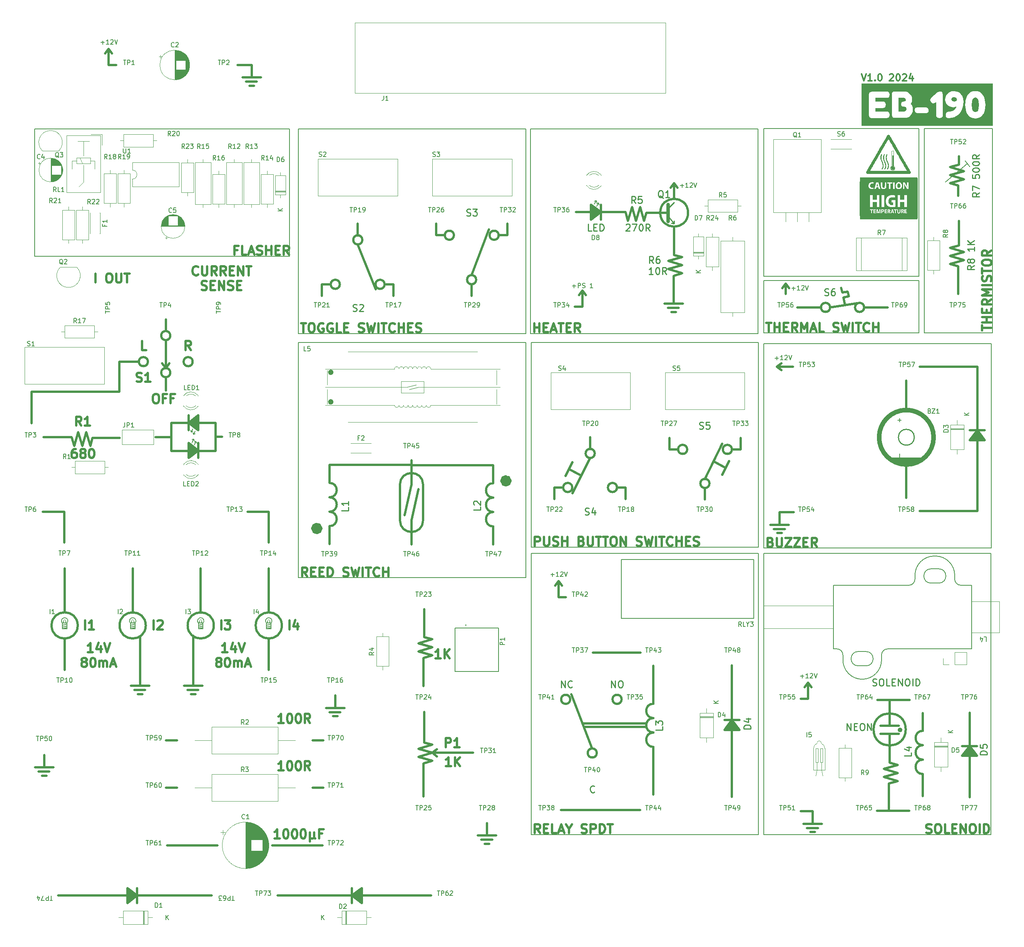
<source format=gbr>
%TF.GenerationSoftware,KiCad,Pcbnew,7.0.10*%
%TF.CreationDate,2024-02-06T13:15:05+02:00*%
%TF.ProjectId,EB-190,45422d31-3930-42e6-9b69-6361645f7063,rev?*%
%TF.SameCoordinates,Original*%
%TF.FileFunction,Legend,Top*%
%TF.FilePolarity,Positive*%
%FSLAX46Y46*%
G04 Gerber Fmt 4.6, Leading zero omitted, Abs format (unit mm)*
G04 Created by KiCad (PCBNEW 7.0.10) date 2024-02-06 13:15:05*
%MOMM*%
%LPD*%
G01*
G04 APERTURE LIST*
%ADD10C,0.300000*%
%ADD11C,0.500000*%
%ADD12C,1.250000*%
%ADD13C,0.750000*%
%ADD14C,0.200000*%
%ADD15C,0.150000*%
%ADD16C,0.250000*%
%ADD17C,0.533981*%
%ADD18C,0.120000*%
%ADD19C,0.100000*%
%ADD20C,0.127000*%
%ADD21C,0.152400*%
%ADD22C,0.619017*%
%ADD23C,1.000000*%
G04 APERTURE END LIST*
D10*
X288122225Y-35130828D02*
X288622225Y-36630828D01*
X288622225Y-36630828D02*
X289122225Y-35130828D01*
X290407939Y-36630828D02*
X289550796Y-36630828D01*
X289979367Y-36630828D02*
X289979367Y-35130828D01*
X289979367Y-35130828D02*
X289836510Y-35345114D01*
X289836510Y-35345114D02*
X289693653Y-35487971D01*
X289693653Y-35487971D02*
X289550796Y-35559400D01*
X291050795Y-36487971D02*
X291122224Y-36559400D01*
X291122224Y-36559400D02*
X291050795Y-36630828D01*
X291050795Y-36630828D02*
X290979367Y-36559400D01*
X290979367Y-36559400D02*
X291050795Y-36487971D01*
X291050795Y-36487971D02*
X291050795Y-36630828D01*
X292050796Y-35130828D02*
X292193653Y-35130828D01*
X292193653Y-35130828D02*
X292336510Y-35202257D01*
X292336510Y-35202257D02*
X292407939Y-35273685D01*
X292407939Y-35273685D02*
X292479367Y-35416542D01*
X292479367Y-35416542D02*
X292550796Y-35702257D01*
X292550796Y-35702257D02*
X292550796Y-36059400D01*
X292550796Y-36059400D02*
X292479367Y-36345114D01*
X292479367Y-36345114D02*
X292407939Y-36487971D01*
X292407939Y-36487971D02*
X292336510Y-36559400D01*
X292336510Y-36559400D02*
X292193653Y-36630828D01*
X292193653Y-36630828D02*
X292050796Y-36630828D01*
X292050796Y-36630828D02*
X291907939Y-36559400D01*
X291907939Y-36559400D02*
X291836510Y-36487971D01*
X291836510Y-36487971D02*
X291765081Y-36345114D01*
X291765081Y-36345114D02*
X291693653Y-36059400D01*
X291693653Y-36059400D02*
X291693653Y-35702257D01*
X291693653Y-35702257D02*
X291765081Y-35416542D01*
X291765081Y-35416542D02*
X291836510Y-35273685D01*
X291836510Y-35273685D02*
X291907939Y-35202257D01*
X291907939Y-35202257D02*
X292050796Y-35130828D01*
X294265081Y-35273685D02*
X294336509Y-35202257D01*
X294336509Y-35202257D02*
X294479367Y-35130828D01*
X294479367Y-35130828D02*
X294836509Y-35130828D01*
X294836509Y-35130828D02*
X294979367Y-35202257D01*
X294979367Y-35202257D02*
X295050795Y-35273685D01*
X295050795Y-35273685D02*
X295122224Y-35416542D01*
X295122224Y-35416542D02*
X295122224Y-35559400D01*
X295122224Y-35559400D02*
X295050795Y-35773685D01*
X295050795Y-35773685D02*
X294193652Y-36630828D01*
X294193652Y-36630828D02*
X295122224Y-36630828D01*
X296050795Y-35130828D02*
X296193652Y-35130828D01*
X296193652Y-35130828D02*
X296336509Y-35202257D01*
X296336509Y-35202257D02*
X296407938Y-35273685D01*
X296407938Y-35273685D02*
X296479366Y-35416542D01*
X296479366Y-35416542D02*
X296550795Y-35702257D01*
X296550795Y-35702257D02*
X296550795Y-36059400D01*
X296550795Y-36059400D02*
X296479366Y-36345114D01*
X296479366Y-36345114D02*
X296407938Y-36487971D01*
X296407938Y-36487971D02*
X296336509Y-36559400D01*
X296336509Y-36559400D02*
X296193652Y-36630828D01*
X296193652Y-36630828D02*
X296050795Y-36630828D01*
X296050795Y-36630828D02*
X295907938Y-36559400D01*
X295907938Y-36559400D02*
X295836509Y-36487971D01*
X295836509Y-36487971D02*
X295765080Y-36345114D01*
X295765080Y-36345114D02*
X295693652Y-36059400D01*
X295693652Y-36059400D02*
X295693652Y-35702257D01*
X295693652Y-35702257D02*
X295765080Y-35416542D01*
X295765080Y-35416542D02*
X295836509Y-35273685D01*
X295836509Y-35273685D02*
X295907938Y-35202257D01*
X295907938Y-35202257D02*
X296050795Y-35130828D01*
X297122223Y-35273685D02*
X297193651Y-35202257D01*
X297193651Y-35202257D02*
X297336509Y-35130828D01*
X297336509Y-35130828D02*
X297693651Y-35130828D01*
X297693651Y-35130828D02*
X297836509Y-35202257D01*
X297836509Y-35202257D02*
X297907937Y-35273685D01*
X297907937Y-35273685D02*
X297979366Y-35416542D01*
X297979366Y-35416542D02*
X297979366Y-35559400D01*
X297979366Y-35559400D02*
X297907937Y-35773685D01*
X297907937Y-35773685D02*
X297050794Y-36630828D01*
X297050794Y-36630828D02*
X297979366Y-36630828D01*
X299265080Y-35630828D02*
X299265080Y-36630828D01*
X298907937Y-35059400D02*
X298550794Y-36130828D01*
X298550794Y-36130828D02*
X299479365Y-36130828D01*
D11*
X246866815Y-59171435D02*
X247628815Y-60187435D01*
X220543500Y-126111000D02*
X220543500Y-128647937D01*
X140081000Y-110236000D02*
X140081000Y-113538000D01*
X135056500Y-99838000D02*
X135874000Y-98806000D01*
X242316000Y-193675000D02*
X242316000Y-183197500D01*
X146050000Y-111887000D02*
X146050000Y-114935000D01*
X169418000Y-81407000D02*
X169418000Y-83943937D01*
X208280000Y-70612000D02*
G75*
G03*
X206280000Y-70612000I-1000000J0D01*
G01*
X206280000Y-70612000D02*
G75*
G03*
X208280000Y-70612000I1000000J0D01*
G01*
X236156500Y-65532000D02*
X236728000Y-67437000D01*
X271399000Y-83566000D02*
X271399000Y-81280000D01*
X315087000Y-115570000D02*
X312420000Y-115316000D01*
X127783167Y-153589000D02*
X127783167Y-143891000D01*
X228401500Y-117618000D02*
X228401500Y-115062000D01*
X136271000Y-111887000D02*
X146050000Y-111887000D01*
X124968000Y-115189000D02*
X118935500Y-115189000D01*
X310705500Y-184785000D02*
X313118500Y-184658000D01*
X228600000Y-67183000D02*
X228600000Y-63881000D01*
D12*
X210492500Y-124650500D02*
G75*
G03*
X209242500Y-124650500I-625000J0D01*
G01*
X209242500Y-124650500D02*
G75*
G03*
X210492500Y-124650500I625000J0D01*
G01*
D11*
X253635000Y-124222000D02*
X257429000Y-116459000D01*
X226695000Y-82804000D02*
X227457000Y-83820000D01*
X294132000Y-191262000D02*
X296037000Y-190690500D01*
X253635000Y-126222000D02*
X253635000Y-128778000D01*
X108331000Y-187690125D02*
X108331000Y-184927875D01*
X228854000Y-183531000D02*
X224282000Y-171577000D01*
X141097000Y-167005000D02*
X141097000Y-158750000D01*
X141859000Y-113030000D02*
X141732000Y-110617000D01*
X140843000Y-117094000D02*
X141160500Y-118808500D01*
X172339000Y-174625000D02*
X172339000Y-171862750D01*
X194508500Y-70610469D02*
X194508500Y-68073532D01*
X178181000Y-214249000D02*
X176022000Y-215900000D01*
X310197500Y-185166000D02*
X311848500Y-183007000D01*
X142113000Y-110363000D02*
X141859000Y-113030000D01*
X236728000Y-67437000D02*
X237617000Y-64389000D01*
D13*
X245459250Y-63817500D02*
X245459250Y-67500500D01*
D11*
X177419000Y-216789000D02*
X177101500Y-215074500D01*
X313563000Y-131318000D02*
X300863000Y-131318000D01*
X259588000Y-165227000D02*
X259588000Y-194183000D01*
X191643000Y-125476000D02*
X191643000Y-133350000D01*
X202327000Y-81391000D02*
X202327000Y-83947000D01*
X194707000Y-183681750D02*
X193675000Y-184499250D01*
X291830000Y-86487000D02*
X289909000Y-86487000D01*
X301561500Y-179641500D02*
G75*
G03*
X301561500Y-182816500I0J-1587500D01*
G01*
X297942000Y-102616000D02*
X297942000Y-109062000D01*
X140081000Y-119634000D02*
X140081000Y-116332000D01*
D14*
X140652500Y-113919000D02*
X141033500Y-113792000D01*
D11*
X259572000Y-117729000D02*
G75*
G03*
X257572000Y-117729000I-1000000J0D01*
G01*
X257572000Y-117729000D02*
G75*
G03*
X259572000Y-117729000I1000000J0D01*
G01*
X301561500Y-194056000D02*
X301561500Y-189166500D01*
X127889000Y-215265000D02*
X127889000Y-216408000D01*
X142240000Y-113538000D02*
X140081000Y-111887000D01*
X136056500Y-100838000D02*
G75*
G03*
X134056500Y-100838000I-1000000J0D01*
G01*
X134056500Y-100838000D02*
G75*
G03*
X136056500Y-100838000I1000000J0D01*
G01*
X193675000Y-186277250D02*
X190627000Y-185388250D01*
D14*
X141033500Y-114046000D02*
X141160500Y-114427000D01*
D11*
X254635000Y-125222000D02*
G75*
G03*
X252635000Y-125222000I-1000000J0D01*
G01*
X252635000Y-125222000D02*
G75*
G03*
X254635000Y-125222000I1000000J0D01*
G01*
X309372000Y-77406500D02*
X307594000Y-76962000D01*
X311848500Y-175641000D02*
X311848500Y-194310000D01*
X242316000Y-173672500D02*
G75*
G03*
X242316000Y-176847500I0J-1587500D01*
G01*
X114363500Y-115062000D02*
X114935000Y-116967000D01*
X135056500Y-99838000D02*
X134239000Y-98806000D01*
X276352000Y-172593000D02*
X276352000Y-169037000D01*
X207073500Y-138620500D02*
X207073500Y-134683500D01*
X246866815Y-68802250D02*
X246866815Y-74961750D01*
X258699000Y-178689000D02*
X260413500Y-178371500D01*
X228600000Y-67183000D02*
X230759000Y-65532000D01*
X277368000Y-200120250D02*
X277368000Y-197358000D01*
X141478000Y-112776000D02*
X141160500Y-111061500D01*
X248644815Y-75406250D02*
X245596815Y-76295250D01*
X178181000Y-214249000D02*
X178181000Y-217551000D01*
X128894435Y-171577000D02*
X129910435Y-171577000D01*
X134239000Y-98806000D02*
X135056500Y-99838000D01*
X116713000Y-116967000D02*
X115824000Y-113919000D01*
X312928000Y-114427000D02*
X314071000Y-114427000D01*
X313499500Y-185166000D02*
X311848500Y-183007000D01*
D14*
X266592000Y-80543400D02*
X300717000Y-80543400D01*
X300717000Y-92125800D01*
X266592000Y-92125800D01*
X266592000Y-80543400D01*
D12*
X168900000Y-135128000D02*
G75*
G03*
X167650000Y-135128000I-625000J0D01*
G01*
X167650000Y-135128000D02*
G75*
G03*
X168900000Y-135128000I625000J0D01*
G01*
D11*
X229362000Y-64643000D02*
X229679500Y-66357500D01*
X128132435Y-170688000D02*
X130545435Y-170688000D01*
X171069000Y-134620000D02*
X171069000Y-138557000D01*
X240760250Y-178051701D02*
X226822000Y-178056299D01*
X255532000Y-120340500D02*
X258226750Y-121793000D01*
X122491500Y-33147000D02*
X122491500Y-29591000D01*
X238506000Y-67437000D02*
X237617000Y-64389000D01*
X171069000Y-131445000D02*
G75*
G03*
X171069000Y-128270000I0J1587500D01*
G01*
X259572000Y-117729000D02*
X261493000Y-117729000D01*
X108013500Y-131445000D02*
X112712500Y-131445000D01*
X223075500Y-150241000D02*
X221424500Y-150241000D01*
X127127000Y-217170000D02*
X127381000Y-215011000D01*
X309499000Y-72834500D02*
X307594000Y-73406000D01*
X178181000Y-217551000D02*
X176022000Y-215900000D01*
X245816500Y-117727468D02*
X247737500Y-117727468D01*
X313499500Y-185166000D02*
X310197500Y-185166000D01*
X136271000Y-114871500D02*
X136271000Y-118046500D01*
X189103000Y-135890000D02*
X189103000Y-133350000D01*
D15*
X106239000Y-47244000D02*
X162239000Y-47244000D01*
X162239000Y-75244000D01*
X106239000Y-75244000D01*
X106239000Y-47244000D01*
D11*
X239395000Y-197104000D02*
X221932500Y-197104000D01*
X276352000Y-172593000D02*
X274701000Y-172593000D01*
X315214000Y-115697000D02*
X311912000Y-115697000D01*
D14*
X140525500Y-113538000D02*
X140652500Y-113919000D01*
D11*
X153431902Y-37719000D02*
X154447902Y-37719000D01*
X139816435Y-170688000D02*
X142229435Y-170688000D01*
X224464500Y-126111000D02*
G75*
G03*
X222464500Y-126111000I-1000000J0D01*
G01*
X222464500Y-126111000D02*
G75*
G03*
X224464500Y-126111000I1000000J0D01*
G01*
D14*
X164249000Y-47244000D02*
X214249000Y-47244000D01*
X214249000Y-92244000D01*
X164249000Y-92244000D01*
X164249000Y-47244000D01*
D11*
X245459250Y-65659000D02*
X240728500Y-65659000D01*
X140081000Y-116332000D02*
X142240000Y-117983000D01*
X228401500Y-119618000D02*
X224536000Y-127381000D01*
X176911000Y-216535000D02*
X176911000Y-215392000D01*
X116713000Y-116967000D02*
X117602000Y-113919000D01*
X106299000Y-187690125D02*
X110363000Y-187690125D01*
X246739815Y-79533750D02*
X248644815Y-78962250D01*
X141351000Y-117348000D02*
X141351000Y-118491000D01*
X198429500Y-70610469D02*
G75*
G03*
X196429500Y-70610469I-1000000J0D01*
G01*
X196429500Y-70610469D02*
G75*
G03*
X198429500Y-70610469I1000000J0D01*
G01*
X112818334Y-166243000D02*
X112818334Y-159339000D01*
X228981000Y-64389000D02*
X229108000Y-66802000D01*
X315214000Y-115697000D02*
X313563000Y-113538000D01*
X185110500Y-81408531D02*
X183189500Y-81408531D01*
X205221435Y-204485875D02*
X206237435Y-204485875D01*
X297942000Y-121062000D02*
X297942000Y-128397000D01*
X258953000Y-178181000D02*
X260096000Y-178181000D01*
X114363500Y-115062000D02*
X108204000Y-115062000D01*
X275336000Y-200120250D02*
X279400000Y-200120250D01*
X248644815Y-77184250D02*
X245596815Y-76295250D01*
D16*
X246856250Y-68072000D02*
X246221250Y-67945000D01*
D11*
X246739815Y-79533750D02*
X246739815Y-85693250D01*
X296037000Y-190690500D02*
X292989000Y-189801500D01*
D14*
X141224000Y-115443000D02*
X140843000Y-115570000D01*
D11*
X301561500Y-182816500D02*
G75*
G03*
X301561500Y-185991500I0J-1587500D01*
G01*
X258445000Y-179070000D02*
X260858000Y-178943000D01*
D14*
X141033500Y-113157000D02*
X140652500Y-113919000D01*
D11*
X226695000Y-82804000D02*
X225933000Y-83820000D01*
X281162000Y-86487000D02*
X287655000Y-85487000D01*
D16*
X245459250Y-64770000D02*
X246856250Y-63373000D01*
D11*
X177292000Y-70628000D02*
X177292000Y-68072000D01*
X157734000Y-138199000D02*
X157734000Y-131445000D01*
X294259000Y-186690000D02*
X296037000Y-187134500D01*
X124841000Y-98425000D02*
X124841000Y-105029000D01*
X307594000Y-76962000D02*
X310642000Y-76073000D01*
X207073500Y-125158500D02*
X207073500Y-121221500D01*
X193675000Y-163068000D02*
X190627000Y-162179000D01*
X246221250Y-87503000D02*
X247237250Y-87503000D01*
X193675000Y-159512000D02*
X190627000Y-160401000D01*
X258226750Y-121793000D02*
X257464750Y-123317000D01*
X314833000Y-115189000D02*
X312674000Y-114935000D01*
X127000000Y-214757000D02*
X127127000Y-217170000D01*
X260858000Y-178943000D02*
X258699000Y-178689000D01*
X157712834Y-166243000D02*
X157712834Y-159339000D01*
X167322500Y-181737000D02*
X169735500Y-181737000D01*
X309372000Y-59626500D02*
X307594000Y-59182000D01*
X221424500Y-146685000D02*
X220662500Y-147701000D01*
D14*
X141859000Y-116332000D02*
X141732000Y-115951000D01*
D11*
X118491000Y-116967000D02*
X117602000Y-113919000D01*
X145161000Y-215900000D02*
X111379000Y-215900000D01*
X136271000Y-115062000D02*
X136271000Y-111887000D01*
X142748000Y-153589000D02*
X142748000Y-143891000D01*
X129413000Y-167005000D02*
X129413000Y-158877000D01*
X129413000Y-169767250D02*
X129413000Y-167005000D01*
X142240000Y-119634000D02*
X142240000Y-116332000D01*
X122491500Y-29591000D02*
X123253500Y-30607000D01*
D14*
X141160500Y-114427000D02*
X141541500Y-114300000D01*
D11*
X191897000Y-182276750D02*
X193675000Y-182721250D01*
X159639000Y-215900000D02*
X193421000Y-215900000D01*
X226695000Y-86360000D02*
X226695000Y-82804000D01*
X203327000Y-80391000D02*
G75*
G03*
X201327000Y-80391000I-1000000J0D01*
G01*
X201327000Y-80391000D02*
G75*
G03*
X203327000Y-80391000I1000000J0D01*
G01*
X142240000Y-110236000D02*
X140081000Y-111887000D01*
X139065000Y-169767250D02*
X143129000Y-169767250D01*
X135056500Y-91692469D02*
X135056500Y-89136469D01*
D14*
X141351000Y-115824000D02*
X141224000Y-115443000D01*
D11*
X313118500Y-184658000D02*
X310959500Y-184404000D01*
X277368000Y-197358000D02*
X274701000Y-197358000D01*
D14*
X230378000Y-63881000D02*
X230251000Y-63500000D01*
D11*
X273050000Y-99568000D02*
X269494000Y-99568000D01*
X248644815Y-77184250D02*
X245596815Y-78073250D01*
X315214000Y-113538000D02*
X311912000Y-113538000D01*
X189103000Y-135890000D02*
X189103000Y-138684000D01*
X240284000Y-67437000D02*
X239395000Y-64389000D01*
X291465000Y-197231000D02*
X298577000Y-197231000D01*
X185110500Y-81408531D02*
X185110500Y-83945468D01*
X230759000Y-67183000D02*
X230759000Y-63881000D01*
X177800000Y-217043000D02*
X177673000Y-214630000D01*
X234299000Y-126112532D02*
G75*
G03*
X232299000Y-126112532I-1000000J0D01*
G01*
X232299000Y-126112532D02*
G75*
G03*
X234299000Y-126112532I1000000J0D01*
G01*
X124841000Y-105029000D02*
X105537000Y-105029000D01*
X313563000Y-99568000D02*
X300863000Y-99568000D01*
X311912000Y-115697000D02*
X313563000Y-113538000D01*
X246866815Y-62600435D02*
X246866815Y-59171435D01*
X171069000Y-121158000D02*
X207073500Y-121221500D01*
X140462000Y-116840000D02*
X140589000Y-119253000D01*
X141732000Y-110617000D02*
X141478000Y-112776000D01*
X140578435Y-171577000D02*
X141594435Y-171577000D01*
X126619000Y-217551000D02*
X126619000Y-214249000D01*
X284099000Y-84328000D02*
X285286636Y-84085559D01*
X142240000Y-110236000D02*
X142240000Y-113538000D01*
D14*
X306578000Y-58928000D02*
X311404000Y-54864000D01*
D16*
X246856250Y-67437000D02*
X246856250Y-68072000D01*
D11*
X191897000Y-159067500D02*
X193675000Y-159512000D01*
X127381000Y-215011000D02*
X127698500Y-216725500D01*
X136056500Y-92692469D02*
G75*
G03*
X134056500Y-92692469I-1000000J0D01*
G01*
X134056500Y-92692469D02*
G75*
G03*
X136056500Y-92692469I1000000J0D01*
G01*
X207073500Y-131508500D02*
G75*
G03*
X207073500Y-134683500I0J-1587500D01*
G01*
D16*
X246856250Y-68072000D02*
X246856250Y-67437000D01*
D14*
X229870000Y-64262000D02*
X230251000Y-63500000D01*
D11*
X210201000Y-70612000D02*
X210201000Y-68075063D01*
X228727000Y-67056000D02*
X228981000Y-64389000D01*
X191643000Y-125476000D02*
G75*
G03*
X186563000Y-125476000I-2540000J0D01*
G01*
D14*
X229743000Y-62992000D02*
X229362000Y-63119000D01*
D11*
X281162000Y-86487000D02*
G75*
G03*
X279162000Y-86487000I-1000000J0D01*
G01*
X279162000Y-86487000D02*
G75*
G03*
X281162000Y-86487000I1000000J0D01*
G01*
X301561500Y-179641500D02*
X301561500Y-175768000D01*
X273939000Y-86487000D02*
X279162000Y-86487000D01*
X229401500Y-118618000D02*
G75*
G03*
X227401500Y-118618000I-1000000J0D01*
G01*
X227401500Y-118618000D02*
G75*
G03*
X229401500Y-118618000I1000000J0D01*
G01*
X107812435Y-189499875D02*
X108828435Y-189499875D01*
X223774000Y-122047000D02*
X224536000Y-120523000D01*
X294259000Y-178562000D02*
X294259000Y-172847000D01*
X238506000Y-67437000D02*
X239395000Y-64389000D01*
X307594000Y-75184000D02*
X310642000Y-74295000D01*
D17*
X296811990Y-179451000D02*
G75*
G03*
X296278010Y-179451000I-266990J0D01*
G01*
X296278010Y-179451000D02*
G75*
G03*
X296811990Y-179451000I266990J0D01*
G01*
D11*
X291592000Y-172847000D02*
X298704000Y-172847000D01*
D14*
X141351000Y-116713000D02*
X141732000Y-115951000D01*
D11*
X153950467Y-35909250D02*
X153950467Y-33147000D01*
D14*
X229870000Y-63373000D02*
X229743000Y-62992000D01*
D11*
X203708000Y-202676125D02*
X207772000Y-202676125D01*
X288655000Y-86487000D02*
G75*
G03*
X286655000Y-86487000I-1000000J0D01*
G01*
X286655000Y-86487000D02*
G75*
G03*
X288655000Y-86487000I1000000J0D01*
G01*
X135128000Y-181737000D02*
X137541000Y-181737000D01*
X153035000Y-131445000D02*
X157734000Y-131445000D01*
X312674000Y-114935000D02*
X314388500Y-114617500D01*
X170307000Y-174625000D02*
X174371000Y-174625000D01*
X122491500Y-29591000D02*
X121729500Y-30607000D01*
X140981750Y-98426531D02*
G75*
G03*
X138981750Y-98426531I-1000000J0D01*
G01*
X138981750Y-98426531D02*
G75*
G03*
X140981750Y-98426531I1000000J0D01*
G01*
D14*
X301879000Y-47117000D02*
X316890400Y-47117000D01*
X316890400Y-92100400D01*
X301879000Y-92100400D01*
X301879000Y-47117000D01*
D11*
X202692000Y-184499250D02*
X193675000Y-184499250D01*
X292227000Y-180340000D02*
X296291000Y-180340000D01*
X257937000Y-179451000D02*
X259588000Y-177292000D01*
X246866815Y-59171435D02*
X246104815Y-60187435D01*
X140081000Y-119634000D02*
X142240000Y-117983000D01*
X313499500Y-183007000D02*
X310197500Y-183007000D01*
X193675000Y-184499250D02*
X190627000Y-183610250D01*
X124142500Y-33147000D02*
X122491500Y-33147000D01*
X127381000Y-169767250D02*
X131445000Y-169767250D01*
X135056500Y-93692469D02*
X135056500Y-99838000D01*
D14*
X266612000Y-94446000D02*
X316612000Y-94446000D01*
X316612000Y-139446000D01*
X266612000Y-139446000D01*
X266612000Y-94446000D01*
D11*
X276352000Y-169037000D02*
X275590000Y-170053000D01*
X183189500Y-81408531D02*
G75*
G03*
X181189500Y-81408531I-1000000J0D01*
G01*
X181189500Y-81408531D02*
G75*
G03*
X183189500Y-81408531I1000000J0D01*
G01*
X194508500Y-70610469D02*
X196429500Y-70610469D01*
X236220000Y-126112532D02*
X234299000Y-126112532D01*
X167322500Y-192151000D02*
X169735500Y-192151000D01*
X189103000Y-122936000D02*
X189103000Y-125476000D01*
X207073500Y-125158500D02*
G75*
G03*
X207073500Y-128333500I0J-1587500D01*
G01*
X296037000Y-188912500D02*
X292989000Y-188023500D01*
X297796811Y-179342189D02*
G75*
G03*
X290721189Y-179342189I-3537811J0D01*
G01*
X290721189Y-179342189D02*
G75*
G03*
X297796811Y-179342189I3537811J0D01*
G01*
X271399000Y-81280000D02*
X270637000Y-82296000D01*
X315214000Y-115697000D02*
X311912000Y-115697000D01*
X307594000Y-57404000D02*
X310642000Y-56515000D01*
X205740000Y-202676125D02*
X205740000Y-199913875D01*
X248644815Y-78962250D02*
X245596815Y-78073250D01*
X285070251Y-82993333D02*
X283833768Y-83230325D01*
X242316000Y-180022500D02*
G75*
G03*
X242316000Y-183197500I0J-1587500D01*
G01*
X191897000Y-175482250D02*
X191897000Y-182276750D01*
D14*
X164249000Y-94234000D02*
X214249000Y-94234000D01*
X214249000Y-145965000D01*
X164249000Y-145965000D01*
X164249000Y-94234000D01*
D11*
X135128000Y-192151000D02*
X137541000Y-192151000D01*
X285286636Y-84085559D02*
X285070251Y-82993333D01*
X235315000Y-172720000D02*
G75*
G03*
X233315000Y-172720000I-1000000J0D01*
G01*
X233315000Y-172720000D02*
G75*
G03*
X235315000Y-172720000I1000000J0D01*
G01*
X177673000Y-214630000D02*
X177419000Y-216789000D01*
X296037000Y-188912500D02*
X292989000Y-189801500D01*
X128778000Y-217551000D02*
X128778000Y-214249000D01*
X171069000Y-121158000D02*
X171069000Y-125095000D01*
X193675000Y-161290000D02*
X190627000Y-160401000D01*
X307594000Y-59182000D02*
X310642000Y-58293000D01*
X114935000Y-116967000D02*
X115824000Y-113919000D01*
X157712834Y-153589000D02*
X157712834Y-143891000D01*
X189103000Y-125476000D02*
X187579000Y-132207000D01*
X244707815Y-85693250D02*
X248771815Y-85693250D01*
X189103000Y-122936000D02*
X189103000Y-120142000D01*
D14*
X311404000Y-54864000D02*
X310896000Y-54229000D01*
D11*
X228981000Y-162433000D02*
X239522000Y-162433000D01*
X132842000Y-115062000D02*
X136271000Y-115062000D01*
X276087435Y-201041000D02*
X278500435Y-201041000D01*
X276352000Y-169037000D02*
X277114000Y-170053000D01*
X261239000Y-179451000D02*
X257937000Y-179451000D01*
D14*
X229362000Y-63754000D02*
X229743000Y-62992000D01*
D11*
X129131250Y-98425000D02*
X124841000Y-98425000D01*
X191770000Y-186848750D02*
X193675000Y-186277250D01*
X294132000Y-191262000D02*
X294132000Y-197231000D01*
D14*
X215431000Y-94234000D02*
X265431000Y-94234000D01*
X265431000Y-139234000D01*
X215431000Y-139234000D01*
X215431000Y-94234000D01*
D11*
X313563000Y-99568000D02*
X313563000Y-131318000D01*
X152669902Y-36830000D02*
X155082902Y-36830000D01*
X309499000Y-55054500D02*
X309499000Y-53213000D01*
X240728500Y-178811402D02*
X227076000Y-178816000D01*
X173339000Y-81407000D02*
G75*
G03*
X171339000Y-81407000I-1000000J0D01*
G01*
X171339000Y-81407000D02*
G75*
G03*
X173339000Y-81407000I1000000J0D01*
G01*
X193675000Y-184499250D02*
X194707000Y-185316750D01*
X146050000Y-118046500D02*
X146050000Y-114998500D01*
X229854000Y-184531000D02*
G75*
G03*
X227854000Y-184531000I-1000000J0D01*
G01*
X227854000Y-184531000D02*
G75*
G03*
X229854000Y-184531000I1000000J0D01*
G01*
X193675000Y-161290000D02*
X190627000Y-162179000D01*
X246866815Y-74961750D02*
X248644815Y-75406250D01*
D14*
X140843000Y-116205000D02*
X141224000Y-115443000D01*
X141541500Y-113665000D02*
X141160500Y-114427000D01*
D11*
X224012000Y-172720000D02*
G75*
G03*
X222012000Y-172720000I-1000000J0D01*
G01*
X222012000Y-172720000D02*
G75*
G03*
X224012000Y-172720000I1000000J0D01*
G01*
X221424500Y-146685000D02*
X222186500Y-147701000D01*
X158496000Y-204851000D02*
X169545000Y-204851000D01*
X261239000Y-177292000D02*
X257937000Y-177292000D01*
X307594000Y-75184000D02*
X310642000Y-76073000D01*
X284408500Y-85987000D02*
X284099000Y-84328000D01*
X242316000Y-176847500D02*
G75*
G03*
X242316000Y-180022500I0J-1587500D01*
G01*
D14*
X230251000Y-63500000D02*
X229870000Y-63627000D01*
D11*
X236156500Y-65532000D02*
X225298000Y-65532000D01*
X309372000Y-83566000D02*
X309372000Y-77406500D01*
X135382000Y-204851000D02*
X146431000Y-204851000D01*
X269494000Y-99568000D02*
X270510000Y-100330000D01*
X193675000Y-184499250D02*
X190627000Y-185388250D01*
X204459435Y-203596875D02*
X206872435Y-203596875D01*
X261239000Y-179451000D02*
X259588000Y-177292000D01*
X223012000Y-123571000D02*
X223774000Y-122047000D01*
X288655000Y-86487000D02*
X293878000Y-86487000D01*
X240728500Y-65659000D02*
X240284000Y-67437000D01*
X107050435Y-188610875D02*
X109463435Y-188610875D01*
X118935500Y-115189000D02*
X118491000Y-116967000D01*
X140208000Y-119507000D02*
X140462000Y-116840000D01*
X307594000Y-55626000D02*
X310642000Y-56515000D01*
X229108000Y-66802000D02*
X229362000Y-64643000D01*
X269557500Y-136144000D02*
X270573500Y-136144000D01*
X276849435Y-201930000D02*
X277865435Y-201930000D01*
X136271000Y-118046500D02*
X146050000Y-118046500D01*
X249925380Y-65659000D02*
G75*
G03*
X243808250Y-65659000I-3058565J0D01*
G01*
X243808250Y-65659000D02*
G75*
G03*
X249925380Y-65659000I3058565J0D01*
G01*
X140970000Y-112522000D02*
X140970000Y-111379000D01*
X268795500Y-135255000D02*
X271208500Y-135255000D01*
X307594000Y-57404000D02*
X310642000Y-58293000D01*
X191770000Y-163639500D02*
X191770000Y-169799000D01*
X226695000Y-86360000D02*
X225044000Y-86360000D01*
D14*
X141732000Y-115951000D02*
X141351000Y-116078000D01*
D11*
X140081000Y-119634000D02*
X140081000Y-116332000D01*
X207073500Y-128333500D02*
G75*
G03*
X207073500Y-131508500I0J-1587500D01*
G01*
X153950467Y-33147000D02*
X150849532Y-33147000D01*
X126619000Y-214249000D02*
X128778000Y-215900000D01*
X176022000Y-214249000D02*
X176022000Y-217551000D01*
X186563000Y-133350000D02*
G75*
G03*
X191643000Y-133350000I2540000J0D01*
G01*
X146050000Y-114935000D02*
X147447000Y-114935000D01*
X171069000Y-128270000D02*
G75*
G03*
X171069000Y-125095000I0J1587500D01*
G01*
X193675000Y-182721250D02*
X190627000Y-183610250D01*
X191897000Y-152908000D02*
X191897000Y-159067500D01*
X311213500Y-183896000D02*
X312356500Y-183896000D01*
X202327000Y-79391000D02*
X206121000Y-69342000D01*
X245816500Y-117727468D02*
X245816500Y-115190531D01*
X208280000Y-70612000D02*
X210201000Y-70612000D01*
D14*
X215431000Y-140589000D02*
X265431000Y-140589000D01*
X265431000Y-202463400D01*
X215431000Y-202463400D01*
X215431000Y-140589000D01*
D11*
X307594000Y-73406000D02*
X310642000Y-74295000D01*
X112712500Y-138199000D02*
X112712500Y-131445000D01*
X131131250Y-98425000D02*
G75*
G03*
X129131250Y-98425000I-1000000J0D01*
G01*
X129131250Y-98425000D02*
G75*
G03*
X131131250Y-98425000I1000000J0D01*
G01*
X193675000Y-184499250D02*
X194707000Y-183681750D01*
X228600000Y-63881000D02*
X230759000Y-65532000D01*
X309499000Y-55054500D02*
X307594000Y-55626000D01*
X112818334Y-153589000D02*
X112818334Y-143891000D01*
X229870000Y-64897000D02*
X229870000Y-66040000D01*
X189103000Y-133350000D02*
X190627000Y-126492000D01*
X301561500Y-185991500D02*
G75*
G03*
X301561500Y-189166500I0J-1587500D01*
G01*
D14*
X266574000Y-140589000D02*
X316574000Y-140589000D01*
X316574000Y-202463400D01*
X266574000Y-202463400D01*
X266574000Y-140589000D01*
D11*
X171820435Y-176434750D02*
X172836435Y-176434750D01*
X140589000Y-119253000D02*
X140843000Y-117094000D01*
X171069000Y-134620000D02*
G75*
G03*
X171069000Y-131445000I0J1587500D01*
G01*
X296037000Y-187134500D02*
X292989000Y-188023500D01*
X312420000Y-115316000D02*
X314833000Y-115189000D01*
X171339000Y-81407000D02*
X169418000Y-81407000D01*
X222464500Y-126111000D02*
X220543500Y-126111000D01*
X269494000Y-99568000D02*
X270510000Y-98806000D01*
X105537000Y-105029000D02*
X105537000Y-112014000D01*
X171058435Y-175545750D02*
X173471435Y-175545750D01*
X236220000Y-126112532D02*
X236220000Y-128649469D01*
D16*
X245840250Y-66802000D02*
X246856250Y-68072000D01*
D11*
X178292000Y-71628000D02*
G75*
G03*
X176292000Y-71628000I-1000000J0D01*
G01*
X176292000Y-71628000D02*
G75*
G03*
X178292000Y-71628000I1000000J0D01*
G01*
X245459250Y-86614000D02*
X247872250Y-86614000D01*
X141097000Y-169767250D02*
X141097000Y-167005000D01*
X135056500Y-101838000D02*
X135057650Y-104762053D01*
D14*
X310896000Y-54229000D02*
X311912000Y-55499000D01*
D11*
X310959500Y-184404000D02*
X312674000Y-184086500D01*
X292227000Y-178562000D02*
X296291000Y-178562000D01*
X126619000Y-217551000D02*
X128778000Y-215900000D01*
X249737500Y-117727468D02*
G75*
G03*
X247737500Y-117727468I-1000000J0D01*
G01*
X247737500Y-117727468D02*
G75*
G03*
X249737500Y-117727468I1000000J0D01*
G01*
X151918467Y-35909250D02*
X155982467Y-35909250D01*
X177292000Y-72628000D02*
X181229000Y-82550000D01*
X221424500Y-150241000D02*
X221424500Y-146685000D01*
X271399000Y-81280000D02*
X272161000Y-82296000D01*
X261493000Y-117729000D02*
X261493000Y-115192063D01*
X258988750Y-120269000D02*
X258226750Y-121793000D01*
X242316000Y-173672500D02*
X242316000Y-165354000D01*
D14*
X266592000Y-47117000D02*
X300717000Y-47117000D01*
X300717000Y-79654400D01*
X266592000Y-79654400D01*
X266592000Y-47117000D01*
D11*
X273177000Y-131572000D02*
X270076065Y-131572000D01*
X228600000Y-67183000D02*
X228600000Y-63881000D01*
X309499000Y-72834500D02*
X309499000Y-67437000D01*
X186563000Y-125476000D02*
X186563000Y-133350000D01*
X283833768Y-83230325D02*
X283617384Y-82222592D01*
X309372000Y-61976000D02*
X309372000Y-59626500D01*
X191770000Y-186848750D02*
X191770000Y-194151250D01*
X268044065Y-134334250D02*
X272108065Y-134334250D01*
D14*
X215284000Y-47244000D02*
X265284000Y-47244000D01*
X265284000Y-92227400D01*
X215284000Y-92227400D01*
X215284000Y-47244000D01*
D11*
X226468750Y-123499500D02*
X223774000Y-122047000D01*
X191770000Y-163639500D02*
X193675000Y-163068000D01*
X294259000Y-186690000D02*
X294259000Y-180340000D01*
X270076065Y-134334250D02*
X270076065Y-131572000D01*
D16*
X299015428Y-184438098D02*
X299015428Y-185152384D01*
X299015428Y-185152384D02*
X297515428Y-185152384D01*
X298015428Y-183295241D02*
X299015428Y-183295241D01*
X297444000Y-183652383D02*
X298515428Y-184009526D01*
X298515428Y-184009526D02*
X298515428Y-183080955D01*
D11*
X142177142Y-79249761D02*
X142081904Y-79345000D01*
X142081904Y-79345000D02*
X141796190Y-79440238D01*
X141796190Y-79440238D02*
X141605714Y-79440238D01*
X141605714Y-79440238D02*
X141319999Y-79345000D01*
X141319999Y-79345000D02*
X141129523Y-79154523D01*
X141129523Y-79154523D02*
X141034285Y-78964047D01*
X141034285Y-78964047D02*
X140939047Y-78583095D01*
X140939047Y-78583095D02*
X140939047Y-78297380D01*
X140939047Y-78297380D02*
X141034285Y-77916428D01*
X141034285Y-77916428D02*
X141129523Y-77725952D01*
X141129523Y-77725952D02*
X141319999Y-77535476D01*
X141319999Y-77535476D02*
X141605714Y-77440238D01*
X141605714Y-77440238D02*
X141796190Y-77440238D01*
X141796190Y-77440238D02*
X142081904Y-77535476D01*
X142081904Y-77535476D02*
X142177142Y-77630714D01*
X143034285Y-77440238D02*
X143034285Y-79059285D01*
X143034285Y-79059285D02*
X143129523Y-79249761D01*
X143129523Y-79249761D02*
X143224761Y-79345000D01*
X143224761Y-79345000D02*
X143415237Y-79440238D01*
X143415237Y-79440238D02*
X143796190Y-79440238D01*
X143796190Y-79440238D02*
X143986666Y-79345000D01*
X143986666Y-79345000D02*
X144081904Y-79249761D01*
X144081904Y-79249761D02*
X144177142Y-79059285D01*
X144177142Y-79059285D02*
X144177142Y-77440238D01*
X146272380Y-79440238D02*
X145605713Y-78487857D01*
X145129523Y-79440238D02*
X145129523Y-77440238D01*
X145129523Y-77440238D02*
X145891428Y-77440238D01*
X145891428Y-77440238D02*
X146081904Y-77535476D01*
X146081904Y-77535476D02*
X146177142Y-77630714D01*
X146177142Y-77630714D02*
X146272380Y-77821190D01*
X146272380Y-77821190D02*
X146272380Y-78106904D01*
X146272380Y-78106904D02*
X146177142Y-78297380D01*
X146177142Y-78297380D02*
X146081904Y-78392619D01*
X146081904Y-78392619D02*
X145891428Y-78487857D01*
X145891428Y-78487857D02*
X145129523Y-78487857D01*
X148272380Y-79440238D02*
X147605713Y-78487857D01*
X147129523Y-79440238D02*
X147129523Y-77440238D01*
X147129523Y-77440238D02*
X147891428Y-77440238D01*
X147891428Y-77440238D02*
X148081904Y-77535476D01*
X148081904Y-77535476D02*
X148177142Y-77630714D01*
X148177142Y-77630714D02*
X148272380Y-77821190D01*
X148272380Y-77821190D02*
X148272380Y-78106904D01*
X148272380Y-78106904D02*
X148177142Y-78297380D01*
X148177142Y-78297380D02*
X148081904Y-78392619D01*
X148081904Y-78392619D02*
X147891428Y-78487857D01*
X147891428Y-78487857D02*
X147129523Y-78487857D01*
X149129523Y-78392619D02*
X149796190Y-78392619D01*
X150081904Y-79440238D02*
X149129523Y-79440238D01*
X149129523Y-79440238D02*
X149129523Y-77440238D01*
X149129523Y-77440238D02*
X150081904Y-77440238D01*
X150939047Y-79440238D02*
X150939047Y-77440238D01*
X150939047Y-77440238D02*
X152081904Y-79440238D01*
X152081904Y-79440238D02*
X152081904Y-77440238D01*
X152748571Y-77440238D02*
X153891428Y-77440238D01*
X153319999Y-79440238D02*
X153319999Y-77440238D01*
X142939047Y-82565000D02*
X143224761Y-82660238D01*
X143224761Y-82660238D02*
X143700952Y-82660238D01*
X143700952Y-82660238D02*
X143891428Y-82565000D01*
X143891428Y-82565000D02*
X143986666Y-82469761D01*
X143986666Y-82469761D02*
X144081904Y-82279285D01*
X144081904Y-82279285D02*
X144081904Y-82088809D01*
X144081904Y-82088809D02*
X143986666Y-81898333D01*
X143986666Y-81898333D02*
X143891428Y-81803095D01*
X143891428Y-81803095D02*
X143700952Y-81707857D01*
X143700952Y-81707857D02*
X143319999Y-81612619D01*
X143319999Y-81612619D02*
X143129523Y-81517380D01*
X143129523Y-81517380D02*
X143034285Y-81422142D01*
X143034285Y-81422142D02*
X142939047Y-81231666D01*
X142939047Y-81231666D02*
X142939047Y-81041190D01*
X142939047Y-81041190D02*
X143034285Y-80850714D01*
X143034285Y-80850714D02*
X143129523Y-80755476D01*
X143129523Y-80755476D02*
X143319999Y-80660238D01*
X143319999Y-80660238D02*
X143796190Y-80660238D01*
X143796190Y-80660238D02*
X144081904Y-80755476D01*
X144939047Y-81612619D02*
X145605714Y-81612619D01*
X145891428Y-82660238D02*
X144939047Y-82660238D01*
X144939047Y-82660238D02*
X144939047Y-80660238D01*
X144939047Y-80660238D02*
X145891428Y-80660238D01*
X146748571Y-82660238D02*
X146748571Y-80660238D01*
X146748571Y-80660238D02*
X147891428Y-82660238D01*
X147891428Y-82660238D02*
X147891428Y-80660238D01*
X148748571Y-82565000D02*
X149034285Y-82660238D01*
X149034285Y-82660238D02*
X149510476Y-82660238D01*
X149510476Y-82660238D02*
X149700952Y-82565000D01*
X149700952Y-82565000D02*
X149796190Y-82469761D01*
X149796190Y-82469761D02*
X149891428Y-82279285D01*
X149891428Y-82279285D02*
X149891428Y-82088809D01*
X149891428Y-82088809D02*
X149796190Y-81898333D01*
X149796190Y-81898333D02*
X149700952Y-81803095D01*
X149700952Y-81803095D02*
X149510476Y-81707857D01*
X149510476Y-81707857D02*
X149129523Y-81612619D01*
X149129523Y-81612619D02*
X148939047Y-81517380D01*
X148939047Y-81517380D02*
X148843809Y-81422142D01*
X148843809Y-81422142D02*
X148748571Y-81231666D01*
X148748571Y-81231666D02*
X148748571Y-81041190D01*
X148748571Y-81041190D02*
X148843809Y-80850714D01*
X148843809Y-80850714D02*
X148939047Y-80755476D01*
X148939047Y-80755476D02*
X149129523Y-80660238D01*
X149129523Y-80660238D02*
X149605714Y-80660238D01*
X149605714Y-80660238D02*
X149891428Y-80755476D01*
X150748571Y-81612619D02*
X151415238Y-81612619D01*
X151700952Y-82660238D02*
X150748571Y-82660238D01*
X150748571Y-82660238D02*
X150748571Y-80660238D01*
X150748571Y-80660238D02*
X151700952Y-80660238D01*
X140573047Y-95868238D02*
X139906380Y-94915857D01*
X139430190Y-95868238D02*
X139430190Y-93868238D01*
X139430190Y-93868238D02*
X140192095Y-93868238D01*
X140192095Y-93868238D02*
X140382571Y-93963476D01*
X140382571Y-93963476D02*
X140477809Y-94058714D01*
X140477809Y-94058714D02*
X140573047Y-94249190D01*
X140573047Y-94249190D02*
X140573047Y-94534904D01*
X140573047Y-94534904D02*
X140477809Y-94725380D01*
X140477809Y-94725380D02*
X140382571Y-94820619D01*
X140382571Y-94820619D02*
X140192095Y-94915857D01*
X140192095Y-94915857D02*
X139430190Y-94915857D01*
D16*
X284874615Y-179508428D02*
X284874615Y-178008428D01*
X284874615Y-178008428D02*
X285731758Y-179508428D01*
X285731758Y-179508428D02*
X285731758Y-178008428D01*
X286446044Y-178722714D02*
X286946044Y-178722714D01*
X287160330Y-179508428D02*
X286446044Y-179508428D01*
X286446044Y-179508428D02*
X286446044Y-178008428D01*
X286446044Y-178008428D02*
X287160330Y-178008428D01*
X288088902Y-178008428D02*
X288374616Y-178008428D01*
X288374616Y-178008428D02*
X288517473Y-178079857D01*
X288517473Y-178079857D02*
X288660330Y-178222714D01*
X288660330Y-178222714D02*
X288731759Y-178508428D01*
X288731759Y-178508428D02*
X288731759Y-179008428D01*
X288731759Y-179008428D02*
X288660330Y-179294142D01*
X288660330Y-179294142D02*
X288517473Y-179437000D01*
X288517473Y-179437000D02*
X288374616Y-179508428D01*
X288374616Y-179508428D02*
X288088902Y-179508428D01*
X288088902Y-179508428D02*
X287946045Y-179437000D01*
X287946045Y-179437000D02*
X287803187Y-179294142D01*
X287803187Y-179294142D02*
X287731759Y-179008428D01*
X287731759Y-179008428D02*
X287731759Y-178508428D01*
X287731759Y-178508428D02*
X287803187Y-178222714D01*
X287803187Y-178222714D02*
X287946045Y-178079857D01*
X287946045Y-178079857D02*
X288088902Y-178008428D01*
X289374616Y-179508428D02*
X289374616Y-178008428D01*
X289374616Y-178008428D02*
X290231759Y-179508428D01*
X290231759Y-179508428D02*
X290231759Y-178008428D01*
D15*
X272751779Y-82292866D02*
X273513684Y-82292866D01*
X273132731Y-82673819D02*
X273132731Y-81911914D01*
X274513683Y-82673819D02*
X273942255Y-82673819D01*
X274227969Y-82673819D02*
X274227969Y-81673819D01*
X274227969Y-81673819D02*
X274132731Y-81816676D01*
X274132731Y-81816676D02*
X274037493Y-81911914D01*
X274037493Y-81911914D02*
X273942255Y-81959533D01*
X274894636Y-81769057D02*
X274942255Y-81721438D01*
X274942255Y-81721438D02*
X275037493Y-81673819D01*
X275037493Y-81673819D02*
X275275588Y-81673819D01*
X275275588Y-81673819D02*
X275370826Y-81721438D01*
X275370826Y-81721438D02*
X275418445Y-81769057D01*
X275418445Y-81769057D02*
X275466064Y-81864295D01*
X275466064Y-81864295D02*
X275466064Y-81959533D01*
X275466064Y-81959533D02*
X275418445Y-82102390D01*
X275418445Y-82102390D02*
X274847017Y-82673819D01*
X274847017Y-82673819D02*
X275466064Y-82673819D01*
X275751779Y-81673819D02*
X276085112Y-82673819D01*
X276085112Y-82673819D02*
X276418445Y-81673819D01*
D11*
X216089137Y-91956638D02*
X216089137Y-89956638D01*
X216089137Y-90909019D02*
X217231994Y-90909019D01*
X217231994Y-91956638D02*
X217231994Y-89956638D01*
X218184375Y-90909019D02*
X218851042Y-90909019D01*
X219136756Y-91956638D02*
X218184375Y-91956638D01*
X218184375Y-91956638D02*
X218184375Y-89956638D01*
X218184375Y-89956638D02*
X219136756Y-89956638D01*
X219898661Y-91385209D02*
X220851042Y-91385209D01*
X219708185Y-91956638D02*
X220374851Y-89956638D01*
X220374851Y-89956638D02*
X221041518Y-91956638D01*
X221422471Y-89956638D02*
X222565328Y-89956638D01*
X221993899Y-91956638D02*
X221993899Y-89956638D01*
X223231995Y-90909019D02*
X223898662Y-90909019D01*
X224184376Y-91956638D02*
X223231995Y-91956638D01*
X223231995Y-91956638D02*
X223231995Y-89956638D01*
X223231995Y-89956638D02*
X224184376Y-89956638D01*
X226184376Y-91956638D02*
X225517709Y-91004257D01*
X225041519Y-91956638D02*
X225041519Y-89956638D01*
X225041519Y-89956638D02*
X225803424Y-89956638D01*
X225803424Y-89956638D02*
X225993900Y-90051876D01*
X225993900Y-90051876D02*
X226089138Y-90147114D01*
X226089138Y-90147114D02*
X226184376Y-90337590D01*
X226184376Y-90337590D02*
X226184376Y-90623304D01*
X226184376Y-90623304D02*
X226089138Y-90813780D01*
X226089138Y-90813780D02*
X225993900Y-90909019D01*
X225993900Y-90909019D02*
X225803424Y-91004257D01*
X225803424Y-91004257D02*
X225041519Y-91004257D01*
X119570952Y-81009238D02*
X119570952Y-79009238D01*
X122428095Y-79009238D02*
X122809048Y-79009238D01*
X122809048Y-79009238D02*
X122999524Y-79104476D01*
X122999524Y-79104476D02*
X123190000Y-79294952D01*
X123190000Y-79294952D02*
X123285238Y-79675904D01*
X123285238Y-79675904D02*
X123285238Y-80342571D01*
X123285238Y-80342571D02*
X123190000Y-80723523D01*
X123190000Y-80723523D02*
X122999524Y-80914000D01*
X122999524Y-80914000D02*
X122809048Y-81009238D01*
X122809048Y-81009238D02*
X122428095Y-81009238D01*
X122428095Y-81009238D02*
X122237619Y-80914000D01*
X122237619Y-80914000D02*
X122047143Y-80723523D01*
X122047143Y-80723523D02*
X121951905Y-80342571D01*
X121951905Y-80342571D02*
X121951905Y-79675904D01*
X121951905Y-79675904D02*
X122047143Y-79294952D01*
X122047143Y-79294952D02*
X122237619Y-79104476D01*
X122237619Y-79104476D02*
X122428095Y-79009238D01*
X124142381Y-79009238D02*
X124142381Y-80628285D01*
X124142381Y-80628285D02*
X124237619Y-80818761D01*
X124237619Y-80818761D02*
X124332857Y-80914000D01*
X124332857Y-80914000D02*
X124523333Y-81009238D01*
X124523333Y-81009238D02*
X124904286Y-81009238D01*
X124904286Y-81009238D02*
X125094762Y-80914000D01*
X125094762Y-80914000D02*
X125190000Y-80818761D01*
X125190000Y-80818761D02*
X125285238Y-80628285D01*
X125285238Y-80628285D02*
X125285238Y-79009238D01*
X125951905Y-79009238D02*
X127094762Y-79009238D01*
X126523333Y-81009238D02*
X126523333Y-79009238D01*
X216236137Y-138963238D02*
X216236137Y-136963238D01*
X216236137Y-136963238D02*
X216998042Y-136963238D01*
X216998042Y-136963238D02*
X217188518Y-137058476D01*
X217188518Y-137058476D02*
X217283756Y-137153714D01*
X217283756Y-137153714D02*
X217378994Y-137344190D01*
X217378994Y-137344190D02*
X217378994Y-137629904D01*
X217378994Y-137629904D02*
X217283756Y-137820380D01*
X217283756Y-137820380D02*
X217188518Y-137915619D01*
X217188518Y-137915619D02*
X216998042Y-138010857D01*
X216998042Y-138010857D02*
X216236137Y-138010857D01*
X218236137Y-136963238D02*
X218236137Y-138582285D01*
X218236137Y-138582285D02*
X218331375Y-138772761D01*
X218331375Y-138772761D02*
X218426613Y-138868000D01*
X218426613Y-138868000D02*
X218617089Y-138963238D01*
X218617089Y-138963238D02*
X218998042Y-138963238D01*
X218998042Y-138963238D02*
X219188518Y-138868000D01*
X219188518Y-138868000D02*
X219283756Y-138772761D01*
X219283756Y-138772761D02*
X219378994Y-138582285D01*
X219378994Y-138582285D02*
X219378994Y-136963238D01*
X220236137Y-138868000D02*
X220521851Y-138963238D01*
X220521851Y-138963238D02*
X220998042Y-138963238D01*
X220998042Y-138963238D02*
X221188518Y-138868000D01*
X221188518Y-138868000D02*
X221283756Y-138772761D01*
X221283756Y-138772761D02*
X221378994Y-138582285D01*
X221378994Y-138582285D02*
X221378994Y-138391809D01*
X221378994Y-138391809D02*
X221283756Y-138201333D01*
X221283756Y-138201333D02*
X221188518Y-138106095D01*
X221188518Y-138106095D02*
X220998042Y-138010857D01*
X220998042Y-138010857D02*
X220617089Y-137915619D01*
X220617089Y-137915619D02*
X220426613Y-137820380D01*
X220426613Y-137820380D02*
X220331375Y-137725142D01*
X220331375Y-137725142D02*
X220236137Y-137534666D01*
X220236137Y-137534666D02*
X220236137Y-137344190D01*
X220236137Y-137344190D02*
X220331375Y-137153714D01*
X220331375Y-137153714D02*
X220426613Y-137058476D01*
X220426613Y-137058476D02*
X220617089Y-136963238D01*
X220617089Y-136963238D02*
X221093280Y-136963238D01*
X221093280Y-136963238D02*
X221378994Y-137058476D01*
X222236137Y-138963238D02*
X222236137Y-136963238D01*
X222236137Y-137915619D02*
X223378994Y-137915619D01*
X223378994Y-138963238D02*
X223378994Y-136963238D01*
X226521852Y-137915619D02*
X226807566Y-138010857D01*
X226807566Y-138010857D02*
X226902804Y-138106095D01*
X226902804Y-138106095D02*
X226998042Y-138296571D01*
X226998042Y-138296571D02*
X226998042Y-138582285D01*
X226998042Y-138582285D02*
X226902804Y-138772761D01*
X226902804Y-138772761D02*
X226807566Y-138868000D01*
X226807566Y-138868000D02*
X226617090Y-138963238D01*
X226617090Y-138963238D02*
X225855185Y-138963238D01*
X225855185Y-138963238D02*
X225855185Y-136963238D01*
X225855185Y-136963238D02*
X226521852Y-136963238D01*
X226521852Y-136963238D02*
X226712328Y-137058476D01*
X226712328Y-137058476D02*
X226807566Y-137153714D01*
X226807566Y-137153714D02*
X226902804Y-137344190D01*
X226902804Y-137344190D02*
X226902804Y-137534666D01*
X226902804Y-137534666D02*
X226807566Y-137725142D01*
X226807566Y-137725142D02*
X226712328Y-137820380D01*
X226712328Y-137820380D02*
X226521852Y-137915619D01*
X226521852Y-137915619D02*
X225855185Y-137915619D01*
X227855185Y-136963238D02*
X227855185Y-138582285D01*
X227855185Y-138582285D02*
X227950423Y-138772761D01*
X227950423Y-138772761D02*
X228045661Y-138868000D01*
X228045661Y-138868000D02*
X228236137Y-138963238D01*
X228236137Y-138963238D02*
X228617090Y-138963238D01*
X228617090Y-138963238D02*
X228807566Y-138868000D01*
X228807566Y-138868000D02*
X228902804Y-138772761D01*
X228902804Y-138772761D02*
X228998042Y-138582285D01*
X228998042Y-138582285D02*
X228998042Y-136963238D01*
X229664709Y-136963238D02*
X230807566Y-136963238D01*
X230236137Y-138963238D02*
X230236137Y-136963238D01*
X231188519Y-136963238D02*
X232331376Y-136963238D01*
X231759947Y-138963238D02*
X231759947Y-136963238D01*
X233378995Y-136963238D02*
X233759948Y-136963238D01*
X233759948Y-136963238D02*
X233950424Y-137058476D01*
X233950424Y-137058476D02*
X234140900Y-137248952D01*
X234140900Y-137248952D02*
X234236138Y-137629904D01*
X234236138Y-137629904D02*
X234236138Y-138296571D01*
X234236138Y-138296571D02*
X234140900Y-138677523D01*
X234140900Y-138677523D02*
X233950424Y-138868000D01*
X233950424Y-138868000D02*
X233759948Y-138963238D01*
X233759948Y-138963238D02*
X233378995Y-138963238D01*
X233378995Y-138963238D02*
X233188519Y-138868000D01*
X233188519Y-138868000D02*
X232998043Y-138677523D01*
X232998043Y-138677523D02*
X232902805Y-138296571D01*
X232902805Y-138296571D02*
X232902805Y-137629904D01*
X232902805Y-137629904D02*
X232998043Y-137248952D01*
X232998043Y-137248952D02*
X233188519Y-137058476D01*
X233188519Y-137058476D02*
X233378995Y-136963238D01*
X235093281Y-138963238D02*
X235093281Y-136963238D01*
X235093281Y-136963238D02*
X236236138Y-138963238D01*
X236236138Y-138963238D02*
X236236138Y-136963238D01*
X238617091Y-138868000D02*
X238902805Y-138963238D01*
X238902805Y-138963238D02*
X239378996Y-138963238D01*
X239378996Y-138963238D02*
X239569472Y-138868000D01*
X239569472Y-138868000D02*
X239664710Y-138772761D01*
X239664710Y-138772761D02*
X239759948Y-138582285D01*
X239759948Y-138582285D02*
X239759948Y-138391809D01*
X239759948Y-138391809D02*
X239664710Y-138201333D01*
X239664710Y-138201333D02*
X239569472Y-138106095D01*
X239569472Y-138106095D02*
X239378996Y-138010857D01*
X239378996Y-138010857D02*
X238998043Y-137915619D01*
X238998043Y-137915619D02*
X238807567Y-137820380D01*
X238807567Y-137820380D02*
X238712329Y-137725142D01*
X238712329Y-137725142D02*
X238617091Y-137534666D01*
X238617091Y-137534666D02*
X238617091Y-137344190D01*
X238617091Y-137344190D02*
X238712329Y-137153714D01*
X238712329Y-137153714D02*
X238807567Y-137058476D01*
X238807567Y-137058476D02*
X238998043Y-136963238D01*
X238998043Y-136963238D02*
X239474234Y-136963238D01*
X239474234Y-136963238D02*
X239759948Y-137058476D01*
X240426615Y-136963238D02*
X240902805Y-138963238D01*
X240902805Y-138963238D02*
X241283758Y-137534666D01*
X241283758Y-137534666D02*
X241664710Y-138963238D01*
X241664710Y-138963238D02*
X242140901Y-136963238D01*
X242902805Y-138963238D02*
X242902805Y-136963238D01*
X243569472Y-136963238D02*
X244712329Y-136963238D01*
X244140900Y-138963238D02*
X244140900Y-136963238D01*
X246521853Y-138772761D02*
X246426615Y-138868000D01*
X246426615Y-138868000D02*
X246140901Y-138963238D01*
X246140901Y-138963238D02*
X245950425Y-138963238D01*
X245950425Y-138963238D02*
X245664710Y-138868000D01*
X245664710Y-138868000D02*
X245474234Y-138677523D01*
X245474234Y-138677523D02*
X245378996Y-138487047D01*
X245378996Y-138487047D02*
X245283758Y-138106095D01*
X245283758Y-138106095D02*
X245283758Y-137820380D01*
X245283758Y-137820380D02*
X245378996Y-137439428D01*
X245378996Y-137439428D02*
X245474234Y-137248952D01*
X245474234Y-137248952D02*
X245664710Y-137058476D01*
X245664710Y-137058476D02*
X245950425Y-136963238D01*
X245950425Y-136963238D02*
X246140901Y-136963238D01*
X246140901Y-136963238D02*
X246426615Y-137058476D01*
X246426615Y-137058476D02*
X246521853Y-137153714D01*
X247378996Y-138963238D02*
X247378996Y-136963238D01*
X247378996Y-137915619D02*
X248521853Y-137915619D01*
X248521853Y-138963238D02*
X248521853Y-136963238D01*
X249474234Y-137915619D02*
X250140901Y-137915619D01*
X250426615Y-138963238D02*
X249474234Y-138963238D01*
X249474234Y-138963238D02*
X249474234Y-136963238D01*
X249474234Y-136963238D02*
X250426615Y-136963238D01*
X251188520Y-138868000D02*
X251474234Y-138963238D01*
X251474234Y-138963238D02*
X251950425Y-138963238D01*
X251950425Y-138963238D02*
X252140901Y-138868000D01*
X252140901Y-138868000D02*
X252236139Y-138772761D01*
X252236139Y-138772761D02*
X252331377Y-138582285D01*
X252331377Y-138582285D02*
X252331377Y-138391809D01*
X252331377Y-138391809D02*
X252236139Y-138201333D01*
X252236139Y-138201333D02*
X252140901Y-138106095D01*
X252140901Y-138106095D02*
X251950425Y-138010857D01*
X251950425Y-138010857D02*
X251569472Y-137915619D01*
X251569472Y-137915619D02*
X251378996Y-137820380D01*
X251378996Y-137820380D02*
X251283758Y-137725142D01*
X251283758Y-137725142D02*
X251188520Y-137534666D01*
X251188520Y-137534666D02*
X251188520Y-137344190D01*
X251188520Y-137344190D02*
X251283758Y-137153714D01*
X251283758Y-137153714D02*
X251378996Y-137058476D01*
X251378996Y-137058476D02*
X251569472Y-136963238D01*
X251569472Y-136963238D02*
X252045663Y-136963238D01*
X252045663Y-136963238D02*
X252331377Y-137058476D01*
X217378994Y-202192638D02*
X216712327Y-201240257D01*
X216236137Y-202192638D02*
X216236137Y-200192638D01*
X216236137Y-200192638D02*
X216998042Y-200192638D01*
X216998042Y-200192638D02*
X217188518Y-200287876D01*
X217188518Y-200287876D02*
X217283756Y-200383114D01*
X217283756Y-200383114D02*
X217378994Y-200573590D01*
X217378994Y-200573590D02*
X217378994Y-200859304D01*
X217378994Y-200859304D02*
X217283756Y-201049780D01*
X217283756Y-201049780D02*
X217188518Y-201145019D01*
X217188518Y-201145019D02*
X216998042Y-201240257D01*
X216998042Y-201240257D02*
X216236137Y-201240257D01*
X218236137Y-201145019D02*
X218902804Y-201145019D01*
X219188518Y-202192638D02*
X218236137Y-202192638D01*
X218236137Y-202192638D02*
X218236137Y-200192638D01*
X218236137Y-200192638D02*
X219188518Y-200192638D01*
X220998042Y-202192638D02*
X220045661Y-202192638D01*
X220045661Y-202192638D02*
X220045661Y-200192638D01*
X221569471Y-201621209D02*
X222521852Y-201621209D01*
X221378995Y-202192638D02*
X222045661Y-200192638D01*
X222045661Y-200192638D02*
X222712328Y-202192638D01*
X223759947Y-201240257D02*
X223759947Y-202192638D01*
X223093281Y-200192638D02*
X223759947Y-201240257D01*
X223759947Y-201240257D02*
X224426614Y-200192638D01*
X226521853Y-202097400D02*
X226807567Y-202192638D01*
X226807567Y-202192638D02*
X227283758Y-202192638D01*
X227283758Y-202192638D02*
X227474234Y-202097400D01*
X227474234Y-202097400D02*
X227569472Y-202002161D01*
X227569472Y-202002161D02*
X227664710Y-201811685D01*
X227664710Y-201811685D02*
X227664710Y-201621209D01*
X227664710Y-201621209D02*
X227569472Y-201430733D01*
X227569472Y-201430733D02*
X227474234Y-201335495D01*
X227474234Y-201335495D02*
X227283758Y-201240257D01*
X227283758Y-201240257D02*
X226902805Y-201145019D01*
X226902805Y-201145019D02*
X226712329Y-201049780D01*
X226712329Y-201049780D02*
X226617091Y-200954542D01*
X226617091Y-200954542D02*
X226521853Y-200764066D01*
X226521853Y-200764066D02*
X226521853Y-200573590D01*
X226521853Y-200573590D02*
X226617091Y-200383114D01*
X226617091Y-200383114D02*
X226712329Y-200287876D01*
X226712329Y-200287876D02*
X226902805Y-200192638D01*
X226902805Y-200192638D02*
X227378996Y-200192638D01*
X227378996Y-200192638D02*
X227664710Y-200287876D01*
X228521853Y-202192638D02*
X228521853Y-200192638D01*
X228521853Y-200192638D02*
X229283758Y-200192638D01*
X229283758Y-200192638D02*
X229474234Y-200287876D01*
X229474234Y-200287876D02*
X229569472Y-200383114D01*
X229569472Y-200383114D02*
X229664710Y-200573590D01*
X229664710Y-200573590D02*
X229664710Y-200859304D01*
X229664710Y-200859304D02*
X229569472Y-201049780D01*
X229569472Y-201049780D02*
X229474234Y-201145019D01*
X229474234Y-201145019D02*
X229283758Y-201240257D01*
X229283758Y-201240257D02*
X228521853Y-201240257D01*
X230521853Y-202192638D02*
X230521853Y-200192638D01*
X230521853Y-200192638D02*
X230998043Y-200192638D01*
X230998043Y-200192638D02*
X231283758Y-200287876D01*
X231283758Y-200287876D02*
X231474234Y-200478352D01*
X231474234Y-200478352D02*
X231569472Y-200668828D01*
X231569472Y-200668828D02*
X231664710Y-201049780D01*
X231664710Y-201049780D02*
X231664710Y-201335495D01*
X231664710Y-201335495D02*
X231569472Y-201716447D01*
X231569472Y-201716447D02*
X231474234Y-201906923D01*
X231474234Y-201906923D02*
X231283758Y-202097400D01*
X231283758Y-202097400D02*
X230998043Y-202192638D01*
X230998043Y-202192638D02*
X230521853Y-202192638D01*
X232236139Y-200192638D02*
X233378996Y-200192638D01*
X232807567Y-202192638D02*
X232807567Y-200192638D01*
D16*
X236289187Y-68296285D02*
X236360615Y-68224857D01*
X236360615Y-68224857D02*
X236503473Y-68153428D01*
X236503473Y-68153428D02*
X236860615Y-68153428D01*
X236860615Y-68153428D02*
X237003473Y-68224857D01*
X237003473Y-68224857D02*
X237074901Y-68296285D01*
X237074901Y-68296285D02*
X237146330Y-68439142D01*
X237146330Y-68439142D02*
X237146330Y-68582000D01*
X237146330Y-68582000D02*
X237074901Y-68796285D01*
X237074901Y-68796285D02*
X236217758Y-69653428D01*
X236217758Y-69653428D02*
X237146330Y-69653428D01*
X237646329Y-68153428D02*
X238646329Y-68153428D01*
X238646329Y-68153428D02*
X238003472Y-69653428D01*
X239503472Y-68153428D02*
X239646329Y-68153428D01*
X239646329Y-68153428D02*
X239789186Y-68224857D01*
X239789186Y-68224857D02*
X239860615Y-68296285D01*
X239860615Y-68296285D02*
X239932043Y-68439142D01*
X239932043Y-68439142D02*
X240003472Y-68724857D01*
X240003472Y-68724857D02*
X240003472Y-69082000D01*
X240003472Y-69082000D02*
X239932043Y-69367714D01*
X239932043Y-69367714D02*
X239860615Y-69510571D01*
X239860615Y-69510571D02*
X239789186Y-69582000D01*
X239789186Y-69582000D02*
X239646329Y-69653428D01*
X239646329Y-69653428D02*
X239503472Y-69653428D01*
X239503472Y-69653428D02*
X239360615Y-69582000D01*
X239360615Y-69582000D02*
X239289186Y-69510571D01*
X239289186Y-69510571D02*
X239217757Y-69367714D01*
X239217757Y-69367714D02*
X239146329Y-69082000D01*
X239146329Y-69082000D02*
X239146329Y-68724857D01*
X239146329Y-68724857D02*
X239217757Y-68439142D01*
X239217757Y-68439142D02*
X239289186Y-68296285D01*
X239289186Y-68296285D02*
X239360615Y-68224857D01*
X239360615Y-68224857D02*
X239503472Y-68153428D01*
X241503471Y-69653428D02*
X241003471Y-68939142D01*
X240646328Y-69653428D02*
X240646328Y-68153428D01*
X240646328Y-68153428D02*
X241217757Y-68153428D01*
X241217757Y-68153428D02*
X241360614Y-68224857D01*
X241360614Y-68224857D02*
X241432043Y-68296285D01*
X241432043Y-68296285D02*
X241503471Y-68439142D01*
X241503471Y-68439142D02*
X241503471Y-68653428D01*
X241503471Y-68653428D02*
X241432043Y-68796285D01*
X241432043Y-68796285D02*
X241360614Y-68867714D01*
X241360614Y-68867714D02*
X241217757Y-68939142D01*
X241217757Y-68939142D02*
X240646328Y-68939142D01*
D11*
X160988666Y-177910238D02*
X159845809Y-177910238D01*
X160417237Y-177910238D02*
X160417237Y-175910238D01*
X160417237Y-175910238D02*
X160226761Y-176195952D01*
X160226761Y-176195952D02*
X160036285Y-176386428D01*
X160036285Y-176386428D02*
X159845809Y-176481666D01*
X162226761Y-175910238D02*
X162417238Y-175910238D01*
X162417238Y-175910238D02*
X162607714Y-176005476D01*
X162607714Y-176005476D02*
X162702952Y-176100714D01*
X162702952Y-176100714D02*
X162798190Y-176291190D01*
X162798190Y-176291190D02*
X162893428Y-176672142D01*
X162893428Y-176672142D02*
X162893428Y-177148333D01*
X162893428Y-177148333D02*
X162798190Y-177529285D01*
X162798190Y-177529285D02*
X162702952Y-177719761D01*
X162702952Y-177719761D02*
X162607714Y-177815000D01*
X162607714Y-177815000D02*
X162417238Y-177910238D01*
X162417238Y-177910238D02*
X162226761Y-177910238D01*
X162226761Y-177910238D02*
X162036285Y-177815000D01*
X162036285Y-177815000D02*
X161941047Y-177719761D01*
X161941047Y-177719761D02*
X161845809Y-177529285D01*
X161845809Y-177529285D02*
X161750571Y-177148333D01*
X161750571Y-177148333D02*
X161750571Y-176672142D01*
X161750571Y-176672142D02*
X161845809Y-176291190D01*
X161845809Y-176291190D02*
X161941047Y-176100714D01*
X161941047Y-176100714D02*
X162036285Y-176005476D01*
X162036285Y-176005476D02*
X162226761Y-175910238D01*
X164131523Y-175910238D02*
X164322000Y-175910238D01*
X164322000Y-175910238D02*
X164512476Y-176005476D01*
X164512476Y-176005476D02*
X164607714Y-176100714D01*
X164607714Y-176100714D02*
X164702952Y-176291190D01*
X164702952Y-176291190D02*
X164798190Y-176672142D01*
X164798190Y-176672142D02*
X164798190Y-177148333D01*
X164798190Y-177148333D02*
X164702952Y-177529285D01*
X164702952Y-177529285D02*
X164607714Y-177719761D01*
X164607714Y-177719761D02*
X164512476Y-177815000D01*
X164512476Y-177815000D02*
X164322000Y-177910238D01*
X164322000Y-177910238D02*
X164131523Y-177910238D01*
X164131523Y-177910238D02*
X163941047Y-177815000D01*
X163941047Y-177815000D02*
X163845809Y-177719761D01*
X163845809Y-177719761D02*
X163750571Y-177529285D01*
X163750571Y-177529285D02*
X163655333Y-177148333D01*
X163655333Y-177148333D02*
X163655333Y-176672142D01*
X163655333Y-176672142D02*
X163750571Y-176291190D01*
X163750571Y-176291190D02*
X163845809Y-176100714D01*
X163845809Y-176100714D02*
X163941047Y-176005476D01*
X163941047Y-176005476D02*
X164131523Y-175910238D01*
X166798190Y-177910238D02*
X166131523Y-176957857D01*
X165655333Y-177910238D02*
X165655333Y-175910238D01*
X165655333Y-175910238D02*
X166417238Y-175910238D01*
X166417238Y-175910238D02*
X166607714Y-176005476D01*
X166607714Y-176005476D02*
X166702952Y-176100714D01*
X166702952Y-176100714D02*
X166798190Y-176291190D01*
X166798190Y-176291190D02*
X166798190Y-176576904D01*
X166798190Y-176576904D02*
X166702952Y-176767380D01*
X166702952Y-176767380D02*
X166607714Y-176862619D01*
X166607714Y-176862619D02*
X166417238Y-176957857D01*
X166417238Y-176957857D02*
X165655333Y-176957857D01*
X162242619Y-157336238D02*
X162242619Y-155336238D01*
X164052143Y-156002904D02*
X164052143Y-157336238D01*
X163575952Y-155241000D02*
X163099762Y-156669571D01*
X163099762Y-156669571D02*
X164337857Y-156669571D01*
D15*
X120796279Y-28190866D02*
X121558184Y-28190866D01*
X121177231Y-28571819D02*
X121177231Y-27809914D01*
X122558183Y-28571819D02*
X121986755Y-28571819D01*
X122272469Y-28571819D02*
X122272469Y-27571819D01*
X122272469Y-27571819D02*
X122177231Y-27714676D01*
X122177231Y-27714676D02*
X122081993Y-27809914D01*
X122081993Y-27809914D02*
X121986755Y-27857533D01*
X122939136Y-27667057D02*
X122986755Y-27619438D01*
X122986755Y-27619438D02*
X123081993Y-27571819D01*
X123081993Y-27571819D02*
X123320088Y-27571819D01*
X123320088Y-27571819D02*
X123415326Y-27619438D01*
X123415326Y-27619438D02*
X123462945Y-27667057D01*
X123462945Y-27667057D02*
X123510564Y-27762295D01*
X123510564Y-27762295D02*
X123510564Y-27857533D01*
X123510564Y-27857533D02*
X123462945Y-28000390D01*
X123462945Y-28000390D02*
X122891517Y-28571819D01*
X122891517Y-28571819D02*
X123510564Y-28571819D01*
X123796279Y-27571819D02*
X124129612Y-28571819D01*
X124129612Y-28571819D02*
X124462945Y-27571819D01*
D11*
X116506666Y-112505238D02*
X115839999Y-111552857D01*
X115363809Y-112505238D02*
X115363809Y-110505238D01*
X115363809Y-110505238D02*
X116125714Y-110505238D01*
X116125714Y-110505238D02*
X116316190Y-110600476D01*
X116316190Y-110600476D02*
X116411428Y-110695714D01*
X116411428Y-110695714D02*
X116506666Y-110886190D01*
X116506666Y-110886190D02*
X116506666Y-111171904D01*
X116506666Y-111171904D02*
X116411428Y-111362380D01*
X116411428Y-111362380D02*
X116316190Y-111457619D01*
X116316190Y-111457619D02*
X116125714Y-111552857D01*
X116125714Y-111552857D02*
X115363809Y-111552857D01*
X118411428Y-112505238D02*
X117268571Y-112505238D01*
X117839999Y-112505238D02*
X117839999Y-110505238D01*
X117839999Y-110505238D02*
X117649523Y-110790952D01*
X117649523Y-110790952D02*
X117459047Y-110981428D01*
X117459047Y-110981428D02*
X117268571Y-111076666D01*
X150823804Y-73865619D02*
X150157137Y-73865619D01*
X150157137Y-74913238D02*
X150157137Y-72913238D01*
X150157137Y-72913238D02*
X151109518Y-72913238D01*
X152823804Y-74913238D02*
X151871423Y-74913238D01*
X151871423Y-74913238D02*
X151871423Y-72913238D01*
X153395233Y-74341809D02*
X154347614Y-74341809D01*
X153204757Y-74913238D02*
X153871423Y-72913238D01*
X153871423Y-72913238D02*
X154538090Y-74913238D01*
X155109519Y-74818000D02*
X155395233Y-74913238D01*
X155395233Y-74913238D02*
X155871424Y-74913238D01*
X155871424Y-74913238D02*
X156061900Y-74818000D01*
X156061900Y-74818000D02*
X156157138Y-74722761D01*
X156157138Y-74722761D02*
X156252376Y-74532285D01*
X156252376Y-74532285D02*
X156252376Y-74341809D01*
X156252376Y-74341809D02*
X156157138Y-74151333D01*
X156157138Y-74151333D02*
X156061900Y-74056095D01*
X156061900Y-74056095D02*
X155871424Y-73960857D01*
X155871424Y-73960857D02*
X155490471Y-73865619D01*
X155490471Y-73865619D02*
X155299995Y-73770380D01*
X155299995Y-73770380D02*
X155204757Y-73675142D01*
X155204757Y-73675142D02*
X155109519Y-73484666D01*
X155109519Y-73484666D02*
X155109519Y-73294190D01*
X155109519Y-73294190D02*
X155204757Y-73103714D01*
X155204757Y-73103714D02*
X155299995Y-73008476D01*
X155299995Y-73008476D02*
X155490471Y-72913238D01*
X155490471Y-72913238D02*
X155966662Y-72913238D01*
X155966662Y-72913238D02*
X156252376Y-73008476D01*
X157109519Y-74913238D02*
X157109519Y-72913238D01*
X157109519Y-73865619D02*
X158252376Y-73865619D01*
X158252376Y-74913238D02*
X158252376Y-72913238D01*
X159204757Y-73865619D02*
X159871424Y-73865619D01*
X160157138Y-74913238D02*
X159204757Y-74913238D01*
X159204757Y-74913238D02*
X159204757Y-72913238D01*
X159204757Y-72913238D02*
X160157138Y-72913238D01*
X162157138Y-74913238D02*
X161490471Y-73960857D01*
X161014281Y-74913238D02*
X161014281Y-72913238D01*
X161014281Y-72913238D02*
X161776186Y-72913238D01*
X161776186Y-72913238D02*
X161966662Y-73008476D01*
X161966662Y-73008476D02*
X162061900Y-73103714D01*
X162061900Y-73103714D02*
X162157138Y-73294190D01*
X162157138Y-73294190D02*
X162157138Y-73579904D01*
X162157138Y-73579904D02*
X162061900Y-73770380D01*
X162061900Y-73770380D02*
X161966662Y-73865619D01*
X161966662Y-73865619D02*
X161776186Y-73960857D01*
X161776186Y-73960857D02*
X161014281Y-73960857D01*
D15*
X274656779Y-167636866D02*
X275418684Y-167636866D01*
X275037731Y-168017819D02*
X275037731Y-167255914D01*
X276418683Y-168017819D02*
X275847255Y-168017819D01*
X276132969Y-168017819D02*
X276132969Y-167017819D01*
X276132969Y-167017819D02*
X276037731Y-167160676D01*
X276037731Y-167160676D02*
X275942493Y-167255914D01*
X275942493Y-167255914D02*
X275847255Y-167303533D01*
X276799636Y-167113057D02*
X276847255Y-167065438D01*
X276847255Y-167065438D02*
X276942493Y-167017819D01*
X276942493Y-167017819D02*
X277180588Y-167017819D01*
X277180588Y-167017819D02*
X277275826Y-167065438D01*
X277275826Y-167065438D02*
X277323445Y-167113057D01*
X277323445Y-167113057D02*
X277371064Y-167208295D01*
X277371064Y-167208295D02*
X277371064Y-167303533D01*
X277371064Y-167303533D02*
X277323445Y-167446390D01*
X277323445Y-167446390D02*
X276752017Y-168017819D01*
X276752017Y-168017819D02*
X277371064Y-168017819D01*
X277656779Y-167017819D02*
X277990112Y-168017819D01*
X277990112Y-168017819D02*
X278323445Y-167017819D01*
X219729279Y-145284866D02*
X220491184Y-145284866D01*
X220110231Y-145665819D02*
X220110231Y-144903914D01*
X221491183Y-145665819D02*
X220919755Y-145665819D01*
X221205469Y-145665819D02*
X221205469Y-144665819D01*
X221205469Y-144665819D02*
X221110231Y-144808676D01*
X221110231Y-144808676D02*
X221014993Y-144903914D01*
X221014993Y-144903914D02*
X220919755Y-144951533D01*
X221872136Y-144761057D02*
X221919755Y-144713438D01*
X221919755Y-144713438D02*
X222014993Y-144665819D01*
X222014993Y-144665819D02*
X222253088Y-144665819D01*
X222253088Y-144665819D02*
X222348326Y-144713438D01*
X222348326Y-144713438D02*
X222395945Y-144761057D01*
X222395945Y-144761057D02*
X222443564Y-144856295D01*
X222443564Y-144856295D02*
X222443564Y-144951533D01*
X222443564Y-144951533D02*
X222395945Y-145094390D01*
X222395945Y-145094390D02*
X221824517Y-145665819D01*
X221824517Y-145665819D02*
X222443564Y-145665819D01*
X222729279Y-144665819D02*
X223062612Y-145665819D01*
X223062612Y-145665819D02*
X223395945Y-144665819D01*
D16*
X244472615Y-62430285D02*
X244329758Y-62358857D01*
X244329758Y-62358857D02*
X244186901Y-62216000D01*
X244186901Y-62216000D02*
X243972615Y-62001714D01*
X243972615Y-62001714D02*
X243829758Y-61930285D01*
X243829758Y-61930285D02*
X243686901Y-61930285D01*
X243758330Y-62287428D02*
X243615473Y-62216000D01*
X243615473Y-62216000D02*
X243472615Y-62073142D01*
X243472615Y-62073142D02*
X243401187Y-61787428D01*
X243401187Y-61787428D02*
X243401187Y-61287428D01*
X243401187Y-61287428D02*
X243472615Y-61001714D01*
X243472615Y-61001714D02*
X243615473Y-60858857D01*
X243615473Y-60858857D02*
X243758330Y-60787428D01*
X243758330Y-60787428D02*
X244044044Y-60787428D01*
X244044044Y-60787428D02*
X244186901Y-60858857D01*
X244186901Y-60858857D02*
X244329758Y-61001714D01*
X244329758Y-61001714D02*
X244401187Y-61287428D01*
X244401187Y-61287428D02*
X244401187Y-61787428D01*
X244401187Y-61787428D02*
X244329758Y-62073142D01*
X244329758Y-62073142D02*
X244186901Y-62216000D01*
X244186901Y-62216000D02*
X244044044Y-62287428D01*
X244044044Y-62287428D02*
X243758330Y-62287428D01*
X245829759Y-62287428D02*
X244972616Y-62287428D01*
X245401187Y-62287428D02*
X245401187Y-60787428D01*
X245401187Y-60787428D02*
X245258330Y-61001714D01*
X245258330Y-61001714D02*
X245115473Y-61144571D01*
X245115473Y-61144571D02*
X244972616Y-61216000D01*
D11*
X148621904Y-162371238D02*
X147479047Y-162371238D01*
X148050475Y-162371238D02*
X148050475Y-160371238D01*
X148050475Y-160371238D02*
X147859999Y-160656952D01*
X147859999Y-160656952D02*
X147669523Y-160847428D01*
X147669523Y-160847428D02*
X147479047Y-160942666D01*
X150336190Y-161037904D02*
X150336190Y-162371238D01*
X149859999Y-160276000D02*
X149383809Y-161704571D01*
X149383809Y-161704571D02*
X150621904Y-161704571D01*
X151098095Y-160371238D02*
X151764761Y-162371238D01*
X151764761Y-162371238D02*
X152431428Y-160371238D01*
X146526666Y-164448380D02*
X146336190Y-164353142D01*
X146336190Y-164353142D02*
X146240952Y-164257904D01*
X146240952Y-164257904D02*
X146145714Y-164067428D01*
X146145714Y-164067428D02*
X146145714Y-163972190D01*
X146145714Y-163972190D02*
X146240952Y-163781714D01*
X146240952Y-163781714D02*
X146336190Y-163686476D01*
X146336190Y-163686476D02*
X146526666Y-163591238D01*
X146526666Y-163591238D02*
X146907619Y-163591238D01*
X146907619Y-163591238D02*
X147098095Y-163686476D01*
X147098095Y-163686476D02*
X147193333Y-163781714D01*
X147193333Y-163781714D02*
X147288571Y-163972190D01*
X147288571Y-163972190D02*
X147288571Y-164067428D01*
X147288571Y-164067428D02*
X147193333Y-164257904D01*
X147193333Y-164257904D02*
X147098095Y-164353142D01*
X147098095Y-164353142D02*
X146907619Y-164448380D01*
X146907619Y-164448380D02*
X146526666Y-164448380D01*
X146526666Y-164448380D02*
X146336190Y-164543619D01*
X146336190Y-164543619D02*
X146240952Y-164638857D01*
X146240952Y-164638857D02*
X146145714Y-164829333D01*
X146145714Y-164829333D02*
X146145714Y-165210285D01*
X146145714Y-165210285D02*
X146240952Y-165400761D01*
X146240952Y-165400761D02*
X146336190Y-165496000D01*
X146336190Y-165496000D02*
X146526666Y-165591238D01*
X146526666Y-165591238D02*
X146907619Y-165591238D01*
X146907619Y-165591238D02*
X147098095Y-165496000D01*
X147098095Y-165496000D02*
X147193333Y-165400761D01*
X147193333Y-165400761D02*
X147288571Y-165210285D01*
X147288571Y-165210285D02*
X147288571Y-164829333D01*
X147288571Y-164829333D02*
X147193333Y-164638857D01*
X147193333Y-164638857D02*
X147098095Y-164543619D01*
X147098095Y-164543619D02*
X146907619Y-164448380D01*
X148526666Y-163591238D02*
X148717143Y-163591238D01*
X148717143Y-163591238D02*
X148907619Y-163686476D01*
X148907619Y-163686476D02*
X149002857Y-163781714D01*
X149002857Y-163781714D02*
X149098095Y-163972190D01*
X149098095Y-163972190D02*
X149193333Y-164353142D01*
X149193333Y-164353142D02*
X149193333Y-164829333D01*
X149193333Y-164829333D02*
X149098095Y-165210285D01*
X149098095Y-165210285D02*
X149002857Y-165400761D01*
X149002857Y-165400761D02*
X148907619Y-165496000D01*
X148907619Y-165496000D02*
X148717143Y-165591238D01*
X148717143Y-165591238D02*
X148526666Y-165591238D01*
X148526666Y-165591238D02*
X148336190Y-165496000D01*
X148336190Y-165496000D02*
X148240952Y-165400761D01*
X148240952Y-165400761D02*
X148145714Y-165210285D01*
X148145714Y-165210285D02*
X148050476Y-164829333D01*
X148050476Y-164829333D02*
X148050476Y-164353142D01*
X148050476Y-164353142D02*
X148145714Y-163972190D01*
X148145714Y-163972190D02*
X148240952Y-163781714D01*
X148240952Y-163781714D02*
X148336190Y-163686476D01*
X148336190Y-163686476D02*
X148526666Y-163591238D01*
X150050476Y-165591238D02*
X150050476Y-164257904D01*
X150050476Y-164448380D02*
X150145714Y-164353142D01*
X150145714Y-164353142D02*
X150336190Y-164257904D01*
X150336190Y-164257904D02*
X150621905Y-164257904D01*
X150621905Y-164257904D02*
X150812381Y-164353142D01*
X150812381Y-164353142D02*
X150907619Y-164543619D01*
X150907619Y-164543619D02*
X150907619Y-165591238D01*
X150907619Y-164543619D02*
X151002857Y-164353142D01*
X151002857Y-164353142D02*
X151193333Y-164257904D01*
X151193333Y-164257904D02*
X151479047Y-164257904D01*
X151479047Y-164257904D02*
X151669524Y-164353142D01*
X151669524Y-164353142D02*
X151764762Y-164543619D01*
X151764762Y-164543619D02*
X151764762Y-165591238D01*
X152621905Y-165019809D02*
X153574286Y-165019809D01*
X152431429Y-165591238D02*
X153098095Y-163591238D01*
X153098095Y-163591238D02*
X153764762Y-165591238D01*
D16*
X227272187Y-132066000D02*
X227486473Y-132137428D01*
X227486473Y-132137428D02*
X227843615Y-132137428D01*
X227843615Y-132137428D02*
X227986473Y-132066000D01*
X227986473Y-132066000D02*
X228057901Y-131994571D01*
X228057901Y-131994571D02*
X228129330Y-131851714D01*
X228129330Y-131851714D02*
X228129330Y-131708857D01*
X228129330Y-131708857D02*
X228057901Y-131566000D01*
X228057901Y-131566000D02*
X227986473Y-131494571D01*
X227986473Y-131494571D02*
X227843615Y-131423142D01*
X227843615Y-131423142D02*
X227557901Y-131351714D01*
X227557901Y-131351714D02*
X227415044Y-131280285D01*
X227415044Y-131280285D02*
X227343615Y-131208857D01*
X227343615Y-131208857D02*
X227272187Y-131066000D01*
X227272187Y-131066000D02*
X227272187Y-130923142D01*
X227272187Y-130923142D02*
X227343615Y-130780285D01*
X227343615Y-130780285D02*
X227415044Y-130708857D01*
X227415044Y-130708857D02*
X227557901Y-130637428D01*
X227557901Y-130637428D02*
X227915044Y-130637428D01*
X227915044Y-130637428D02*
X228129330Y-130708857D01*
X229415044Y-131137428D02*
X229415044Y-132137428D01*
X229057901Y-130566000D02*
X228700758Y-131637428D01*
X228700758Y-131637428D02*
X229629329Y-131637428D01*
X175190428Y-130463098D02*
X175190428Y-131177384D01*
X175190428Y-131177384D02*
X173690428Y-131177384D01*
X175190428Y-129177383D02*
X175190428Y-130034526D01*
X175190428Y-129605955D02*
X173690428Y-129605955D01*
X173690428Y-129605955D02*
X173904714Y-129748812D01*
X173904714Y-129748812D02*
X174047571Y-129891669D01*
X174047571Y-129891669D02*
X174119000Y-130034526D01*
X244278428Y-178723098D02*
X244278428Y-179437384D01*
X244278428Y-179437384D02*
X242778428Y-179437384D01*
X242778428Y-178365955D02*
X242778428Y-177437383D01*
X242778428Y-177437383D02*
X243349857Y-177937383D01*
X243349857Y-177937383D02*
X243349857Y-177723098D01*
X243349857Y-177723098D02*
X243421285Y-177580241D01*
X243421285Y-177580241D02*
X243492714Y-177508812D01*
X243492714Y-177508812D02*
X243635571Y-177437383D01*
X243635571Y-177437383D02*
X243992714Y-177437383D01*
X243992714Y-177437383D02*
X244135571Y-177508812D01*
X244135571Y-177508812D02*
X244207000Y-177580241D01*
X244207000Y-177580241D02*
X244278428Y-177723098D01*
X244278428Y-177723098D02*
X244278428Y-178151669D01*
X244278428Y-178151669D02*
X244207000Y-178294526D01*
X244207000Y-178294526D02*
X244135571Y-178365955D01*
X222009615Y-170110428D02*
X222009615Y-168610428D01*
X222009615Y-168610428D02*
X222866758Y-170110428D01*
X222866758Y-170110428D02*
X222866758Y-168610428D01*
X224438187Y-169967571D02*
X224366759Y-170039000D01*
X224366759Y-170039000D02*
X224152473Y-170110428D01*
X224152473Y-170110428D02*
X224009616Y-170110428D01*
X224009616Y-170110428D02*
X223795330Y-170039000D01*
X223795330Y-170039000D02*
X223652473Y-169896142D01*
X223652473Y-169896142D02*
X223581044Y-169753285D01*
X223581044Y-169753285D02*
X223509616Y-169467571D01*
X223509616Y-169467571D02*
X223509616Y-169253285D01*
X223509616Y-169253285D02*
X223581044Y-168967571D01*
X223581044Y-168967571D02*
X223652473Y-168824714D01*
X223652473Y-168824714D02*
X223795330Y-168681857D01*
X223795330Y-168681857D02*
X224009616Y-168610428D01*
X224009616Y-168610428D02*
X224152473Y-168610428D01*
X224152473Y-168610428D02*
X224366759Y-168681857D01*
X224366759Y-168681857D02*
X224438187Y-168753285D01*
X233081043Y-170110428D02*
X233081043Y-168610428D01*
X233081043Y-168610428D02*
X233938186Y-170110428D01*
X233938186Y-170110428D02*
X233938186Y-168610428D01*
X234938187Y-168610428D02*
X235223901Y-168610428D01*
X235223901Y-168610428D02*
X235366758Y-168681857D01*
X235366758Y-168681857D02*
X235509615Y-168824714D01*
X235509615Y-168824714D02*
X235581044Y-169110428D01*
X235581044Y-169110428D02*
X235581044Y-169610428D01*
X235581044Y-169610428D02*
X235509615Y-169896142D01*
X235509615Y-169896142D02*
X235366758Y-170039000D01*
X235366758Y-170039000D02*
X235223901Y-170110428D01*
X235223901Y-170110428D02*
X234938187Y-170110428D01*
X234938187Y-170110428D02*
X234795330Y-170039000D01*
X234795330Y-170039000D02*
X234652472Y-169896142D01*
X234652472Y-169896142D02*
X234581044Y-169610428D01*
X234581044Y-169610428D02*
X234581044Y-169110428D01*
X234581044Y-169110428D02*
X234652472Y-168824714D01*
X234652472Y-168824714D02*
X234795330Y-168681857D01*
X234795330Y-168681857D02*
X234938187Y-168610428D01*
D11*
X147256619Y-157336238D02*
X147256619Y-155336238D01*
X148018524Y-155336238D02*
X149256619Y-155336238D01*
X149256619Y-155336238D02*
X148589952Y-156098142D01*
X148589952Y-156098142D02*
X148875667Y-156098142D01*
X148875667Y-156098142D02*
X149066143Y-156193380D01*
X149066143Y-156193380D02*
X149161381Y-156288619D01*
X149161381Y-156288619D02*
X149256619Y-156479095D01*
X149256619Y-156479095D02*
X149256619Y-156955285D01*
X149256619Y-156955285D02*
X149161381Y-157145761D01*
X149161381Y-157145761D02*
X149066143Y-157241000D01*
X149066143Y-157241000D02*
X148875667Y-157336238D01*
X148875667Y-157336238D02*
X148304238Y-157336238D01*
X148304238Y-157336238D02*
X148113762Y-157241000D01*
X148113762Y-157241000D02*
X148018524Y-157145761D01*
D15*
X269068779Y-97659866D02*
X269830684Y-97659866D01*
X269449731Y-98040819D02*
X269449731Y-97278914D01*
X270830683Y-98040819D02*
X270259255Y-98040819D01*
X270544969Y-98040819D02*
X270544969Y-97040819D01*
X270544969Y-97040819D02*
X270449731Y-97183676D01*
X270449731Y-97183676D02*
X270354493Y-97278914D01*
X270354493Y-97278914D02*
X270259255Y-97326533D01*
X271211636Y-97136057D02*
X271259255Y-97088438D01*
X271259255Y-97088438D02*
X271354493Y-97040819D01*
X271354493Y-97040819D02*
X271592588Y-97040819D01*
X271592588Y-97040819D02*
X271687826Y-97088438D01*
X271687826Y-97088438D02*
X271735445Y-97136057D01*
X271735445Y-97136057D02*
X271783064Y-97231295D01*
X271783064Y-97231295D02*
X271783064Y-97326533D01*
X271783064Y-97326533D02*
X271735445Y-97469390D01*
X271735445Y-97469390D02*
X271164017Y-98040819D01*
X271164017Y-98040819D02*
X271783064Y-98040819D01*
X272068779Y-97040819D02*
X272402112Y-98040819D01*
X272402112Y-98040819D02*
X272735445Y-97040819D01*
D11*
X268083804Y-138127619D02*
X268369518Y-138222857D01*
X268369518Y-138222857D02*
X268464756Y-138318095D01*
X268464756Y-138318095D02*
X268559994Y-138508571D01*
X268559994Y-138508571D02*
X268559994Y-138794285D01*
X268559994Y-138794285D02*
X268464756Y-138984761D01*
X268464756Y-138984761D02*
X268369518Y-139080000D01*
X268369518Y-139080000D02*
X268179042Y-139175238D01*
X268179042Y-139175238D02*
X267417137Y-139175238D01*
X267417137Y-139175238D02*
X267417137Y-137175238D01*
X267417137Y-137175238D02*
X268083804Y-137175238D01*
X268083804Y-137175238D02*
X268274280Y-137270476D01*
X268274280Y-137270476D02*
X268369518Y-137365714D01*
X268369518Y-137365714D02*
X268464756Y-137556190D01*
X268464756Y-137556190D02*
X268464756Y-137746666D01*
X268464756Y-137746666D02*
X268369518Y-137937142D01*
X268369518Y-137937142D02*
X268274280Y-138032380D01*
X268274280Y-138032380D02*
X268083804Y-138127619D01*
X268083804Y-138127619D02*
X267417137Y-138127619D01*
X269417137Y-137175238D02*
X269417137Y-138794285D01*
X269417137Y-138794285D02*
X269512375Y-138984761D01*
X269512375Y-138984761D02*
X269607613Y-139080000D01*
X269607613Y-139080000D02*
X269798089Y-139175238D01*
X269798089Y-139175238D02*
X270179042Y-139175238D01*
X270179042Y-139175238D02*
X270369518Y-139080000D01*
X270369518Y-139080000D02*
X270464756Y-138984761D01*
X270464756Y-138984761D02*
X270559994Y-138794285D01*
X270559994Y-138794285D02*
X270559994Y-137175238D01*
X271321899Y-137175238D02*
X272655232Y-137175238D01*
X272655232Y-137175238D02*
X271321899Y-139175238D01*
X271321899Y-139175238D02*
X272655232Y-139175238D01*
X273226661Y-137175238D02*
X274559994Y-137175238D01*
X274559994Y-137175238D02*
X273226661Y-139175238D01*
X273226661Y-139175238D02*
X274559994Y-139175238D01*
X275321899Y-138127619D02*
X275988566Y-138127619D01*
X276274280Y-139175238D02*
X275321899Y-139175238D01*
X275321899Y-139175238D02*
X275321899Y-137175238D01*
X275321899Y-137175238D02*
X276274280Y-137175238D01*
X278274280Y-139175238D02*
X277607613Y-138222857D01*
X277131423Y-139175238D02*
X277131423Y-137175238D01*
X277131423Y-137175238D02*
X277893328Y-137175238D01*
X277893328Y-137175238D02*
X278083804Y-137270476D01*
X278083804Y-137270476D02*
X278179042Y-137365714D01*
X278179042Y-137365714D02*
X278274280Y-137556190D01*
X278274280Y-137556190D02*
X278274280Y-137841904D01*
X278274280Y-137841904D02*
X278179042Y-138032380D01*
X278179042Y-138032380D02*
X278083804Y-138127619D01*
X278083804Y-138127619D02*
X277893328Y-138222857D01*
X277893328Y-138222857D02*
X277131423Y-138222857D01*
D16*
X279977187Y-83806000D02*
X280191473Y-83877428D01*
X280191473Y-83877428D02*
X280548615Y-83877428D01*
X280548615Y-83877428D02*
X280691473Y-83806000D01*
X280691473Y-83806000D02*
X280762901Y-83734571D01*
X280762901Y-83734571D02*
X280834330Y-83591714D01*
X280834330Y-83591714D02*
X280834330Y-83448857D01*
X280834330Y-83448857D02*
X280762901Y-83306000D01*
X280762901Y-83306000D02*
X280691473Y-83234571D01*
X280691473Y-83234571D02*
X280548615Y-83163142D01*
X280548615Y-83163142D02*
X280262901Y-83091714D01*
X280262901Y-83091714D02*
X280120044Y-83020285D01*
X280120044Y-83020285D02*
X280048615Y-82948857D01*
X280048615Y-82948857D02*
X279977187Y-82806000D01*
X279977187Y-82806000D02*
X279977187Y-82663142D01*
X279977187Y-82663142D02*
X280048615Y-82520285D01*
X280048615Y-82520285D02*
X280120044Y-82448857D01*
X280120044Y-82448857D02*
X280262901Y-82377428D01*
X280262901Y-82377428D02*
X280620044Y-82377428D01*
X280620044Y-82377428D02*
X280834330Y-82448857D01*
X282120044Y-82377428D02*
X281834329Y-82377428D01*
X281834329Y-82377428D02*
X281691472Y-82448857D01*
X281691472Y-82448857D02*
X281620044Y-82520285D01*
X281620044Y-82520285D02*
X281477186Y-82734571D01*
X281477186Y-82734571D02*
X281405758Y-83020285D01*
X281405758Y-83020285D02*
X281405758Y-83591714D01*
X281405758Y-83591714D02*
X281477186Y-83734571D01*
X281477186Y-83734571D02*
X281548615Y-83806000D01*
X281548615Y-83806000D02*
X281691472Y-83877428D01*
X281691472Y-83877428D02*
X281977186Y-83877428D01*
X281977186Y-83877428D02*
X282120044Y-83806000D01*
X282120044Y-83806000D02*
X282191472Y-83734571D01*
X282191472Y-83734571D02*
X282262901Y-83591714D01*
X282262901Y-83591714D02*
X282262901Y-83234571D01*
X282262901Y-83234571D02*
X282191472Y-83091714D01*
X282191472Y-83091714D02*
X282120044Y-83020285D01*
X282120044Y-83020285D02*
X281977186Y-82948857D01*
X281977186Y-82948857D02*
X281691472Y-82948857D01*
X281691472Y-82948857D02*
X281548615Y-83020285D01*
X281548615Y-83020285D02*
X281477186Y-83091714D01*
X281477186Y-83091714D02*
X281405758Y-83234571D01*
D11*
X128651190Y-102758000D02*
X128936904Y-102853238D01*
X128936904Y-102853238D02*
X129413095Y-102853238D01*
X129413095Y-102853238D02*
X129603571Y-102758000D01*
X129603571Y-102758000D02*
X129698809Y-102662761D01*
X129698809Y-102662761D02*
X129794047Y-102472285D01*
X129794047Y-102472285D02*
X129794047Y-102281809D01*
X129794047Y-102281809D02*
X129698809Y-102091333D01*
X129698809Y-102091333D02*
X129603571Y-101996095D01*
X129603571Y-101996095D02*
X129413095Y-101900857D01*
X129413095Y-101900857D02*
X129032142Y-101805619D01*
X129032142Y-101805619D02*
X128841666Y-101710380D01*
X128841666Y-101710380D02*
X128746428Y-101615142D01*
X128746428Y-101615142D02*
X128651190Y-101424666D01*
X128651190Y-101424666D02*
X128651190Y-101234190D01*
X128651190Y-101234190D02*
X128746428Y-101043714D01*
X128746428Y-101043714D02*
X128841666Y-100948476D01*
X128841666Y-100948476D02*
X129032142Y-100853238D01*
X129032142Y-100853238D02*
X129508333Y-100853238D01*
X129508333Y-100853238D02*
X129794047Y-100948476D01*
X131698809Y-102853238D02*
X130555952Y-102853238D01*
X131127380Y-102853238D02*
X131127380Y-100853238D01*
X131127380Y-100853238D02*
X130936904Y-101138952D01*
X130936904Y-101138952D02*
X130746428Y-101329428D01*
X130746428Y-101329428D02*
X130555952Y-101424666D01*
D16*
X312858428Y-77234241D02*
X312144142Y-77734241D01*
X312858428Y-78091384D02*
X311358428Y-78091384D01*
X311358428Y-78091384D02*
X311358428Y-77519955D01*
X311358428Y-77519955D02*
X311429857Y-77377098D01*
X311429857Y-77377098D02*
X311501285Y-77305669D01*
X311501285Y-77305669D02*
X311644142Y-77234241D01*
X311644142Y-77234241D02*
X311858428Y-77234241D01*
X311858428Y-77234241D02*
X312001285Y-77305669D01*
X312001285Y-77305669D02*
X312072714Y-77377098D01*
X312072714Y-77377098D02*
X312144142Y-77519955D01*
X312144142Y-77519955D02*
X312144142Y-78091384D01*
X312001285Y-76377098D02*
X311929857Y-76519955D01*
X311929857Y-76519955D02*
X311858428Y-76591384D01*
X311858428Y-76591384D02*
X311715571Y-76662812D01*
X311715571Y-76662812D02*
X311644142Y-76662812D01*
X311644142Y-76662812D02*
X311501285Y-76591384D01*
X311501285Y-76591384D02*
X311429857Y-76519955D01*
X311429857Y-76519955D02*
X311358428Y-76377098D01*
X311358428Y-76377098D02*
X311358428Y-76091384D01*
X311358428Y-76091384D02*
X311429857Y-75948527D01*
X311429857Y-75948527D02*
X311501285Y-75877098D01*
X311501285Y-75877098D02*
X311644142Y-75805669D01*
X311644142Y-75805669D02*
X311715571Y-75805669D01*
X311715571Y-75805669D02*
X311858428Y-75877098D01*
X311858428Y-75877098D02*
X311929857Y-75948527D01*
X311929857Y-75948527D02*
X312001285Y-76091384D01*
X312001285Y-76091384D02*
X312001285Y-76377098D01*
X312001285Y-76377098D02*
X312072714Y-76519955D01*
X312072714Y-76519955D02*
X312144142Y-76591384D01*
X312144142Y-76591384D02*
X312287000Y-76662812D01*
X312287000Y-76662812D02*
X312572714Y-76662812D01*
X312572714Y-76662812D02*
X312715571Y-76591384D01*
X312715571Y-76591384D02*
X312787000Y-76519955D01*
X312787000Y-76519955D02*
X312858428Y-76377098D01*
X312858428Y-76377098D02*
X312858428Y-76091384D01*
X312858428Y-76091384D02*
X312787000Y-75948527D01*
X312787000Y-75948527D02*
X312715571Y-75877098D01*
X312715571Y-75877098D02*
X312572714Y-75805669D01*
X312572714Y-75805669D02*
X312287000Y-75805669D01*
X312287000Y-75805669D02*
X312144142Y-75877098D01*
X312144142Y-75877098D02*
X312072714Y-75948527D01*
X312072714Y-75948527D02*
X312001285Y-76091384D01*
X312858428Y-73234241D02*
X312858428Y-74091384D01*
X312858428Y-73662813D02*
X311358428Y-73662813D01*
X311358428Y-73662813D02*
X311572714Y-73805670D01*
X311572714Y-73805670D02*
X311715571Y-73948527D01*
X311715571Y-73948527D02*
X311787000Y-74091384D01*
X312858428Y-72591385D02*
X311358428Y-72591385D01*
X312858428Y-71734242D02*
X312001285Y-72377099D01*
X311358428Y-71734242D02*
X312215571Y-72591385D01*
D15*
X248209029Y-59686866D02*
X248970934Y-59686866D01*
X248589981Y-60067819D02*
X248589981Y-59305914D01*
X249970933Y-60067819D02*
X249399505Y-60067819D01*
X249685219Y-60067819D02*
X249685219Y-59067819D01*
X249685219Y-59067819D02*
X249589981Y-59210676D01*
X249589981Y-59210676D02*
X249494743Y-59305914D01*
X249494743Y-59305914D02*
X249399505Y-59353533D01*
X250351886Y-59163057D02*
X250399505Y-59115438D01*
X250399505Y-59115438D02*
X250494743Y-59067819D01*
X250494743Y-59067819D02*
X250732838Y-59067819D01*
X250732838Y-59067819D02*
X250828076Y-59115438D01*
X250828076Y-59115438D02*
X250875695Y-59163057D01*
X250875695Y-59163057D02*
X250923314Y-59258295D01*
X250923314Y-59258295D02*
X250923314Y-59353533D01*
X250923314Y-59353533D02*
X250875695Y-59496390D01*
X250875695Y-59496390D02*
X250304267Y-60067819D01*
X250304267Y-60067819D02*
X250923314Y-60067819D01*
X251209029Y-59067819D02*
X251542362Y-60067819D01*
X251542362Y-60067819D02*
X251875695Y-59067819D01*
D11*
X196643809Y-183244238D02*
X196643809Y-181244238D01*
X196643809Y-181244238D02*
X197405714Y-181244238D01*
X197405714Y-181244238D02*
X197596190Y-181339476D01*
X197596190Y-181339476D02*
X197691428Y-181434714D01*
X197691428Y-181434714D02*
X197786666Y-181625190D01*
X197786666Y-181625190D02*
X197786666Y-181910904D01*
X197786666Y-181910904D02*
X197691428Y-182101380D01*
X197691428Y-182101380D02*
X197596190Y-182196619D01*
X197596190Y-182196619D02*
X197405714Y-182291857D01*
X197405714Y-182291857D02*
X196643809Y-182291857D01*
X199691428Y-183244238D02*
X198548571Y-183244238D01*
X199119999Y-183244238D02*
X199119999Y-181244238D01*
X199119999Y-181244238D02*
X198929523Y-181529952D01*
X198929523Y-181529952D02*
X198739047Y-181720428D01*
X198739047Y-181720428D02*
X198548571Y-181815666D01*
X164768423Y-89973238D02*
X165911280Y-89973238D01*
X165339851Y-91973238D02*
X165339851Y-89973238D01*
X166958899Y-89973238D02*
X167339852Y-89973238D01*
X167339852Y-89973238D02*
X167530328Y-90068476D01*
X167530328Y-90068476D02*
X167720804Y-90258952D01*
X167720804Y-90258952D02*
X167816042Y-90639904D01*
X167816042Y-90639904D02*
X167816042Y-91306571D01*
X167816042Y-91306571D02*
X167720804Y-91687523D01*
X167720804Y-91687523D02*
X167530328Y-91878000D01*
X167530328Y-91878000D02*
X167339852Y-91973238D01*
X167339852Y-91973238D02*
X166958899Y-91973238D01*
X166958899Y-91973238D02*
X166768423Y-91878000D01*
X166768423Y-91878000D02*
X166577947Y-91687523D01*
X166577947Y-91687523D02*
X166482709Y-91306571D01*
X166482709Y-91306571D02*
X166482709Y-90639904D01*
X166482709Y-90639904D02*
X166577947Y-90258952D01*
X166577947Y-90258952D02*
X166768423Y-90068476D01*
X166768423Y-90068476D02*
X166958899Y-89973238D01*
X169720804Y-90068476D02*
X169530328Y-89973238D01*
X169530328Y-89973238D02*
X169244614Y-89973238D01*
X169244614Y-89973238D02*
X168958899Y-90068476D01*
X168958899Y-90068476D02*
X168768423Y-90258952D01*
X168768423Y-90258952D02*
X168673185Y-90449428D01*
X168673185Y-90449428D02*
X168577947Y-90830380D01*
X168577947Y-90830380D02*
X168577947Y-91116095D01*
X168577947Y-91116095D02*
X168673185Y-91497047D01*
X168673185Y-91497047D02*
X168768423Y-91687523D01*
X168768423Y-91687523D02*
X168958899Y-91878000D01*
X168958899Y-91878000D02*
X169244614Y-91973238D01*
X169244614Y-91973238D02*
X169435090Y-91973238D01*
X169435090Y-91973238D02*
X169720804Y-91878000D01*
X169720804Y-91878000D02*
X169816042Y-91782761D01*
X169816042Y-91782761D02*
X169816042Y-91116095D01*
X169816042Y-91116095D02*
X169435090Y-91116095D01*
X171720804Y-90068476D02*
X171530328Y-89973238D01*
X171530328Y-89973238D02*
X171244614Y-89973238D01*
X171244614Y-89973238D02*
X170958899Y-90068476D01*
X170958899Y-90068476D02*
X170768423Y-90258952D01*
X170768423Y-90258952D02*
X170673185Y-90449428D01*
X170673185Y-90449428D02*
X170577947Y-90830380D01*
X170577947Y-90830380D02*
X170577947Y-91116095D01*
X170577947Y-91116095D02*
X170673185Y-91497047D01*
X170673185Y-91497047D02*
X170768423Y-91687523D01*
X170768423Y-91687523D02*
X170958899Y-91878000D01*
X170958899Y-91878000D02*
X171244614Y-91973238D01*
X171244614Y-91973238D02*
X171435090Y-91973238D01*
X171435090Y-91973238D02*
X171720804Y-91878000D01*
X171720804Y-91878000D02*
X171816042Y-91782761D01*
X171816042Y-91782761D02*
X171816042Y-91116095D01*
X171816042Y-91116095D02*
X171435090Y-91116095D01*
X173625566Y-91973238D02*
X172673185Y-91973238D01*
X172673185Y-91973238D02*
X172673185Y-89973238D01*
X174292233Y-90925619D02*
X174958900Y-90925619D01*
X175244614Y-91973238D02*
X174292233Y-91973238D01*
X174292233Y-91973238D02*
X174292233Y-89973238D01*
X174292233Y-89973238D02*
X175244614Y-89973238D01*
X177530329Y-91878000D02*
X177816043Y-91973238D01*
X177816043Y-91973238D02*
X178292234Y-91973238D01*
X178292234Y-91973238D02*
X178482710Y-91878000D01*
X178482710Y-91878000D02*
X178577948Y-91782761D01*
X178577948Y-91782761D02*
X178673186Y-91592285D01*
X178673186Y-91592285D02*
X178673186Y-91401809D01*
X178673186Y-91401809D02*
X178577948Y-91211333D01*
X178577948Y-91211333D02*
X178482710Y-91116095D01*
X178482710Y-91116095D02*
X178292234Y-91020857D01*
X178292234Y-91020857D02*
X177911281Y-90925619D01*
X177911281Y-90925619D02*
X177720805Y-90830380D01*
X177720805Y-90830380D02*
X177625567Y-90735142D01*
X177625567Y-90735142D02*
X177530329Y-90544666D01*
X177530329Y-90544666D02*
X177530329Y-90354190D01*
X177530329Y-90354190D02*
X177625567Y-90163714D01*
X177625567Y-90163714D02*
X177720805Y-90068476D01*
X177720805Y-90068476D02*
X177911281Y-89973238D01*
X177911281Y-89973238D02*
X178387472Y-89973238D01*
X178387472Y-89973238D02*
X178673186Y-90068476D01*
X179339853Y-89973238D02*
X179816043Y-91973238D01*
X179816043Y-91973238D02*
X180196996Y-90544666D01*
X180196996Y-90544666D02*
X180577948Y-91973238D01*
X180577948Y-91973238D02*
X181054139Y-89973238D01*
X181816043Y-91973238D02*
X181816043Y-89973238D01*
X182482710Y-89973238D02*
X183625567Y-89973238D01*
X183054138Y-91973238D02*
X183054138Y-89973238D01*
X185435091Y-91782761D02*
X185339853Y-91878000D01*
X185339853Y-91878000D02*
X185054139Y-91973238D01*
X185054139Y-91973238D02*
X184863663Y-91973238D01*
X184863663Y-91973238D02*
X184577948Y-91878000D01*
X184577948Y-91878000D02*
X184387472Y-91687523D01*
X184387472Y-91687523D02*
X184292234Y-91497047D01*
X184292234Y-91497047D02*
X184196996Y-91116095D01*
X184196996Y-91116095D02*
X184196996Y-90830380D01*
X184196996Y-90830380D02*
X184292234Y-90449428D01*
X184292234Y-90449428D02*
X184387472Y-90258952D01*
X184387472Y-90258952D02*
X184577948Y-90068476D01*
X184577948Y-90068476D02*
X184863663Y-89973238D01*
X184863663Y-89973238D02*
X185054139Y-89973238D01*
X185054139Y-89973238D02*
X185339853Y-90068476D01*
X185339853Y-90068476D02*
X185435091Y-90163714D01*
X186292234Y-91973238D02*
X186292234Y-89973238D01*
X186292234Y-90925619D02*
X187435091Y-90925619D01*
X187435091Y-91973238D02*
X187435091Y-89973238D01*
X188387472Y-90925619D02*
X189054139Y-90925619D01*
X189339853Y-91973238D02*
X188387472Y-91973238D01*
X188387472Y-91973238D02*
X188387472Y-89973238D01*
X188387472Y-89973238D02*
X189339853Y-89973238D01*
X190101758Y-91878000D02*
X190387472Y-91973238D01*
X190387472Y-91973238D02*
X190863663Y-91973238D01*
X190863663Y-91973238D02*
X191054139Y-91878000D01*
X191054139Y-91878000D02*
X191149377Y-91782761D01*
X191149377Y-91782761D02*
X191244615Y-91592285D01*
X191244615Y-91592285D02*
X191244615Y-91401809D01*
X191244615Y-91401809D02*
X191149377Y-91211333D01*
X191149377Y-91211333D02*
X191054139Y-91116095D01*
X191054139Y-91116095D02*
X190863663Y-91020857D01*
X190863663Y-91020857D02*
X190482710Y-90925619D01*
X190482710Y-90925619D02*
X190292234Y-90830380D01*
X190292234Y-90830380D02*
X190196996Y-90735142D01*
X190196996Y-90735142D02*
X190101758Y-90544666D01*
X190101758Y-90544666D02*
X190101758Y-90354190D01*
X190101758Y-90354190D02*
X190196996Y-90163714D01*
X190196996Y-90163714D02*
X190292234Y-90068476D01*
X190292234Y-90068476D02*
X190482710Y-89973238D01*
X190482710Y-89973238D02*
X190958901Y-89973238D01*
X190958901Y-89973238D02*
X191244615Y-90068476D01*
X160147523Y-203310238D02*
X159004666Y-203310238D01*
X159576094Y-203310238D02*
X159576094Y-201310238D01*
X159576094Y-201310238D02*
X159385618Y-201595952D01*
X159385618Y-201595952D02*
X159195142Y-201786428D01*
X159195142Y-201786428D02*
X159004666Y-201881666D01*
X161385618Y-201310238D02*
X161576095Y-201310238D01*
X161576095Y-201310238D02*
X161766571Y-201405476D01*
X161766571Y-201405476D02*
X161861809Y-201500714D01*
X161861809Y-201500714D02*
X161957047Y-201691190D01*
X161957047Y-201691190D02*
X162052285Y-202072142D01*
X162052285Y-202072142D02*
X162052285Y-202548333D01*
X162052285Y-202548333D02*
X161957047Y-202929285D01*
X161957047Y-202929285D02*
X161861809Y-203119761D01*
X161861809Y-203119761D02*
X161766571Y-203215000D01*
X161766571Y-203215000D02*
X161576095Y-203310238D01*
X161576095Y-203310238D02*
X161385618Y-203310238D01*
X161385618Y-203310238D02*
X161195142Y-203215000D01*
X161195142Y-203215000D02*
X161099904Y-203119761D01*
X161099904Y-203119761D02*
X161004666Y-202929285D01*
X161004666Y-202929285D02*
X160909428Y-202548333D01*
X160909428Y-202548333D02*
X160909428Y-202072142D01*
X160909428Y-202072142D02*
X161004666Y-201691190D01*
X161004666Y-201691190D02*
X161099904Y-201500714D01*
X161099904Y-201500714D02*
X161195142Y-201405476D01*
X161195142Y-201405476D02*
X161385618Y-201310238D01*
X163290380Y-201310238D02*
X163480857Y-201310238D01*
X163480857Y-201310238D02*
X163671333Y-201405476D01*
X163671333Y-201405476D02*
X163766571Y-201500714D01*
X163766571Y-201500714D02*
X163861809Y-201691190D01*
X163861809Y-201691190D02*
X163957047Y-202072142D01*
X163957047Y-202072142D02*
X163957047Y-202548333D01*
X163957047Y-202548333D02*
X163861809Y-202929285D01*
X163861809Y-202929285D02*
X163766571Y-203119761D01*
X163766571Y-203119761D02*
X163671333Y-203215000D01*
X163671333Y-203215000D02*
X163480857Y-203310238D01*
X163480857Y-203310238D02*
X163290380Y-203310238D01*
X163290380Y-203310238D02*
X163099904Y-203215000D01*
X163099904Y-203215000D02*
X163004666Y-203119761D01*
X163004666Y-203119761D02*
X162909428Y-202929285D01*
X162909428Y-202929285D02*
X162814190Y-202548333D01*
X162814190Y-202548333D02*
X162814190Y-202072142D01*
X162814190Y-202072142D02*
X162909428Y-201691190D01*
X162909428Y-201691190D02*
X163004666Y-201500714D01*
X163004666Y-201500714D02*
X163099904Y-201405476D01*
X163099904Y-201405476D02*
X163290380Y-201310238D01*
X165195142Y-201310238D02*
X165385619Y-201310238D01*
X165385619Y-201310238D02*
X165576095Y-201405476D01*
X165576095Y-201405476D02*
X165671333Y-201500714D01*
X165671333Y-201500714D02*
X165766571Y-201691190D01*
X165766571Y-201691190D02*
X165861809Y-202072142D01*
X165861809Y-202072142D02*
X165861809Y-202548333D01*
X165861809Y-202548333D02*
X165766571Y-202929285D01*
X165766571Y-202929285D02*
X165671333Y-203119761D01*
X165671333Y-203119761D02*
X165576095Y-203215000D01*
X165576095Y-203215000D02*
X165385619Y-203310238D01*
X165385619Y-203310238D02*
X165195142Y-203310238D01*
X165195142Y-203310238D02*
X165004666Y-203215000D01*
X165004666Y-203215000D02*
X164909428Y-203119761D01*
X164909428Y-203119761D02*
X164814190Y-202929285D01*
X164814190Y-202929285D02*
X164718952Y-202548333D01*
X164718952Y-202548333D02*
X164718952Y-202072142D01*
X164718952Y-202072142D02*
X164814190Y-201691190D01*
X164814190Y-201691190D02*
X164909428Y-201500714D01*
X164909428Y-201500714D02*
X165004666Y-201405476D01*
X165004666Y-201405476D02*
X165195142Y-201310238D01*
X166718952Y-201976904D02*
X166718952Y-203976904D01*
X167671333Y-203024523D02*
X167766571Y-203215000D01*
X167766571Y-203215000D02*
X167957047Y-203310238D01*
X166718952Y-203024523D02*
X166814190Y-203215000D01*
X166814190Y-203215000D02*
X167004666Y-203310238D01*
X167004666Y-203310238D02*
X167385619Y-203310238D01*
X167385619Y-203310238D02*
X167576095Y-203215000D01*
X167576095Y-203215000D02*
X167671333Y-203024523D01*
X167671333Y-203024523D02*
X167671333Y-201976904D01*
X169480857Y-202262619D02*
X168814190Y-202262619D01*
X168814190Y-203310238D02*
X168814190Y-201310238D01*
X168814190Y-201310238D02*
X169766571Y-201310238D01*
X195532428Y-163686238D02*
X194389571Y-163686238D01*
X194960999Y-163686238D02*
X194960999Y-161686238D01*
X194960999Y-161686238D02*
X194770523Y-161971952D01*
X194770523Y-161971952D02*
X194580047Y-162162428D01*
X194580047Y-162162428D02*
X194389571Y-162257666D01*
X196389571Y-163686238D02*
X196389571Y-161686238D01*
X197532428Y-163686238D02*
X196675285Y-162543380D01*
X197532428Y-161686238D02*
X196389571Y-162829095D01*
D16*
X229343758Y-193081571D02*
X229272330Y-193153000D01*
X229272330Y-193153000D02*
X229058044Y-193224428D01*
X229058044Y-193224428D02*
X228915187Y-193224428D01*
X228915187Y-193224428D02*
X228700901Y-193153000D01*
X228700901Y-193153000D02*
X228558044Y-193010142D01*
X228558044Y-193010142D02*
X228486615Y-192867285D01*
X228486615Y-192867285D02*
X228415187Y-192581571D01*
X228415187Y-192581571D02*
X228415187Y-192367285D01*
X228415187Y-192367285D02*
X228486615Y-192081571D01*
X228486615Y-192081571D02*
X228558044Y-191938714D01*
X228558044Y-191938714D02*
X228700901Y-191795857D01*
X228700901Y-191795857D02*
X228915187Y-191724428D01*
X228915187Y-191724428D02*
X229058044Y-191724428D01*
X229058044Y-191724428D02*
X229272330Y-191795857D01*
X229272330Y-191795857D02*
X229343758Y-191867285D01*
X201237187Y-66280000D02*
X201451473Y-66351428D01*
X201451473Y-66351428D02*
X201808615Y-66351428D01*
X201808615Y-66351428D02*
X201951473Y-66280000D01*
X201951473Y-66280000D02*
X202022901Y-66208571D01*
X202022901Y-66208571D02*
X202094330Y-66065714D01*
X202094330Y-66065714D02*
X202094330Y-65922857D01*
X202094330Y-65922857D02*
X202022901Y-65780000D01*
X202022901Y-65780000D02*
X201951473Y-65708571D01*
X201951473Y-65708571D02*
X201808615Y-65637142D01*
X201808615Y-65637142D02*
X201522901Y-65565714D01*
X201522901Y-65565714D02*
X201380044Y-65494285D01*
X201380044Y-65494285D02*
X201308615Y-65422857D01*
X201308615Y-65422857D02*
X201237187Y-65280000D01*
X201237187Y-65280000D02*
X201237187Y-65137142D01*
X201237187Y-65137142D02*
X201308615Y-64994285D01*
X201308615Y-64994285D02*
X201380044Y-64922857D01*
X201380044Y-64922857D02*
X201522901Y-64851428D01*
X201522901Y-64851428D02*
X201880044Y-64851428D01*
X201880044Y-64851428D02*
X202094330Y-64922857D01*
X202594329Y-64851428D02*
X203522901Y-64851428D01*
X203522901Y-64851428D02*
X203022901Y-65422857D01*
X203022901Y-65422857D02*
X203237186Y-65422857D01*
X203237186Y-65422857D02*
X203380044Y-65494285D01*
X203380044Y-65494285D02*
X203451472Y-65565714D01*
X203451472Y-65565714D02*
X203522901Y-65708571D01*
X203522901Y-65708571D02*
X203522901Y-66065714D01*
X203522901Y-66065714D02*
X203451472Y-66208571D01*
X203451472Y-66208571D02*
X203380044Y-66280000D01*
X203380044Y-66280000D02*
X203237186Y-66351428D01*
X203237186Y-66351428D02*
X202808615Y-66351428D01*
X202808615Y-66351428D02*
X202665758Y-66280000D01*
X202665758Y-66280000D02*
X202594329Y-66208571D01*
D11*
X119030904Y-162371238D02*
X117888047Y-162371238D01*
X118459475Y-162371238D02*
X118459475Y-160371238D01*
X118459475Y-160371238D02*
X118268999Y-160656952D01*
X118268999Y-160656952D02*
X118078523Y-160847428D01*
X118078523Y-160847428D02*
X117888047Y-160942666D01*
X120745190Y-161037904D02*
X120745190Y-162371238D01*
X120268999Y-160276000D02*
X119792809Y-161704571D01*
X119792809Y-161704571D02*
X121030904Y-161704571D01*
X121507095Y-160371238D02*
X122173761Y-162371238D01*
X122173761Y-162371238D02*
X122840428Y-160371238D01*
X116935666Y-164448380D02*
X116745190Y-164353142D01*
X116745190Y-164353142D02*
X116649952Y-164257904D01*
X116649952Y-164257904D02*
X116554714Y-164067428D01*
X116554714Y-164067428D02*
X116554714Y-163972190D01*
X116554714Y-163972190D02*
X116649952Y-163781714D01*
X116649952Y-163781714D02*
X116745190Y-163686476D01*
X116745190Y-163686476D02*
X116935666Y-163591238D01*
X116935666Y-163591238D02*
X117316619Y-163591238D01*
X117316619Y-163591238D02*
X117507095Y-163686476D01*
X117507095Y-163686476D02*
X117602333Y-163781714D01*
X117602333Y-163781714D02*
X117697571Y-163972190D01*
X117697571Y-163972190D02*
X117697571Y-164067428D01*
X117697571Y-164067428D02*
X117602333Y-164257904D01*
X117602333Y-164257904D02*
X117507095Y-164353142D01*
X117507095Y-164353142D02*
X117316619Y-164448380D01*
X117316619Y-164448380D02*
X116935666Y-164448380D01*
X116935666Y-164448380D02*
X116745190Y-164543619D01*
X116745190Y-164543619D02*
X116649952Y-164638857D01*
X116649952Y-164638857D02*
X116554714Y-164829333D01*
X116554714Y-164829333D02*
X116554714Y-165210285D01*
X116554714Y-165210285D02*
X116649952Y-165400761D01*
X116649952Y-165400761D02*
X116745190Y-165496000D01*
X116745190Y-165496000D02*
X116935666Y-165591238D01*
X116935666Y-165591238D02*
X117316619Y-165591238D01*
X117316619Y-165591238D02*
X117507095Y-165496000D01*
X117507095Y-165496000D02*
X117602333Y-165400761D01*
X117602333Y-165400761D02*
X117697571Y-165210285D01*
X117697571Y-165210285D02*
X117697571Y-164829333D01*
X117697571Y-164829333D02*
X117602333Y-164638857D01*
X117602333Y-164638857D02*
X117507095Y-164543619D01*
X117507095Y-164543619D02*
X117316619Y-164448380D01*
X118935666Y-163591238D02*
X119126143Y-163591238D01*
X119126143Y-163591238D02*
X119316619Y-163686476D01*
X119316619Y-163686476D02*
X119411857Y-163781714D01*
X119411857Y-163781714D02*
X119507095Y-163972190D01*
X119507095Y-163972190D02*
X119602333Y-164353142D01*
X119602333Y-164353142D02*
X119602333Y-164829333D01*
X119602333Y-164829333D02*
X119507095Y-165210285D01*
X119507095Y-165210285D02*
X119411857Y-165400761D01*
X119411857Y-165400761D02*
X119316619Y-165496000D01*
X119316619Y-165496000D02*
X119126143Y-165591238D01*
X119126143Y-165591238D02*
X118935666Y-165591238D01*
X118935666Y-165591238D02*
X118745190Y-165496000D01*
X118745190Y-165496000D02*
X118649952Y-165400761D01*
X118649952Y-165400761D02*
X118554714Y-165210285D01*
X118554714Y-165210285D02*
X118459476Y-164829333D01*
X118459476Y-164829333D02*
X118459476Y-164353142D01*
X118459476Y-164353142D02*
X118554714Y-163972190D01*
X118554714Y-163972190D02*
X118649952Y-163781714D01*
X118649952Y-163781714D02*
X118745190Y-163686476D01*
X118745190Y-163686476D02*
X118935666Y-163591238D01*
X120459476Y-165591238D02*
X120459476Y-164257904D01*
X120459476Y-164448380D02*
X120554714Y-164353142D01*
X120554714Y-164353142D02*
X120745190Y-164257904D01*
X120745190Y-164257904D02*
X121030905Y-164257904D01*
X121030905Y-164257904D02*
X121221381Y-164353142D01*
X121221381Y-164353142D02*
X121316619Y-164543619D01*
X121316619Y-164543619D02*
X121316619Y-165591238D01*
X121316619Y-164543619D02*
X121411857Y-164353142D01*
X121411857Y-164353142D02*
X121602333Y-164257904D01*
X121602333Y-164257904D02*
X121888047Y-164257904D01*
X121888047Y-164257904D02*
X122078524Y-164353142D01*
X122078524Y-164353142D02*
X122173762Y-164543619D01*
X122173762Y-164543619D02*
X122173762Y-165591238D01*
X123030905Y-165019809D02*
X123983286Y-165019809D01*
X122840429Y-165591238D02*
X123507095Y-163591238D01*
X123507095Y-163591238D02*
X124173762Y-165591238D01*
D16*
X315652428Y-184898384D02*
X314152428Y-184898384D01*
X314152428Y-184898384D02*
X314152428Y-184541241D01*
X314152428Y-184541241D02*
X314223857Y-184326955D01*
X314223857Y-184326955D02*
X314366714Y-184184098D01*
X314366714Y-184184098D02*
X314509571Y-184112669D01*
X314509571Y-184112669D02*
X314795285Y-184041241D01*
X314795285Y-184041241D02*
X315009571Y-184041241D01*
X315009571Y-184041241D02*
X315295285Y-184112669D01*
X315295285Y-184112669D02*
X315438142Y-184184098D01*
X315438142Y-184184098D02*
X315581000Y-184326955D01*
X315581000Y-184326955D02*
X315652428Y-184541241D01*
X315652428Y-184541241D02*
X315652428Y-184898384D01*
X314152428Y-182684098D02*
X314152428Y-183398384D01*
X314152428Y-183398384D02*
X314866714Y-183469812D01*
X314866714Y-183469812D02*
X314795285Y-183398384D01*
X314795285Y-183398384D02*
X314723857Y-183255527D01*
X314723857Y-183255527D02*
X314723857Y-182898384D01*
X314723857Y-182898384D02*
X314795285Y-182755527D01*
X314795285Y-182755527D02*
X314866714Y-182684098D01*
X314866714Y-182684098D02*
X315009571Y-182612669D01*
X315009571Y-182612669D02*
X315366714Y-182612669D01*
X315366714Y-182612669D02*
X315509571Y-182684098D01*
X315509571Y-182684098D02*
X315581000Y-182755527D01*
X315581000Y-182755527D02*
X315652428Y-182898384D01*
X315652428Y-182898384D02*
X315652428Y-183255527D01*
X315652428Y-183255527D02*
X315581000Y-183398384D01*
X315581000Y-183398384D02*
X315509571Y-183469812D01*
D11*
X117284619Y-157336238D02*
X117284619Y-155336238D01*
X119284619Y-157336238D02*
X118141762Y-157336238D01*
X118713190Y-157336238D02*
X118713190Y-155336238D01*
X118713190Y-155336238D02*
X118522714Y-155621952D01*
X118522714Y-155621952D02*
X118332238Y-155812428D01*
X118332238Y-155812428D02*
X118141762Y-155907666D01*
X160988666Y-188324238D02*
X159845809Y-188324238D01*
X160417237Y-188324238D02*
X160417237Y-186324238D01*
X160417237Y-186324238D02*
X160226761Y-186609952D01*
X160226761Y-186609952D02*
X160036285Y-186800428D01*
X160036285Y-186800428D02*
X159845809Y-186895666D01*
X162226761Y-186324238D02*
X162417238Y-186324238D01*
X162417238Y-186324238D02*
X162607714Y-186419476D01*
X162607714Y-186419476D02*
X162702952Y-186514714D01*
X162702952Y-186514714D02*
X162798190Y-186705190D01*
X162798190Y-186705190D02*
X162893428Y-187086142D01*
X162893428Y-187086142D02*
X162893428Y-187562333D01*
X162893428Y-187562333D02*
X162798190Y-187943285D01*
X162798190Y-187943285D02*
X162702952Y-188133761D01*
X162702952Y-188133761D02*
X162607714Y-188229000D01*
X162607714Y-188229000D02*
X162417238Y-188324238D01*
X162417238Y-188324238D02*
X162226761Y-188324238D01*
X162226761Y-188324238D02*
X162036285Y-188229000D01*
X162036285Y-188229000D02*
X161941047Y-188133761D01*
X161941047Y-188133761D02*
X161845809Y-187943285D01*
X161845809Y-187943285D02*
X161750571Y-187562333D01*
X161750571Y-187562333D02*
X161750571Y-187086142D01*
X161750571Y-187086142D02*
X161845809Y-186705190D01*
X161845809Y-186705190D02*
X161941047Y-186514714D01*
X161941047Y-186514714D02*
X162036285Y-186419476D01*
X162036285Y-186419476D02*
X162226761Y-186324238D01*
X164131523Y-186324238D02*
X164322000Y-186324238D01*
X164322000Y-186324238D02*
X164512476Y-186419476D01*
X164512476Y-186419476D02*
X164607714Y-186514714D01*
X164607714Y-186514714D02*
X164702952Y-186705190D01*
X164702952Y-186705190D02*
X164798190Y-187086142D01*
X164798190Y-187086142D02*
X164798190Y-187562333D01*
X164798190Y-187562333D02*
X164702952Y-187943285D01*
X164702952Y-187943285D02*
X164607714Y-188133761D01*
X164607714Y-188133761D02*
X164512476Y-188229000D01*
X164512476Y-188229000D02*
X164322000Y-188324238D01*
X164322000Y-188324238D02*
X164131523Y-188324238D01*
X164131523Y-188324238D02*
X163941047Y-188229000D01*
X163941047Y-188229000D02*
X163845809Y-188133761D01*
X163845809Y-188133761D02*
X163750571Y-187943285D01*
X163750571Y-187943285D02*
X163655333Y-187562333D01*
X163655333Y-187562333D02*
X163655333Y-187086142D01*
X163655333Y-187086142D02*
X163750571Y-186705190D01*
X163750571Y-186705190D02*
X163845809Y-186514714D01*
X163845809Y-186514714D02*
X163941047Y-186419476D01*
X163941047Y-186419476D02*
X164131523Y-186324238D01*
X166798190Y-188324238D02*
X166131523Y-187371857D01*
X165655333Y-188324238D02*
X165655333Y-186324238D01*
X165655333Y-186324238D02*
X166417238Y-186324238D01*
X166417238Y-186324238D02*
X166607714Y-186419476D01*
X166607714Y-186419476D02*
X166702952Y-186514714D01*
X166702952Y-186514714D02*
X166798190Y-186705190D01*
X166798190Y-186705190D02*
X166798190Y-186990904D01*
X166798190Y-186990904D02*
X166702952Y-187181380D01*
X166702952Y-187181380D02*
X166607714Y-187276619D01*
X166607714Y-187276619D02*
X166417238Y-187371857D01*
X166417238Y-187371857D02*
X165655333Y-187371857D01*
X197818428Y-187435238D02*
X196675571Y-187435238D01*
X197246999Y-187435238D02*
X197246999Y-185435238D01*
X197246999Y-185435238D02*
X197056523Y-185720952D01*
X197056523Y-185720952D02*
X196866047Y-185911428D01*
X196866047Y-185911428D02*
X196675571Y-186006666D01*
X198675571Y-187435238D02*
X198675571Y-185435238D01*
X199818428Y-187435238D02*
X198961285Y-186292380D01*
X199818428Y-185435238D02*
X198675571Y-186578095D01*
D16*
X204273428Y-130336098D02*
X204273428Y-131050384D01*
X204273428Y-131050384D02*
X202773428Y-131050384D01*
X202916285Y-129907526D02*
X202844857Y-129836098D01*
X202844857Y-129836098D02*
X202773428Y-129693241D01*
X202773428Y-129693241D02*
X202773428Y-129336098D01*
X202773428Y-129336098D02*
X202844857Y-129193241D01*
X202844857Y-129193241D02*
X202916285Y-129121812D01*
X202916285Y-129121812D02*
X203059142Y-129050383D01*
X203059142Y-129050383D02*
X203202000Y-129050383D01*
X203202000Y-129050383D02*
X203416285Y-129121812D01*
X203416285Y-129121812D02*
X204273428Y-129978955D01*
X204273428Y-129978955D02*
X204273428Y-129050383D01*
D15*
X224491779Y-81784866D02*
X225253684Y-81784866D01*
X224872731Y-82165819D02*
X224872731Y-81403914D01*
X225729874Y-82165819D02*
X225729874Y-81165819D01*
X225729874Y-81165819D02*
X226110826Y-81165819D01*
X226110826Y-81165819D02*
X226206064Y-81213438D01*
X226206064Y-81213438D02*
X226253683Y-81261057D01*
X226253683Y-81261057D02*
X226301302Y-81356295D01*
X226301302Y-81356295D02*
X226301302Y-81499152D01*
X226301302Y-81499152D02*
X226253683Y-81594390D01*
X226253683Y-81594390D02*
X226206064Y-81642009D01*
X226206064Y-81642009D02*
X226110826Y-81689628D01*
X226110826Y-81689628D02*
X225729874Y-81689628D01*
X226682255Y-82118200D02*
X226825112Y-82165819D01*
X226825112Y-82165819D02*
X227063207Y-82165819D01*
X227063207Y-82165819D02*
X227158445Y-82118200D01*
X227158445Y-82118200D02*
X227206064Y-82070580D01*
X227206064Y-82070580D02*
X227253683Y-81975342D01*
X227253683Y-81975342D02*
X227253683Y-81880104D01*
X227253683Y-81880104D02*
X227206064Y-81784866D01*
X227206064Y-81784866D02*
X227158445Y-81737247D01*
X227158445Y-81737247D02*
X227063207Y-81689628D01*
X227063207Y-81689628D02*
X226872731Y-81642009D01*
X226872731Y-81642009D02*
X226777493Y-81594390D01*
X226777493Y-81594390D02*
X226729874Y-81546771D01*
X226729874Y-81546771D02*
X226682255Y-81451533D01*
X226682255Y-81451533D02*
X226682255Y-81356295D01*
X226682255Y-81356295D02*
X226729874Y-81261057D01*
X226729874Y-81261057D02*
X226777493Y-81213438D01*
X226777493Y-81213438D02*
X226872731Y-81165819D01*
X226872731Y-81165819D02*
X227110826Y-81165819D01*
X227110826Y-81165819D02*
X227253683Y-81213438D01*
X228967969Y-82165819D02*
X228396541Y-82165819D01*
X228682255Y-82165819D02*
X228682255Y-81165819D01*
X228682255Y-81165819D02*
X228587017Y-81308676D01*
X228587017Y-81308676D02*
X228491779Y-81403914D01*
X228491779Y-81403914D02*
X228396541Y-81451533D01*
D16*
X228692901Y-69653428D02*
X227978615Y-69653428D01*
X227978615Y-69653428D02*
X227978615Y-68153428D01*
X229192901Y-68867714D02*
X229692901Y-68867714D01*
X229907187Y-69653428D02*
X229192901Y-69653428D01*
X229192901Y-69653428D02*
X229192901Y-68153428D01*
X229192901Y-68153428D02*
X229907187Y-68153428D01*
X230550044Y-69653428D02*
X230550044Y-68153428D01*
X230550044Y-68153428D02*
X230907187Y-68153428D01*
X230907187Y-68153428D02*
X231121473Y-68224857D01*
X231121473Y-68224857D02*
X231264330Y-68367714D01*
X231264330Y-68367714D02*
X231335759Y-68510571D01*
X231335759Y-68510571D02*
X231407187Y-68796285D01*
X231407187Y-68796285D02*
X231407187Y-69010571D01*
X231407187Y-69010571D02*
X231335759Y-69296285D01*
X231335759Y-69296285D02*
X231264330Y-69439142D01*
X231264330Y-69439142D02*
X231121473Y-69582000D01*
X231121473Y-69582000D02*
X230907187Y-69653428D01*
X230907187Y-69653428D02*
X230550044Y-69653428D01*
D11*
X314619638Y-91580976D02*
X314619638Y-90438119D01*
X316619638Y-91009548D02*
X314619638Y-91009548D01*
X316619638Y-89771452D02*
X314619638Y-89771452D01*
X315572019Y-89771452D02*
X315572019Y-88628595D01*
X316619638Y-88628595D02*
X314619638Y-88628595D01*
X315572019Y-87676214D02*
X315572019Y-87009547D01*
X316619638Y-86723833D02*
X316619638Y-87676214D01*
X316619638Y-87676214D02*
X314619638Y-87676214D01*
X314619638Y-87676214D02*
X314619638Y-86723833D01*
X316619638Y-84723833D02*
X315667257Y-85390500D01*
X316619638Y-85866690D02*
X314619638Y-85866690D01*
X314619638Y-85866690D02*
X314619638Y-85104785D01*
X314619638Y-85104785D02*
X314714876Y-84914309D01*
X314714876Y-84914309D02*
X314810114Y-84819071D01*
X314810114Y-84819071D02*
X315000590Y-84723833D01*
X315000590Y-84723833D02*
X315286304Y-84723833D01*
X315286304Y-84723833D02*
X315476780Y-84819071D01*
X315476780Y-84819071D02*
X315572019Y-84914309D01*
X315572019Y-84914309D02*
X315667257Y-85104785D01*
X315667257Y-85104785D02*
X315667257Y-85866690D01*
X316619638Y-83866690D02*
X314619638Y-83866690D01*
X314619638Y-83866690D02*
X316048209Y-83200023D01*
X316048209Y-83200023D02*
X314619638Y-82533357D01*
X314619638Y-82533357D02*
X316619638Y-82533357D01*
X316619638Y-81580976D02*
X314619638Y-81580976D01*
X316524400Y-80723833D02*
X316619638Y-80438119D01*
X316619638Y-80438119D02*
X316619638Y-79961928D01*
X316619638Y-79961928D02*
X316524400Y-79771452D01*
X316524400Y-79771452D02*
X316429161Y-79676214D01*
X316429161Y-79676214D02*
X316238685Y-79580976D01*
X316238685Y-79580976D02*
X316048209Y-79580976D01*
X316048209Y-79580976D02*
X315857733Y-79676214D01*
X315857733Y-79676214D02*
X315762495Y-79771452D01*
X315762495Y-79771452D02*
X315667257Y-79961928D01*
X315667257Y-79961928D02*
X315572019Y-80342881D01*
X315572019Y-80342881D02*
X315476780Y-80533357D01*
X315476780Y-80533357D02*
X315381542Y-80628595D01*
X315381542Y-80628595D02*
X315191066Y-80723833D01*
X315191066Y-80723833D02*
X315000590Y-80723833D01*
X315000590Y-80723833D02*
X314810114Y-80628595D01*
X314810114Y-80628595D02*
X314714876Y-80533357D01*
X314714876Y-80533357D02*
X314619638Y-80342881D01*
X314619638Y-80342881D02*
X314619638Y-79866690D01*
X314619638Y-79866690D02*
X314714876Y-79580976D01*
X314619638Y-79009547D02*
X314619638Y-77866690D01*
X316619638Y-78438119D02*
X314619638Y-78438119D01*
X314619638Y-76819071D02*
X314619638Y-76438118D01*
X314619638Y-76438118D02*
X314714876Y-76247642D01*
X314714876Y-76247642D02*
X314905352Y-76057166D01*
X314905352Y-76057166D02*
X315286304Y-75961928D01*
X315286304Y-75961928D02*
X315952971Y-75961928D01*
X315952971Y-75961928D02*
X316333923Y-76057166D01*
X316333923Y-76057166D02*
X316524400Y-76247642D01*
X316524400Y-76247642D02*
X316619638Y-76438118D01*
X316619638Y-76438118D02*
X316619638Y-76819071D01*
X316619638Y-76819071D02*
X316524400Y-77009547D01*
X316524400Y-77009547D02*
X316333923Y-77200023D01*
X316333923Y-77200023D02*
X315952971Y-77295261D01*
X315952971Y-77295261D02*
X315286304Y-77295261D01*
X315286304Y-77295261D02*
X314905352Y-77200023D01*
X314905352Y-77200023D02*
X314714876Y-77009547D01*
X314714876Y-77009547D02*
X314619638Y-76819071D01*
X316619638Y-73961928D02*
X315667257Y-74628595D01*
X316619638Y-75104785D02*
X314619638Y-75104785D01*
X314619638Y-75104785D02*
X314619638Y-74342880D01*
X314619638Y-74342880D02*
X314714876Y-74152404D01*
X314714876Y-74152404D02*
X314810114Y-74057166D01*
X314810114Y-74057166D02*
X315000590Y-73961928D01*
X315000590Y-73961928D02*
X315286304Y-73961928D01*
X315286304Y-73961928D02*
X315476780Y-74057166D01*
X315476780Y-74057166D02*
X315572019Y-74152404D01*
X315572019Y-74152404D02*
X315667257Y-74342880D01*
X315667257Y-74342880D02*
X315667257Y-75104785D01*
X166196994Y-145694238D02*
X165530327Y-144741857D01*
X165054137Y-145694238D02*
X165054137Y-143694238D01*
X165054137Y-143694238D02*
X165816042Y-143694238D01*
X165816042Y-143694238D02*
X166006518Y-143789476D01*
X166006518Y-143789476D02*
X166101756Y-143884714D01*
X166101756Y-143884714D02*
X166196994Y-144075190D01*
X166196994Y-144075190D02*
X166196994Y-144360904D01*
X166196994Y-144360904D02*
X166101756Y-144551380D01*
X166101756Y-144551380D02*
X166006518Y-144646619D01*
X166006518Y-144646619D02*
X165816042Y-144741857D01*
X165816042Y-144741857D02*
X165054137Y-144741857D01*
X167054137Y-144646619D02*
X167720804Y-144646619D01*
X168006518Y-145694238D02*
X167054137Y-145694238D01*
X167054137Y-145694238D02*
X167054137Y-143694238D01*
X167054137Y-143694238D02*
X168006518Y-143694238D01*
X168863661Y-144646619D02*
X169530328Y-144646619D01*
X169816042Y-145694238D02*
X168863661Y-145694238D01*
X168863661Y-145694238D02*
X168863661Y-143694238D01*
X168863661Y-143694238D02*
X169816042Y-143694238D01*
X170673185Y-145694238D02*
X170673185Y-143694238D01*
X170673185Y-143694238D02*
X171149375Y-143694238D01*
X171149375Y-143694238D02*
X171435090Y-143789476D01*
X171435090Y-143789476D02*
X171625566Y-143979952D01*
X171625566Y-143979952D02*
X171720804Y-144170428D01*
X171720804Y-144170428D02*
X171816042Y-144551380D01*
X171816042Y-144551380D02*
X171816042Y-144837095D01*
X171816042Y-144837095D02*
X171720804Y-145218047D01*
X171720804Y-145218047D02*
X171625566Y-145408523D01*
X171625566Y-145408523D02*
X171435090Y-145599000D01*
X171435090Y-145599000D02*
X171149375Y-145694238D01*
X171149375Y-145694238D02*
X170673185Y-145694238D01*
X174101757Y-145599000D02*
X174387471Y-145694238D01*
X174387471Y-145694238D02*
X174863662Y-145694238D01*
X174863662Y-145694238D02*
X175054138Y-145599000D01*
X175054138Y-145599000D02*
X175149376Y-145503761D01*
X175149376Y-145503761D02*
X175244614Y-145313285D01*
X175244614Y-145313285D02*
X175244614Y-145122809D01*
X175244614Y-145122809D02*
X175149376Y-144932333D01*
X175149376Y-144932333D02*
X175054138Y-144837095D01*
X175054138Y-144837095D02*
X174863662Y-144741857D01*
X174863662Y-144741857D02*
X174482709Y-144646619D01*
X174482709Y-144646619D02*
X174292233Y-144551380D01*
X174292233Y-144551380D02*
X174196995Y-144456142D01*
X174196995Y-144456142D02*
X174101757Y-144265666D01*
X174101757Y-144265666D02*
X174101757Y-144075190D01*
X174101757Y-144075190D02*
X174196995Y-143884714D01*
X174196995Y-143884714D02*
X174292233Y-143789476D01*
X174292233Y-143789476D02*
X174482709Y-143694238D01*
X174482709Y-143694238D02*
X174958900Y-143694238D01*
X174958900Y-143694238D02*
X175244614Y-143789476D01*
X175911281Y-143694238D02*
X176387471Y-145694238D01*
X176387471Y-145694238D02*
X176768424Y-144265666D01*
X176768424Y-144265666D02*
X177149376Y-145694238D01*
X177149376Y-145694238D02*
X177625567Y-143694238D01*
X178387471Y-145694238D02*
X178387471Y-143694238D01*
X179054138Y-143694238D02*
X180196995Y-143694238D01*
X179625566Y-145694238D02*
X179625566Y-143694238D01*
X182006519Y-145503761D02*
X181911281Y-145599000D01*
X181911281Y-145599000D02*
X181625567Y-145694238D01*
X181625567Y-145694238D02*
X181435091Y-145694238D01*
X181435091Y-145694238D02*
X181149376Y-145599000D01*
X181149376Y-145599000D02*
X180958900Y-145408523D01*
X180958900Y-145408523D02*
X180863662Y-145218047D01*
X180863662Y-145218047D02*
X180768424Y-144837095D01*
X180768424Y-144837095D02*
X180768424Y-144551380D01*
X180768424Y-144551380D02*
X180863662Y-144170428D01*
X180863662Y-144170428D02*
X180958900Y-143979952D01*
X180958900Y-143979952D02*
X181149376Y-143789476D01*
X181149376Y-143789476D02*
X181435091Y-143694238D01*
X181435091Y-143694238D02*
X181625567Y-143694238D01*
X181625567Y-143694238D02*
X181911281Y-143789476D01*
X181911281Y-143789476D02*
X182006519Y-143884714D01*
X182863662Y-145694238D02*
X182863662Y-143694238D01*
X182863662Y-144646619D02*
X184006519Y-144646619D01*
X184006519Y-145694238D02*
X184006519Y-143694238D01*
X302334899Y-202097400D02*
X302620613Y-202192638D01*
X302620613Y-202192638D02*
X303096804Y-202192638D01*
X303096804Y-202192638D02*
X303287280Y-202097400D01*
X303287280Y-202097400D02*
X303382518Y-202002161D01*
X303382518Y-202002161D02*
X303477756Y-201811685D01*
X303477756Y-201811685D02*
X303477756Y-201621209D01*
X303477756Y-201621209D02*
X303382518Y-201430733D01*
X303382518Y-201430733D02*
X303287280Y-201335495D01*
X303287280Y-201335495D02*
X303096804Y-201240257D01*
X303096804Y-201240257D02*
X302715851Y-201145019D01*
X302715851Y-201145019D02*
X302525375Y-201049780D01*
X302525375Y-201049780D02*
X302430137Y-200954542D01*
X302430137Y-200954542D02*
X302334899Y-200764066D01*
X302334899Y-200764066D02*
X302334899Y-200573590D01*
X302334899Y-200573590D02*
X302430137Y-200383114D01*
X302430137Y-200383114D02*
X302525375Y-200287876D01*
X302525375Y-200287876D02*
X302715851Y-200192638D01*
X302715851Y-200192638D02*
X303192042Y-200192638D01*
X303192042Y-200192638D02*
X303477756Y-200287876D01*
X304715851Y-200192638D02*
X305096804Y-200192638D01*
X305096804Y-200192638D02*
X305287280Y-200287876D01*
X305287280Y-200287876D02*
X305477756Y-200478352D01*
X305477756Y-200478352D02*
X305572994Y-200859304D01*
X305572994Y-200859304D02*
X305572994Y-201525971D01*
X305572994Y-201525971D02*
X305477756Y-201906923D01*
X305477756Y-201906923D02*
X305287280Y-202097400D01*
X305287280Y-202097400D02*
X305096804Y-202192638D01*
X305096804Y-202192638D02*
X304715851Y-202192638D01*
X304715851Y-202192638D02*
X304525375Y-202097400D01*
X304525375Y-202097400D02*
X304334899Y-201906923D01*
X304334899Y-201906923D02*
X304239661Y-201525971D01*
X304239661Y-201525971D02*
X304239661Y-200859304D01*
X304239661Y-200859304D02*
X304334899Y-200478352D01*
X304334899Y-200478352D02*
X304525375Y-200287876D01*
X304525375Y-200287876D02*
X304715851Y-200192638D01*
X307382518Y-202192638D02*
X306430137Y-202192638D01*
X306430137Y-202192638D02*
X306430137Y-200192638D01*
X308049185Y-201145019D02*
X308715852Y-201145019D01*
X309001566Y-202192638D02*
X308049185Y-202192638D01*
X308049185Y-202192638D02*
X308049185Y-200192638D01*
X308049185Y-200192638D02*
X309001566Y-200192638D01*
X309858709Y-202192638D02*
X309858709Y-200192638D01*
X309858709Y-200192638D02*
X311001566Y-202192638D01*
X311001566Y-202192638D02*
X311001566Y-200192638D01*
X312334899Y-200192638D02*
X312715852Y-200192638D01*
X312715852Y-200192638D02*
X312906328Y-200287876D01*
X312906328Y-200287876D02*
X313096804Y-200478352D01*
X313096804Y-200478352D02*
X313192042Y-200859304D01*
X313192042Y-200859304D02*
X313192042Y-201525971D01*
X313192042Y-201525971D02*
X313096804Y-201906923D01*
X313096804Y-201906923D02*
X312906328Y-202097400D01*
X312906328Y-202097400D02*
X312715852Y-202192638D01*
X312715852Y-202192638D02*
X312334899Y-202192638D01*
X312334899Y-202192638D02*
X312144423Y-202097400D01*
X312144423Y-202097400D02*
X311953947Y-201906923D01*
X311953947Y-201906923D02*
X311858709Y-201525971D01*
X311858709Y-201525971D02*
X311858709Y-200859304D01*
X311858709Y-200859304D02*
X311953947Y-200478352D01*
X311953947Y-200478352D02*
X312144423Y-200287876D01*
X312144423Y-200287876D02*
X312334899Y-200192638D01*
X314049185Y-202192638D02*
X314049185Y-200192638D01*
X315001566Y-202192638D02*
X315001566Y-200192638D01*
X315001566Y-200192638D02*
X315477756Y-200192638D01*
X315477756Y-200192638D02*
X315763471Y-200287876D01*
X315763471Y-200287876D02*
X315953947Y-200478352D01*
X315953947Y-200478352D02*
X316049185Y-200668828D01*
X316049185Y-200668828D02*
X316144423Y-201049780D01*
X316144423Y-201049780D02*
X316144423Y-201335495D01*
X316144423Y-201335495D02*
X316049185Y-201716447D01*
X316049185Y-201716447D02*
X315953947Y-201906923D01*
X315953947Y-201906923D02*
X315763471Y-202097400D01*
X315763471Y-202097400D02*
X315477756Y-202192638D01*
X315477756Y-202192638D02*
X315001566Y-202192638D01*
X130794047Y-95868238D02*
X129841666Y-95868238D01*
X129841666Y-95868238D02*
X129841666Y-93868238D01*
D16*
X238360758Y-63557428D02*
X237860758Y-62843142D01*
X237503615Y-63557428D02*
X237503615Y-62057428D01*
X237503615Y-62057428D02*
X238075044Y-62057428D01*
X238075044Y-62057428D02*
X238217901Y-62128857D01*
X238217901Y-62128857D02*
X238289330Y-62200285D01*
X238289330Y-62200285D02*
X238360758Y-62343142D01*
X238360758Y-62343142D02*
X238360758Y-62557428D01*
X238360758Y-62557428D02*
X238289330Y-62700285D01*
X238289330Y-62700285D02*
X238217901Y-62771714D01*
X238217901Y-62771714D02*
X238075044Y-62843142D01*
X238075044Y-62843142D02*
X237503615Y-62843142D01*
X239717901Y-62057428D02*
X239003615Y-62057428D01*
X239003615Y-62057428D02*
X238932187Y-62771714D01*
X238932187Y-62771714D02*
X239003615Y-62700285D01*
X239003615Y-62700285D02*
X239146473Y-62628857D01*
X239146473Y-62628857D02*
X239503615Y-62628857D01*
X239503615Y-62628857D02*
X239646473Y-62700285D01*
X239646473Y-62700285D02*
X239717901Y-62771714D01*
X239717901Y-62771714D02*
X239789330Y-62914571D01*
X239789330Y-62914571D02*
X239789330Y-63271714D01*
X239789330Y-63271714D02*
X239717901Y-63414571D01*
X239717901Y-63414571D02*
X239646473Y-63486000D01*
X239646473Y-63486000D02*
X239503615Y-63557428D01*
X239503615Y-63557428D02*
X239146473Y-63557428D01*
X239146473Y-63557428D02*
X239003615Y-63486000D01*
X239003615Y-63486000D02*
X238932187Y-63414571D01*
X290518187Y-169658000D02*
X290732473Y-169729428D01*
X290732473Y-169729428D02*
X291089615Y-169729428D01*
X291089615Y-169729428D02*
X291232473Y-169658000D01*
X291232473Y-169658000D02*
X291303901Y-169586571D01*
X291303901Y-169586571D02*
X291375330Y-169443714D01*
X291375330Y-169443714D02*
X291375330Y-169300857D01*
X291375330Y-169300857D02*
X291303901Y-169158000D01*
X291303901Y-169158000D02*
X291232473Y-169086571D01*
X291232473Y-169086571D02*
X291089615Y-169015142D01*
X291089615Y-169015142D02*
X290803901Y-168943714D01*
X290803901Y-168943714D02*
X290661044Y-168872285D01*
X290661044Y-168872285D02*
X290589615Y-168800857D01*
X290589615Y-168800857D02*
X290518187Y-168658000D01*
X290518187Y-168658000D02*
X290518187Y-168515142D01*
X290518187Y-168515142D02*
X290589615Y-168372285D01*
X290589615Y-168372285D02*
X290661044Y-168300857D01*
X290661044Y-168300857D02*
X290803901Y-168229428D01*
X290803901Y-168229428D02*
X291161044Y-168229428D01*
X291161044Y-168229428D02*
X291375330Y-168300857D01*
X292303901Y-168229428D02*
X292589615Y-168229428D01*
X292589615Y-168229428D02*
X292732472Y-168300857D01*
X292732472Y-168300857D02*
X292875329Y-168443714D01*
X292875329Y-168443714D02*
X292946758Y-168729428D01*
X292946758Y-168729428D02*
X292946758Y-169229428D01*
X292946758Y-169229428D02*
X292875329Y-169515142D01*
X292875329Y-169515142D02*
X292732472Y-169658000D01*
X292732472Y-169658000D02*
X292589615Y-169729428D01*
X292589615Y-169729428D02*
X292303901Y-169729428D01*
X292303901Y-169729428D02*
X292161044Y-169658000D01*
X292161044Y-169658000D02*
X292018186Y-169515142D01*
X292018186Y-169515142D02*
X291946758Y-169229428D01*
X291946758Y-169229428D02*
X291946758Y-168729428D01*
X291946758Y-168729428D02*
X292018186Y-168443714D01*
X292018186Y-168443714D02*
X292161044Y-168300857D01*
X292161044Y-168300857D02*
X292303901Y-168229428D01*
X294303901Y-169729428D02*
X293589615Y-169729428D01*
X293589615Y-169729428D02*
X293589615Y-168229428D01*
X294803901Y-168943714D02*
X295303901Y-168943714D01*
X295518187Y-169729428D02*
X294803901Y-169729428D01*
X294803901Y-169729428D02*
X294803901Y-168229428D01*
X294803901Y-168229428D02*
X295518187Y-168229428D01*
X296161044Y-169729428D02*
X296161044Y-168229428D01*
X296161044Y-168229428D02*
X297018187Y-169729428D01*
X297018187Y-169729428D02*
X297018187Y-168229428D01*
X298018188Y-168229428D02*
X298303902Y-168229428D01*
X298303902Y-168229428D02*
X298446759Y-168300857D01*
X298446759Y-168300857D02*
X298589616Y-168443714D01*
X298589616Y-168443714D02*
X298661045Y-168729428D01*
X298661045Y-168729428D02*
X298661045Y-169229428D01*
X298661045Y-169229428D02*
X298589616Y-169515142D01*
X298589616Y-169515142D02*
X298446759Y-169658000D01*
X298446759Y-169658000D02*
X298303902Y-169729428D01*
X298303902Y-169729428D02*
X298018188Y-169729428D01*
X298018188Y-169729428D02*
X297875331Y-169658000D01*
X297875331Y-169658000D02*
X297732473Y-169515142D01*
X297732473Y-169515142D02*
X297661045Y-169229428D01*
X297661045Y-169229428D02*
X297661045Y-168729428D01*
X297661045Y-168729428D02*
X297732473Y-168443714D01*
X297732473Y-168443714D02*
X297875331Y-168300857D01*
X297875331Y-168300857D02*
X298018188Y-168229428D01*
X299303902Y-169729428D02*
X299303902Y-168229428D01*
X300018188Y-169729428D02*
X300018188Y-168229428D01*
X300018188Y-168229428D02*
X300375331Y-168229428D01*
X300375331Y-168229428D02*
X300589617Y-168300857D01*
X300589617Y-168300857D02*
X300732474Y-168443714D01*
X300732474Y-168443714D02*
X300803903Y-168586571D01*
X300803903Y-168586571D02*
X300875331Y-168872285D01*
X300875331Y-168872285D02*
X300875331Y-169086571D01*
X300875331Y-169086571D02*
X300803903Y-169372285D01*
X300803903Y-169372285D02*
X300732474Y-169515142D01*
X300732474Y-169515142D02*
X300589617Y-169658000D01*
X300589617Y-169658000D02*
X300375331Y-169729428D01*
X300375331Y-169729428D02*
X300018188Y-169729428D01*
D11*
X115316190Y-117617238D02*
X114935237Y-117617238D01*
X114935237Y-117617238D02*
X114744761Y-117712476D01*
X114744761Y-117712476D02*
X114649523Y-117807714D01*
X114649523Y-117807714D02*
X114459047Y-118093428D01*
X114459047Y-118093428D02*
X114363809Y-118474380D01*
X114363809Y-118474380D02*
X114363809Y-119236285D01*
X114363809Y-119236285D02*
X114459047Y-119426761D01*
X114459047Y-119426761D02*
X114554285Y-119522000D01*
X114554285Y-119522000D02*
X114744761Y-119617238D01*
X114744761Y-119617238D02*
X115125714Y-119617238D01*
X115125714Y-119617238D02*
X115316190Y-119522000D01*
X115316190Y-119522000D02*
X115411428Y-119426761D01*
X115411428Y-119426761D02*
X115506666Y-119236285D01*
X115506666Y-119236285D02*
X115506666Y-118760095D01*
X115506666Y-118760095D02*
X115411428Y-118569619D01*
X115411428Y-118569619D02*
X115316190Y-118474380D01*
X115316190Y-118474380D02*
X115125714Y-118379142D01*
X115125714Y-118379142D02*
X114744761Y-118379142D01*
X114744761Y-118379142D02*
X114554285Y-118474380D01*
X114554285Y-118474380D02*
X114459047Y-118569619D01*
X114459047Y-118569619D02*
X114363809Y-118760095D01*
X116649523Y-118474380D02*
X116459047Y-118379142D01*
X116459047Y-118379142D02*
X116363809Y-118283904D01*
X116363809Y-118283904D02*
X116268571Y-118093428D01*
X116268571Y-118093428D02*
X116268571Y-117998190D01*
X116268571Y-117998190D02*
X116363809Y-117807714D01*
X116363809Y-117807714D02*
X116459047Y-117712476D01*
X116459047Y-117712476D02*
X116649523Y-117617238D01*
X116649523Y-117617238D02*
X117030476Y-117617238D01*
X117030476Y-117617238D02*
X117220952Y-117712476D01*
X117220952Y-117712476D02*
X117316190Y-117807714D01*
X117316190Y-117807714D02*
X117411428Y-117998190D01*
X117411428Y-117998190D02*
X117411428Y-118093428D01*
X117411428Y-118093428D02*
X117316190Y-118283904D01*
X117316190Y-118283904D02*
X117220952Y-118379142D01*
X117220952Y-118379142D02*
X117030476Y-118474380D01*
X117030476Y-118474380D02*
X116649523Y-118474380D01*
X116649523Y-118474380D02*
X116459047Y-118569619D01*
X116459047Y-118569619D02*
X116363809Y-118664857D01*
X116363809Y-118664857D02*
X116268571Y-118855333D01*
X116268571Y-118855333D02*
X116268571Y-119236285D01*
X116268571Y-119236285D02*
X116363809Y-119426761D01*
X116363809Y-119426761D02*
X116459047Y-119522000D01*
X116459047Y-119522000D02*
X116649523Y-119617238D01*
X116649523Y-119617238D02*
X117030476Y-119617238D01*
X117030476Y-119617238D02*
X117220952Y-119522000D01*
X117220952Y-119522000D02*
X117316190Y-119426761D01*
X117316190Y-119426761D02*
X117411428Y-119236285D01*
X117411428Y-119236285D02*
X117411428Y-118855333D01*
X117411428Y-118855333D02*
X117316190Y-118664857D01*
X117316190Y-118664857D02*
X117220952Y-118569619D01*
X117220952Y-118569619D02*
X117030476Y-118474380D01*
X118649523Y-117617238D02*
X118840000Y-117617238D01*
X118840000Y-117617238D02*
X119030476Y-117712476D01*
X119030476Y-117712476D02*
X119125714Y-117807714D01*
X119125714Y-117807714D02*
X119220952Y-117998190D01*
X119220952Y-117998190D02*
X119316190Y-118379142D01*
X119316190Y-118379142D02*
X119316190Y-118855333D01*
X119316190Y-118855333D02*
X119220952Y-119236285D01*
X119220952Y-119236285D02*
X119125714Y-119426761D01*
X119125714Y-119426761D02*
X119030476Y-119522000D01*
X119030476Y-119522000D02*
X118840000Y-119617238D01*
X118840000Y-119617238D02*
X118649523Y-119617238D01*
X118649523Y-119617238D02*
X118459047Y-119522000D01*
X118459047Y-119522000D02*
X118363809Y-119426761D01*
X118363809Y-119426761D02*
X118268571Y-119236285D01*
X118268571Y-119236285D02*
X118173333Y-118855333D01*
X118173333Y-118855333D02*
X118173333Y-118379142D01*
X118173333Y-118379142D02*
X118268571Y-117998190D01*
X118268571Y-117998190D02*
X118363809Y-117807714D01*
X118363809Y-117807714D02*
X118459047Y-117712476D01*
X118459047Y-117712476D02*
X118649523Y-117617238D01*
X132397619Y-157336238D02*
X132397619Y-155336238D01*
X133254762Y-155526714D02*
X133350000Y-155431476D01*
X133350000Y-155431476D02*
X133540476Y-155336238D01*
X133540476Y-155336238D02*
X134016667Y-155336238D01*
X134016667Y-155336238D02*
X134207143Y-155431476D01*
X134207143Y-155431476D02*
X134302381Y-155526714D01*
X134302381Y-155526714D02*
X134397619Y-155717190D01*
X134397619Y-155717190D02*
X134397619Y-155907666D01*
X134397619Y-155907666D02*
X134302381Y-156193380D01*
X134302381Y-156193380D02*
X133159524Y-157336238D01*
X133159524Y-157336238D02*
X134397619Y-157336238D01*
X132715237Y-105552238D02*
X133096190Y-105552238D01*
X133096190Y-105552238D02*
X133286666Y-105647476D01*
X133286666Y-105647476D02*
X133477142Y-105837952D01*
X133477142Y-105837952D02*
X133572380Y-106218904D01*
X133572380Y-106218904D02*
X133572380Y-106885571D01*
X133572380Y-106885571D02*
X133477142Y-107266523D01*
X133477142Y-107266523D02*
X133286666Y-107457000D01*
X133286666Y-107457000D02*
X133096190Y-107552238D01*
X133096190Y-107552238D02*
X132715237Y-107552238D01*
X132715237Y-107552238D02*
X132524761Y-107457000D01*
X132524761Y-107457000D02*
X132334285Y-107266523D01*
X132334285Y-107266523D02*
X132239047Y-106885571D01*
X132239047Y-106885571D02*
X132239047Y-106218904D01*
X132239047Y-106218904D02*
X132334285Y-105837952D01*
X132334285Y-105837952D02*
X132524761Y-105647476D01*
X132524761Y-105647476D02*
X132715237Y-105552238D01*
X135096190Y-106504619D02*
X134429523Y-106504619D01*
X134429523Y-107552238D02*
X134429523Y-105552238D01*
X134429523Y-105552238D02*
X135381904Y-105552238D01*
X136810476Y-106504619D02*
X136143809Y-106504619D01*
X136143809Y-107552238D02*
X136143809Y-105552238D01*
X136143809Y-105552238D02*
X137096190Y-105552238D01*
D16*
X176218187Y-87235000D02*
X176432473Y-87306428D01*
X176432473Y-87306428D02*
X176789615Y-87306428D01*
X176789615Y-87306428D02*
X176932473Y-87235000D01*
X176932473Y-87235000D02*
X177003901Y-87163571D01*
X177003901Y-87163571D02*
X177075330Y-87020714D01*
X177075330Y-87020714D02*
X177075330Y-86877857D01*
X177075330Y-86877857D02*
X177003901Y-86735000D01*
X177003901Y-86735000D02*
X176932473Y-86663571D01*
X176932473Y-86663571D02*
X176789615Y-86592142D01*
X176789615Y-86592142D02*
X176503901Y-86520714D01*
X176503901Y-86520714D02*
X176361044Y-86449285D01*
X176361044Y-86449285D02*
X176289615Y-86377857D01*
X176289615Y-86377857D02*
X176218187Y-86235000D01*
X176218187Y-86235000D02*
X176218187Y-86092142D01*
X176218187Y-86092142D02*
X176289615Y-85949285D01*
X176289615Y-85949285D02*
X176361044Y-85877857D01*
X176361044Y-85877857D02*
X176503901Y-85806428D01*
X176503901Y-85806428D02*
X176861044Y-85806428D01*
X176861044Y-85806428D02*
X177075330Y-85877857D01*
X177646758Y-85949285D02*
X177718186Y-85877857D01*
X177718186Y-85877857D02*
X177861044Y-85806428D01*
X177861044Y-85806428D02*
X178218186Y-85806428D01*
X178218186Y-85806428D02*
X178361044Y-85877857D01*
X178361044Y-85877857D02*
X178432472Y-85949285D01*
X178432472Y-85949285D02*
X178503901Y-86092142D01*
X178503901Y-86092142D02*
X178503901Y-86235000D01*
X178503901Y-86235000D02*
X178432472Y-86449285D01*
X178432472Y-86449285D02*
X177575329Y-87306428D01*
X177575329Y-87306428D02*
X178503901Y-87306428D01*
X314001428Y-61232241D02*
X313287142Y-61732241D01*
X314001428Y-62089384D02*
X312501428Y-62089384D01*
X312501428Y-62089384D02*
X312501428Y-61517955D01*
X312501428Y-61517955D02*
X312572857Y-61375098D01*
X312572857Y-61375098D02*
X312644285Y-61303669D01*
X312644285Y-61303669D02*
X312787142Y-61232241D01*
X312787142Y-61232241D02*
X313001428Y-61232241D01*
X313001428Y-61232241D02*
X313144285Y-61303669D01*
X313144285Y-61303669D02*
X313215714Y-61375098D01*
X313215714Y-61375098D02*
X313287142Y-61517955D01*
X313287142Y-61517955D02*
X313287142Y-62089384D01*
X312501428Y-60732241D02*
X312501428Y-59732241D01*
X312501428Y-59732241D02*
X314001428Y-60375098D01*
X312501428Y-57303670D02*
X312501428Y-58017956D01*
X312501428Y-58017956D02*
X313215714Y-58089384D01*
X313215714Y-58089384D02*
X313144285Y-58017956D01*
X313144285Y-58017956D02*
X313072857Y-57875099D01*
X313072857Y-57875099D02*
X313072857Y-57517956D01*
X313072857Y-57517956D02*
X313144285Y-57375099D01*
X313144285Y-57375099D02*
X313215714Y-57303670D01*
X313215714Y-57303670D02*
X313358571Y-57232241D01*
X313358571Y-57232241D02*
X313715714Y-57232241D01*
X313715714Y-57232241D02*
X313858571Y-57303670D01*
X313858571Y-57303670D02*
X313930000Y-57375099D01*
X313930000Y-57375099D02*
X314001428Y-57517956D01*
X314001428Y-57517956D02*
X314001428Y-57875099D01*
X314001428Y-57875099D02*
X313930000Y-58017956D01*
X313930000Y-58017956D02*
X313858571Y-58089384D01*
X312501428Y-56303670D02*
X312501428Y-56160813D01*
X312501428Y-56160813D02*
X312572857Y-56017956D01*
X312572857Y-56017956D02*
X312644285Y-55946528D01*
X312644285Y-55946528D02*
X312787142Y-55875099D01*
X312787142Y-55875099D02*
X313072857Y-55803670D01*
X313072857Y-55803670D02*
X313430000Y-55803670D01*
X313430000Y-55803670D02*
X313715714Y-55875099D01*
X313715714Y-55875099D02*
X313858571Y-55946528D01*
X313858571Y-55946528D02*
X313930000Y-56017956D01*
X313930000Y-56017956D02*
X314001428Y-56160813D01*
X314001428Y-56160813D02*
X314001428Y-56303670D01*
X314001428Y-56303670D02*
X313930000Y-56446528D01*
X313930000Y-56446528D02*
X313858571Y-56517956D01*
X313858571Y-56517956D02*
X313715714Y-56589385D01*
X313715714Y-56589385D02*
X313430000Y-56660813D01*
X313430000Y-56660813D02*
X313072857Y-56660813D01*
X313072857Y-56660813D02*
X312787142Y-56589385D01*
X312787142Y-56589385D02*
X312644285Y-56517956D01*
X312644285Y-56517956D02*
X312572857Y-56446528D01*
X312572857Y-56446528D02*
X312501428Y-56303670D01*
X312501428Y-54875099D02*
X312501428Y-54732242D01*
X312501428Y-54732242D02*
X312572857Y-54589385D01*
X312572857Y-54589385D02*
X312644285Y-54517957D01*
X312644285Y-54517957D02*
X312787142Y-54446528D01*
X312787142Y-54446528D02*
X313072857Y-54375099D01*
X313072857Y-54375099D02*
X313430000Y-54375099D01*
X313430000Y-54375099D02*
X313715714Y-54446528D01*
X313715714Y-54446528D02*
X313858571Y-54517957D01*
X313858571Y-54517957D02*
X313930000Y-54589385D01*
X313930000Y-54589385D02*
X314001428Y-54732242D01*
X314001428Y-54732242D02*
X314001428Y-54875099D01*
X314001428Y-54875099D02*
X313930000Y-55017957D01*
X313930000Y-55017957D02*
X313858571Y-55089385D01*
X313858571Y-55089385D02*
X313715714Y-55160814D01*
X313715714Y-55160814D02*
X313430000Y-55232242D01*
X313430000Y-55232242D02*
X313072857Y-55232242D01*
X313072857Y-55232242D02*
X312787142Y-55160814D01*
X312787142Y-55160814D02*
X312644285Y-55089385D01*
X312644285Y-55089385D02*
X312572857Y-55017957D01*
X312572857Y-55017957D02*
X312501428Y-54875099D01*
X314001428Y-52875100D02*
X313287142Y-53375100D01*
X314001428Y-53732243D02*
X312501428Y-53732243D01*
X312501428Y-53732243D02*
X312501428Y-53160814D01*
X312501428Y-53160814D02*
X312572857Y-53017957D01*
X312572857Y-53017957D02*
X312644285Y-52946528D01*
X312644285Y-52946528D02*
X312787142Y-52875100D01*
X312787142Y-52875100D02*
X313001428Y-52875100D01*
X313001428Y-52875100D02*
X313144285Y-52946528D01*
X313144285Y-52946528D02*
X313215714Y-53017957D01*
X313215714Y-53017957D02*
X313287142Y-53160814D01*
X313287142Y-53160814D02*
X313287142Y-53732243D01*
X252418187Y-113143000D02*
X252632473Y-113214428D01*
X252632473Y-113214428D02*
X252989615Y-113214428D01*
X252989615Y-113214428D02*
X253132473Y-113143000D01*
X253132473Y-113143000D02*
X253203901Y-113071571D01*
X253203901Y-113071571D02*
X253275330Y-112928714D01*
X253275330Y-112928714D02*
X253275330Y-112785857D01*
X253275330Y-112785857D02*
X253203901Y-112643000D01*
X253203901Y-112643000D02*
X253132473Y-112571571D01*
X253132473Y-112571571D02*
X252989615Y-112500142D01*
X252989615Y-112500142D02*
X252703901Y-112428714D01*
X252703901Y-112428714D02*
X252561044Y-112357285D01*
X252561044Y-112357285D02*
X252489615Y-112285857D01*
X252489615Y-112285857D02*
X252418187Y-112143000D01*
X252418187Y-112143000D02*
X252418187Y-112000142D01*
X252418187Y-112000142D02*
X252489615Y-111857285D01*
X252489615Y-111857285D02*
X252561044Y-111785857D01*
X252561044Y-111785857D02*
X252703901Y-111714428D01*
X252703901Y-111714428D02*
X253061044Y-111714428D01*
X253061044Y-111714428D02*
X253275330Y-111785857D01*
X254632472Y-111714428D02*
X253918186Y-111714428D01*
X253918186Y-111714428D02*
X253846758Y-112428714D01*
X253846758Y-112428714D02*
X253918186Y-112357285D01*
X253918186Y-112357285D02*
X254061044Y-112285857D01*
X254061044Y-112285857D02*
X254418186Y-112285857D01*
X254418186Y-112285857D02*
X254561044Y-112357285D01*
X254561044Y-112357285D02*
X254632472Y-112428714D01*
X254632472Y-112428714D02*
X254703901Y-112571571D01*
X254703901Y-112571571D02*
X254703901Y-112928714D01*
X254703901Y-112928714D02*
X254632472Y-113071571D01*
X254632472Y-113071571D02*
X254561044Y-113143000D01*
X254561044Y-113143000D02*
X254418186Y-113214428D01*
X254418186Y-113214428D02*
X254061044Y-113214428D01*
X254061044Y-113214428D02*
X253918186Y-113143000D01*
X253918186Y-113143000D02*
X253846758Y-113071571D01*
X242297758Y-76763428D02*
X241797758Y-76049142D01*
X241440615Y-76763428D02*
X241440615Y-75263428D01*
X241440615Y-75263428D02*
X242012044Y-75263428D01*
X242012044Y-75263428D02*
X242154901Y-75334857D01*
X242154901Y-75334857D02*
X242226330Y-75406285D01*
X242226330Y-75406285D02*
X242297758Y-75549142D01*
X242297758Y-75549142D02*
X242297758Y-75763428D01*
X242297758Y-75763428D02*
X242226330Y-75906285D01*
X242226330Y-75906285D02*
X242154901Y-75977714D01*
X242154901Y-75977714D02*
X242012044Y-76049142D01*
X242012044Y-76049142D02*
X241440615Y-76049142D01*
X243583473Y-75263428D02*
X243297758Y-75263428D01*
X243297758Y-75263428D02*
X243154901Y-75334857D01*
X243154901Y-75334857D02*
X243083473Y-75406285D01*
X243083473Y-75406285D02*
X242940615Y-75620571D01*
X242940615Y-75620571D02*
X242869187Y-75906285D01*
X242869187Y-75906285D02*
X242869187Y-76477714D01*
X242869187Y-76477714D02*
X242940615Y-76620571D01*
X242940615Y-76620571D02*
X243012044Y-76692000D01*
X243012044Y-76692000D02*
X243154901Y-76763428D01*
X243154901Y-76763428D02*
X243440615Y-76763428D01*
X243440615Y-76763428D02*
X243583473Y-76692000D01*
X243583473Y-76692000D02*
X243654901Y-76620571D01*
X243654901Y-76620571D02*
X243726330Y-76477714D01*
X243726330Y-76477714D02*
X243726330Y-76120571D01*
X243726330Y-76120571D02*
X243654901Y-75977714D01*
X243654901Y-75977714D02*
X243583473Y-75906285D01*
X243583473Y-75906285D02*
X243440615Y-75834857D01*
X243440615Y-75834857D02*
X243154901Y-75834857D01*
X243154901Y-75834857D02*
X243012044Y-75906285D01*
X243012044Y-75906285D02*
X242940615Y-75977714D01*
X242940615Y-75977714D02*
X242869187Y-76120571D01*
X242226330Y-79178428D02*
X241369187Y-79178428D01*
X241797758Y-79178428D02*
X241797758Y-77678428D01*
X241797758Y-77678428D02*
X241654901Y-77892714D01*
X241654901Y-77892714D02*
X241512044Y-78035571D01*
X241512044Y-78035571D02*
X241369187Y-78107000D01*
X243154901Y-77678428D02*
X243297758Y-77678428D01*
X243297758Y-77678428D02*
X243440615Y-77749857D01*
X243440615Y-77749857D02*
X243512044Y-77821285D01*
X243512044Y-77821285D02*
X243583472Y-77964142D01*
X243583472Y-77964142D02*
X243654901Y-78249857D01*
X243654901Y-78249857D02*
X243654901Y-78607000D01*
X243654901Y-78607000D02*
X243583472Y-78892714D01*
X243583472Y-78892714D02*
X243512044Y-79035571D01*
X243512044Y-79035571D02*
X243440615Y-79107000D01*
X243440615Y-79107000D02*
X243297758Y-79178428D01*
X243297758Y-79178428D02*
X243154901Y-79178428D01*
X243154901Y-79178428D02*
X243012044Y-79107000D01*
X243012044Y-79107000D02*
X242940615Y-79035571D01*
X242940615Y-79035571D02*
X242869186Y-78892714D01*
X242869186Y-78892714D02*
X242797758Y-78607000D01*
X242797758Y-78607000D02*
X242797758Y-78249857D01*
X242797758Y-78249857D02*
X242869186Y-77964142D01*
X242869186Y-77964142D02*
X242940615Y-77821285D01*
X242940615Y-77821285D02*
X243012044Y-77749857D01*
X243012044Y-77749857D02*
X243154901Y-77678428D01*
X245154900Y-79178428D02*
X244654900Y-78464142D01*
X244297757Y-79178428D02*
X244297757Y-77678428D01*
X244297757Y-77678428D02*
X244869186Y-77678428D01*
X244869186Y-77678428D02*
X245012043Y-77749857D01*
X245012043Y-77749857D02*
X245083472Y-77821285D01*
X245083472Y-77821285D02*
X245154900Y-77964142D01*
X245154900Y-77964142D02*
X245154900Y-78178428D01*
X245154900Y-78178428D02*
X245083472Y-78321285D01*
X245083472Y-78321285D02*
X245012043Y-78392714D01*
X245012043Y-78392714D02*
X244869186Y-78464142D01*
X244869186Y-78464142D02*
X244297757Y-78464142D01*
D11*
X267111423Y-89855038D02*
X268254280Y-89855038D01*
X267682851Y-91855038D02*
X267682851Y-89855038D01*
X268920947Y-91855038D02*
X268920947Y-89855038D01*
X268920947Y-90807419D02*
X270063804Y-90807419D01*
X270063804Y-91855038D02*
X270063804Y-89855038D01*
X271016185Y-90807419D02*
X271682852Y-90807419D01*
X271968566Y-91855038D02*
X271016185Y-91855038D01*
X271016185Y-91855038D02*
X271016185Y-89855038D01*
X271016185Y-89855038D02*
X271968566Y-89855038D01*
X273968566Y-91855038D02*
X273301899Y-90902657D01*
X272825709Y-91855038D02*
X272825709Y-89855038D01*
X272825709Y-89855038D02*
X273587614Y-89855038D01*
X273587614Y-89855038D02*
X273778090Y-89950276D01*
X273778090Y-89950276D02*
X273873328Y-90045514D01*
X273873328Y-90045514D02*
X273968566Y-90235990D01*
X273968566Y-90235990D02*
X273968566Y-90521704D01*
X273968566Y-90521704D02*
X273873328Y-90712180D01*
X273873328Y-90712180D02*
X273778090Y-90807419D01*
X273778090Y-90807419D02*
X273587614Y-90902657D01*
X273587614Y-90902657D02*
X272825709Y-90902657D01*
X274825709Y-91855038D02*
X274825709Y-89855038D01*
X274825709Y-89855038D02*
X275492376Y-91283609D01*
X275492376Y-91283609D02*
X276159042Y-89855038D01*
X276159042Y-89855038D02*
X276159042Y-91855038D01*
X277016185Y-91283609D02*
X277968566Y-91283609D01*
X276825709Y-91855038D02*
X277492375Y-89855038D01*
X277492375Y-89855038D02*
X278159042Y-91855038D01*
X279778090Y-91855038D02*
X278825709Y-91855038D01*
X278825709Y-91855038D02*
X278825709Y-89855038D01*
X281873329Y-91759800D02*
X282159043Y-91855038D01*
X282159043Y-91855038D02*
X282635234Y-91855038D01*
X282635234Y-91855038D02*
X282825710Y-91759800D01*
X282825710Y-91759800D02*
X282920948Y-91664561D01*
X282920948Y-91664561D02*
X283016186Y-91474085D01*
X283016186Y-91474085D02*
X283016186Y-91283609D01*
X283016186Y-91283609D02*
X282920948Y-91093133D01*
X282920948Y-91093133D02*
X282825710Y-90997895D01*
X282825710Y-90997895D02*
X282635234Y-90902657D01*
X282635234Y-90902657D02*
X282254281Y-90807419D01*
X282254281Y-90807419D02*
X282063805Y-90712180D01*
X282063805Y-90712180D02*
X281968567Y-90616942D01*
X281968567Y-90616942D02*
X281873329Y-90426466D01*
X281873329Y-90426466D02*
X281873329Y-90235990D01*
X281873329Y-90235990D02*
X281968567Y-90045514D01*
X281968567Y-90045514D02*
X282063805Y-89950276D01*
X282063805Y-89950276D02*
X282254281Y-89855038D01*
X282254281Y-89855038D02*
X282730472Y-89855038D01*
X282730472Y-89855038D02*
X283016186Y-89950276D01*
X283682853Y-89855038D02*
X284159043Y-91855038D01*
X284159043Y-91855038D02*
X284539996Y-90426466D01*
X284539996Y-90426466D02*
X284920948Y-91855038D01*
X284920948Y-91855038D02*
X285397139Y-89855038D01*
X286159043Y-91855038D02*
X286159043Y-89855038D01*
X286825710Y-89855038D02*
X287968567Y-89855038D01*
X287397138Y-91855038D02*
X287397138Y-89855038D01*
X289778091Y-91664561D02*
X289682853Y-91759800D01*
X289682853Y-91759800D02*
X289397139Y-91855038D01*
X289397139Y-91855038D02*
X289206663Y-91855038D01*
X289206663Y-91855038D02*
X288920948Y-91759800D01*
X288920948Y-91759800D02*
X288730472Y-91569323D01*
X288730472Y-91569323D02*
X288635234Y-91378847D01*
X288635234Y-91378847D02*
X288539996Y-90997895D01*
X288539996Y-90997895D02*
X288539996Y-90712180D01*
X288539996Y-90712180D02*
X288635234Y-90331228D01*
X288635234Y-90331228D02*
X288730472Y-90140752D01*
X288730472Y-90140752D02*
X288920948Y-89950276D01*
X288920948Y-89950276D02*
X289206663Y-89855038D01*
X289206663Y-89855038D02*
X289397139Y-89855038D01*
X289397139Y-89855038D02*
X289682853Y-89950276D01*
X289682853Y-89950276D02*
X289778091Y-90045514D01*
X290635234Y-91855038D02*
X290635234Y-89855038D01*
X290635234Y-90807419D02*
X291778091Y-90807419D01*
X291778091Y-91855038D02*
X291778091Y-89855038D01*
D16*
X263709428Y-179183384D02*
X262209428Y-179183384D01*
X262209428Y-179183384D02*
X262209428Y-178826241D01*
X262209428Y-178826241D02*
X262280857Y-178611955D01*
X262280857Y-178611955D02*
X262423714Y-178469098D01*
X262423714Y-178469098D02*
X262566571Y-178397669D01*
X262566571Y-178397669D02*
X262852285Y-178326241D01*
X262852285Y-178326241D02*
X263066571Y-178326241D01*
X263066571Y-178326241D02*
X263352285Y-178397669D01*
X263352285Y-178397669D02*
X263495142Y-178469098D01*
X263495142Y-178469098D02*
X263638000Y-178611955D01*
X263638000Y-178611955D02*
X263709428Y-178826241D01*
X263709428Y-178826241D02*
X263709428Y-179183384D01*
X262709428Y-177040527D02*
X263709428Y-177040527D01*
X262138000Y-177397669D02*
X263209428Y-177754812D01*
X263209428Y-177754812D02*
X263209428Y-176826241D01*
D15*
X190031905Y-149068819D02*
X190603333Y-149068819D01*
X190317619Y-150068819D02*
X190317619Y-149068819D01*
X190936667Y-150068819D02*
X190936667Y-149068819D01*
X190936667Y-149068819D02*
X191317619Y-149068819D01*
X191317619Y-149068819D02*
X191412857Y-149116438D01*
X191412857Y-149116438D02*
X191460476Y-149164057D01*
X191460476Y-149164057D02*
X191508095Y-149259295D01*
X191508095Y-149259295D02*
X191508095Y-149402152D01*
X191508095Y-149402152D02*
X191460476Y-149497390D01*
X191460476Y-149497390D02*
X191412857Y-149545009D01*
X191412857Y-149545009D02*
X191317619Y-149592628D01*
X191317619Y-149592628D02*
X190936667Y-149592628D01*
X191889048Y-149164057D02*
X191936667Y-149116438D01*
X191936667Y-149116438D02*
X192031905Y-149068819D01*
X192031905Y-149068819D02*
X192270000Y-149068819D01*
X192270000Y-149068819D02*
X192365238Y-149116438D01*
X192365238Y-149116438D02*
X192412857Y-149164057D01*
X192412857Y-149164057D02*
X192460476Y-149259295D01*
X192460476Y-149259295D02*
X192460476Y-149354533D01*
X192460476Y-149354533D02*
X192412857Y-149497390D01*
X192412857Y-149497390D02*
X191841429Y-150068819D01*
X191841429Y-150068819D02*
X192460476Y-150068819D01*
X192793810Y-149068819D02*
X193412857Y-149068819D01*
X193412857Y-149068819D02*
X193079524Y-149449771D01*
X193079524Y-149449771D02*
X193222381Y-149449771D01*
X193222381Y-149449771D02*
X193317619Y-149497390D01*
X193317619Y-149497390D02*
X193365238Y-149545009D01*
X193365238Y-149545009D02*
X193412857Y-149640247D01*
X193412857Y-149640247D02*
X193412857Y-149878342D01*
X193412857Y-149878342D02*
X193365238Y-149973580D01*
X193365238Y-149973580D02*
X193317619Y-150021200D01*
X193317619Y-150021200D02*
X193222381Y-150068819D01*
X193222381Y-150068819D02*
X192936667Y-150068819D01*
X192936667Y-150068819D02*
X192841429Y-150021200D01*
X192841429Y-150021200D02*
X192793810Y-149973580D01*
X307506905Y-85441819D02*
X308078333Y-85441819D01*
X307792619Y-86441819D02*
X307792619Y-85441819D01*
X308411667Y-86441819D02*
X308411667Y-85441819D01*
X308411667Y-85441819D02*
X308792619Y-85441819D01*
X308792619Y-85441819D02*
X308887857Y-85489438D01*
X308887857Y-85489438D02*
X308935476Y-85537057D01*
X308935476Y-85537057D02*
X308983095Y-85632295D01*
X308983095Y-85632295D02*
X308983095Y-85775152D01*
X308983095Y-85775152D02*
X308935476Y-85870390D01*
X308935476Y-85870390D02*
X308887857Y-85918009D01*
X308887857Y-85918009D02*
X308792619Y-85965628D01*
X308792619Y-85965628D02*
X308411667Y-85965628D01*
X309316429Y-85441819D02*
X309983095Y-85441819D01*
X309983095Y-85441819D02*
X309554524Y-86441819D01*
X310840238Y-85441819D02*
X310364048Y-85441819D01*
X310364048Y-85441819D02*
X310316429Y-85918009D01*
X310316429Y-85918009D02*
X310364048Y-85870390D01*
X310364048Y-85870390D02*
X310459286Y-85822771D01*
X310459286Y-85822771D02*
X310697381Y-85822771D01*
X310697381Y-85822771D02*
X310792619Y-85870390D01*
X310792619Y-85870390D02*
X310840238Y-85918009D01*
X310840238Y-85918009D02*
X310887857Y-86013247D01*
X310887857Y-86013247D02*
X310887857Y-86251342D01*
X310887857Y-86251342D02*
X310840238Y-86346580D01*
X310840238Y-86346580D02*
X310792619Y-86394200D01*
X310792619Y-86394200D02*
X310697381Y-86441819D01*
X310697381Y-86441819D02*
X310459286Y-86441819D01*
X310459286Y-86441819D02*
X310364048Y-86394200D01*
X310364048Y-86394200D02*
X310316429Y-86346580D01*
X187364905Y-116429819D02*
X187936333Y-116429819D01*
X187650619Y-117429819D02*
X187650619Y-116429819D01*
X188269667Y-117429819D02*
X188269667Y-116429819D01*
X188269667Y-116429819D02*
X188650619Y-116429819D01*
X188650619Y-116429819D02*
X188745857Y-116477438D01*
X188745857Y-116477438D02*
X188793476Y-116525057D01*
X188793476Y-116525057D02*
X188841095Y-116620295D01*
X188841095Y-116620295D02*
X188841095Y-116763152D01*
X188841095Y-116763152D02*
X188793476Y-116858390D01*
X188793476Y-116858390D02*
X188745857Y-116906009D01*
X188745857Y-116906009D02*
X188650619Y-116953628D01*
X188650619Y-116953628D02*
X188269667Y-116953628D01*
X189698238Y-116763152D02*
X189698238Y-117429819D01*
X189460143Y-116382200D02*
X189222048Y-117096485D01*
X189222048Y-117096485D02*
X189841095Y-117096485D01*
X190698238Y-116429819D02*
X190222048Y-116429819D01*
X190222048Y-116429819D02*
X190174429Y-116906009D01*
X190174429Y-116906009D02*
X190222048Y-116858390D01*
X190222048Y-116858390D02*
X190317286Y-116810771D01*
X190317286Y-116810771D02*
X190555381Y-116810771D01*
X190555381Y-116810771D02*
X190650619Y-116858390D01*
X190650619Y-116858390D02*
X190698238Y-116906009D01*
X190698238Y-116906009D02*
X190745857Y-117001247D01*
X190745857Y-117001247D02*
X190745857Y-117239342D01*
X190745857Y-117239342D02*
X190698238Y-117334580D01*
X190698238Y-117334580D02*
X190650619Y-117382200D01*
X190650619Y-117382200D02*
X190555381Y-117429819D01*
X190555381Y-117429819D02*
X190317286Y-117429819D01*
X190317286Y-117429819D02*
X190222048Y-117382200D01*
X190222048Y-117382200D02*
X190174429Y-117334580D01*
X153281142Y-51508819D02*
X152947809Y-51032628D01*
X152709714Y-51508819D02*
X152709714Y-50508819D01*
X152709714Y-50508819D02*
X153090666Y-50508819D01*
X153090666Y-50508819D02*
X153185904Y-50556438D01*
X153185904Y-50556438D02*
X153233523Y-50604057D01*
X153233523Y-50604057D02*
X153281142Y-50699295D01*
X153281142Y-50699295D02*
X153281142Y-50842152D01*
X153281142Y-50842152D02*
X153233523Y-50937390D01*
X153233523Y-50937390D02*
X153185904Y-50985009D01*
X153185904Y-50985009D02*
X153090666Y-51032628D01*
X153090666Y-51032628D02*
X152709714Y-51032628D01*
X154233523Y-51508819D02*
X153662095Y-51508819D01*
X153947809Y-51508819D02*
X153947809Y-50508819D01*
X153947809Y-50508819D02*
X153852571Y-50651676D01*
X153852571Y-50651676D02*
X153757333Y-50746914D01*
X153757333Y-50746914D02*
X153662095Y-50794533D01*
X154566857Y-50508819D02*
X155185904Y-50508819D01*
X155185904Y-50508819D02*
X154852571Y-50889771D01*
X154852571Y-50889771D02*
X154995428Y-50889771D01*
X154995428Y-50889771D02*
X155090666Y-50937390D01*
X155090666Y-50937390D02*
X155138285Y-50985009D01*
X155138285Y-50985009D02*
X155185904Y-51080247D01*
X155185904Y-51080247D02*
X155185904Y-51318342D01*
X155185904Y-51318342D02*
X155138285Y-51413580D01*
X155138285Y-51413580D02*
X155090666Y-51461200D01*
X155090666Y-51461200D02*
X154995428Y-51508819D01*
X154995428Y-51508819D02*
X154709714Y-51508819D01*
X154709714Y-51508819D02*
X154614476Y-51461200D01*
X154614476Y-51461200D02*
X154566857Y-51413580D01*
X310047905Y-171674819D02*
X310619333Y-171674819D01*
X310333619Y-172674819D02*
X310333619Y-171674819D01*
X310952667Y-172674819D02*
X310952667Y-171674819D01*
X310952667Y-171674819D02*
X311333619Y-171674819D01*
X311333619Y-171674819D02*
X311428857Y-171722438D01*
X311428857Y-171722438D02*
X311476476Y-171770057D01*
X311476476Y-171770057D02*
X311524095Y-171865295D01*
X311524095Y-171865295D02*
X311524095Y-172008152D01*
X311524095Y-172008152D02*
X311476476Y-172103390D01*
X311476476Y-172103390D02*
X311428857Y-172151009D01*
X311428857Y-172151009D02*
X311333619Y-172198628D01*
X311333619Y-172198628D02*
X310952667Y-172198628D01*
X311857429Y-171674819D02*
X312524095Y-171674819D01*
X312524095Y-171674819D02*
X312095524Y-172674819D01*
X313333619Y-171674819D02*
X313143143Y-171674819D01*
X313143143Y-171674819D02*
X313047905Y-171722438D01*
X313047905Y-171722438D02*
X313000286Y-171770057D01*
X313000286Y-171770057D02*
X312905048Y-171912914D01*
X312905048Y-171912914D02*
X312857429Y-172103390D01*
X312857429Y-172103390D02*
X312857429Y-172484342D01*
X312857429Y-172484342D02*
X312905048Y-172579580D01*
X312905048Y-172579580D02*
X312952667Y-172627200D01*
X312952667Y-172627200D02*
X313047905Y-172674819D01*
X313047905Y-172674819D02*
X313238381Y-172674819D01*
X313238381Y-172674819D02*
X313333619Y-172627200D01*
X313333619Y-172627200D02*
X313381238Y-172579580D01*
X313381238Y-172579580D02*
X313428857Y-172484342D01*
X313428857Y-172484342D02*
X313428857Y-172246247D01*
X313428857Y-172246247D02*
X313381238Y-172151009D01*
X313381238Y-172151009D02*
X313333619Y-172103390D01*
X313333619Y-172103390D02*
X313238381Y-172055771D01*
X313238381Y-172055771D02*
X313047905Y-172055771D01*
X313047905Y-172055771D02*
X312952667Y-172103390D01*
X312952667Y-172103390D02*
X312905048Y-172151009D01*
X312905048Y-172151009D02*
X312857429Y-172246247D01*
X104648095Y-94895200D02*
X104790952Y-94942819D01*
X104790952Y-94942819D02*
X105029047Y-94942819D01*
X105029047Y-94942819D02*
X105124285Y-94895200D01*
X105124285Y-94895200D02*
X105171904Y-94847580D01*
X105171904Y-94847580D02*
X105219523Y-94752342D01*
X105219523Y-94752342D02*
X105219523Y-94657104D01*
X105219523Y-94657104D02*
X105171904Y-94561866D01*
X105171904Y-94561866D02*
X105124285Y-94514247D01*
X105124285Y-94514247D02*
X105029047Y-94466628D01*
X105029047Y-94466628D02*
X104838571Y-94419009D01*
X104838571Y-94419009D02*
X104743333Y-94371390D01*
X104743333Y-94371390D02*
X104695714Y-94323771D01*
X104695714Y-94323771D02*
X104648095Y-94228533D01*
X104648095Y-94228533D02*
X104648095Y-94133295D01*
X104648095Y-94133295D02*
X104695714Y-94038057D01*
X104695714Y-94038057D02*
X104743333Y-93990438D01*
X104743333Y-93990438D02*
X104838571Y-93942819D01*
X104838571Y-93942819D02*
X105076666Y-93942819D01*
X105076666Y-93942819D02*
X105219523Y-93990438D01*
X106171904Y-94942819D02*
X105600476Y-94942819D01*
X105886190Y-94942819D02*
X105886190Y-93942819D01*
X105886190Y-93942819D02*
X105790952Y-94085676D01*
X105790952Y-94085676D02*
X105695714Y-94180914D01*
X105695714Y-94180914D02*
X105600476Y-94228533D01*
X124556977Y-153918819D02*
X124556977Y-152918819D01*
X124985548Y-153014057D02*
X125033167Y-152966438D01*
X125033167Y-152966438D02*
X125128405Y-152918819D01*
X125128405Y-152918819D02*
X125366500Y-152918819D01*
X125366500Y-152918819D02*
X125461738Y-152966438D01*
X125461738Y-152966438D02*
X125509357Y-153014057D01*
X125509357Y-153014057D02*
X125556976Y-153109295D01*
X125556976Y-153109295D02*
X125556976Y-153204533D01*
X125556976Y-153204533D02*
X125509357Y-153347390D01*
X125509357Y-153347390D02*
X124937929Y-153918819D01*
X124937929Y-153918819D02*
X125556976Y-153918819D01*
X257389333Y-62219819D02*
X257056000Y-61743628D01*
X256817905Y-62219819D02*
X256817905Y-61219819D01*
X256817905Y-61219819D02*
X257198857Y-61219819D01*
X257198857Y-61219819D02*
X257294095Y-61267438D01*
X257294095Y-61267438D02*
X257341714Y-61315057D01*
X257341714Y-61315057D02*
X257389333Y-61410295D01*
X257389333Y-61410295D02*
X257389333Y-61553152D01*
X257389333Y-61553152D02*
X257341714Y-61648390D01*
X257341714Y-61648390D02*
X257294095Y-61696009D01*
X257294095Y-61696009D02*
X257198857Y-61743628D01*
X257198857Y-61743628D02*
X256817905Y-61743628D01*
X258294095Y-61219819D02*
X257817905Y-61219819D01*
X257817905Y-61219819D02*
X257770286Y-61696009D01*
X257770286Y-61696009D02*
X257817905Y-61648390D01*
X257817905Y-61648390D02*
X257913143Y-61600771D01*
X257913143Y-61600771D02*
X258151238Y-61600771D01*
X258151238Y-61600771D02*
X258246476Y-61648390D01*
X258246476Y-61648390D02*
X258294095Y-61696009D01*
X258294095Y-61696009D02*
X258341714Y-61791247D01*
X258341714Y-61791247D02*
X258341714Y-62029342D01*
X258341714Y-62029342D02*
X258294095Y-62124580D01*
X258294095Y-62124580D02*
X258246476Y-62172200D01*
X258246476Y-62172200D02*
X258151238Y-62219819D01*
X258151238Y-62219819D02*
X257913143Y-62219819D01*
X257913143Y-62219819D02*
X257817905Y-62172200D01*
X257817905Y-62172200D02*
X257770286Y-62124580D01*
X274232905Y-130399819D02*
X274804333Y-130399819D01*
X274518619Y-131399819D02*
X274518619Y-130399819D01*
X275137667Y-131399819D02*
X275137667Y-130399819D01*
X275137667Y-130399819D02*
X275518619Y-130399819D01*
X275518619Y-130399819D02*
X275613857Y-130447438D01*
X275613857Y-130447438D02*
X275661476Y-130495057D01*
X275661476Y-130495057D02*
X275709095Y-130590295D01*
X275709095Y-130590295D02*
X275709095Y-130733152D01*
X275709095Y-130733152D02*
X275661476Y-130828390D01*
X275661476Y-130828390D02*
X275613857Y-130876009D01*
X275613857Y-130876009D02*
X275518619Y-130923628D01*
X275518619Y-130923628D02*
X275137667Y-130923628D01*
X276613857Y-130399819D02*
X276137667Y-130399819D01*
X276137667Y-130399819D02*
X276090048Y-130876009D01*
X276090048Y-130876009D02*
X276137667Y-130828390D01*
X276137667Y-130828390D02*
X276232905Y-130780771D01*
X276232905Y-130780771D02*
X276471000Y-130780771D01*
X276471000Y-130780771D02*
X276566238Y-130828390D01*
X276566238Y-130828390D02*
X276613857Y-130876009D01*
X276613857Y-130876009D02*
X276661476Y-130971247D01*
X276661476Y-130971247D02*
X276661476Y-131209342D01*
X276661476Y-131209342D02*
X276613857Y-131304580D01*
X276613857Y-131304580D02*
X276566238Y-131352200D01*
X276566238Y-131352200D02*
X276471000Y-131399819D01*
X276471000Y-131399819D02*
X276232905Y-131399819D01*
X276232905Y-131399819D02*
X276137667Y-131352200D01*
X276137667Y-131352200D02*
X276090048Y-131304580D01*
X277518619Y-130733152D02*
X277518619Y-131399819D01*
X277280524Y-130352200D02*
X277042429Y-131066485D01*
X277042429Y-131066485D02*
X277661476Y-131066485D01*
X209563400Y-160695261D02*
X208562652Y-160695261D01*
X208562652Y-160695261D02*
X208562652Y-160314024D01*
X208562652Y-160314024D02*
X208610307Y-160218715D01*
X208610307Y-160218715D02*
X208657962Y-160171060D01*
X208657962Y-160171060D02*
X208753271Y-160123405D01*
X208753271Y-160123405D02*
X208896235Y-160123405D01*
X208896235Y-160123405D02*
X208991544Y-160171060D01*
X208991544Y-160171060D02*
X209039199Y-160218715D01*
X209039199Y-160218715D02*
X209086854Y-160314024D01*
X209086854Y-160314024D02*
X209086854Y-160695261D01*
X209563400Y-159170312D02*
X209563400Y-159742168D01*
X209563400Y-159456240D02*
X208562652Y-159456240D01*
X208562652Y-159456240D02*
X208705616Y-159551549D01*
X208705616Y-159551549D02*
X208800926Y-159646859D01*
X208800926Y-159646859D02*
X208848580Y-159742168D01*
X125738095Y-32101819D02*
X126309523Y-32101819D01*
X126023809Y-33101819D02*
X126023809Y-32101819D01*
X126642857Y-33101819D02*
X126642857Y-32101819D01*
X126642857Y-32101819D02*
X127023809Y-32101819D01*
X127023809Y-32101819D02*
X127119047Y-32149438D01*
X127119047Y-32149438D02*
X127166666Y-32197057D01*
X127166666Y-32197057D02*
X127214285Y-32292295D01*
X127214285Y-32292295D02*
X127214285Y-32435152D01*
X127214285Y-32435152D02*
X127166666Y-32530390D01*
X127166666Y-32530390D02*
X127119047Y-32578009D01*
X127119047Y-32578009D02*
X127023809Y-32625628D01*
X127023809Y-32625628D02*
X126642857Y-32625628D01*
X128166666Y-33101819D02*
X127595238Y-33101819D01*
X127880952Y-33101819D02*
X127880952Y-32101819D01*
X127880952Y-32101819D02*
X127785714Y-32244676D01*
X127785714Y-32244676D02*
X127690476Y-32339914D01*
X127690476Y-32339914D02*
X127595238Y-32387533D01*
X110149594Y-216945180D02*
X109578166Y-216945180D01*
X109863880Y-215945180D02*
X109863880Y-216945180D01*
X109244832Y-215945180D02*
X109244832Y-216945180D01*
X109244832Y-216945180D02*
X108863880Y-216945180D01*
X108863880Y-216945180D02*
X108768642Y-216897561D01*
X108768642Y-216897561D02*
X108721023Y-216849942D01*
X108721023Y-216849942D02*
X108673404Y-216754704D01*
X108673404Y-216754704D02*
X108673404Y-216611847D01*
X108673404Y-216611847D02*
X108721023Y-216516609D01*
X108721023Y-216516609D02*
X108768642Y-216468990D01*
X108768642Y-216468990D02*
X108863880Y-216421371D01*
X108863880Y-216421371D02*
X109244832Y-216421371D01*
X108340070Y-216945180D02*
X107673404Y-216945180D01*
X107673404Y-216945180D02*
X108101975Y-215945180D01*
X106863880Y-216611847D02*
X106863880Y-215945180D01*
X107101975Y-216992800D02*
X107340070Y-216278514D01*
X107340070Y-216278514D02*
X106721023Y-216278514D01*
X139469952Y-125803819D02*
X138993762Y-125803819D01*
X138993762Y-125803819D02*
X138993762Y-124803819D01*
X139803286Y-125280009D02*
X140136619Y-125280009D01*
X140279476Y-125803819D02*
X139803286Y-125803819D01*
X139803286Y-125803819D02*
X139803286Y-124803819D01*
X139803286Y-124803819D02*
X140279476Y-124803819D01*
X140708048Y-125803819D02*
X140708048Y-124803819D01*
X140708048Y-124803819D02*
X140946143Y-124803819D01*
X140946143Y-124803819D02*
X141089000Y-124851438D01*
X141089000Y-124851438D02*
X141184238Y-124946676D01*
X141184238Y-124946676D02*
X141231857Y-125041914D01*
X141231857Y-125041914D02*
X141279476Y-125232390D01*
X141279476Y-125232390D02*
X141279476Y-125375247D01*
X141279476Y-125375247D02*
X141231857Y-125565723D01*
X141231857Y-125565723D02*
X141184238Y-125660961D01*
X141184238Y-125660961D02*
X141089000Y-125756200D01*
X141089000Y-125756200D02*
X140946143Y-125803819D01*
X140946143Y-125803819D02*
X140708048Y-125803819D01*
X141660429Y-124899057D02*
X141708048Y-124851438D01*
X141708048Y-124851438D02*
X141803286Y-124803819D01*
X141803286Y-124803819D02*
X142041381Y-124803819D01*
X142041381Y-124803819D02*
X142136619Y-124851438D01*
X142136619Y-124851438D02*
X142184238Y-124899057D01*
X142184238Y-124899057D02*
X142231857Y-124994295D01*
X142231857Y-124994295D02*
X142231857Y-125089533D01*
X142231857Y-125089533D02*
X142184238Y-125232390D01*
X142184238Y-125232390D02*
X141612810Y-125803819D01*
X141612810Y-125803819D02*
X142231857Y-125803819D01*
X287060905Y-171674819D02*
X287632333Y-171674819D01*
X287346619Y-172674819D02*
X287346619Y-171674819D01*
X287965667Y-172674819D02*
X287965667Y-171674819D01*
X287965667Y-171674819D02*
X288346619Y-171674819D01*
X288346619Y-171674819D02*
X288441857Y-171722438D01*
X288441857Y-171722438D02*
X288489476Y-171770057D01*
X288489476Y-171770057D02*
X288537095Y-171865295D01*
X288537095Y-171865295D02*
X288537095Y-172008152D01*
X288537095Y-172008152D02*
X288489476Y-172103390D01*
X288489476Y-172103390D02*
X288441857Y-172151009D01*
X288441857Y-172151009D02*
X288346619Y-172198628D01*
X288346619Y-172198628D02*
X287965667Y-172198628D01*
X289394238Y-171674819D02*
X289203762Y-171674819D01*
X289203762Y-171674819D02*
X289108524Y-171722438D01*
X289108524Y-171722438D02*
X289060905Y-171770057D01*
X289060905Y-171770057D02*
X288965667Y-171912914D01*
X288965667Y-171912914D02*
X288918048Y-172103390D01*
X288918048Y-172103390D02*
X288918048Y-172484342D01*
X288918048Y-172484342D02*
X288965667Y-172579580D01*
X288965667Y-172579580D02*
X289013286Y-172627200D01*
X289013286Y-172627200D02*
X289108524Y-172674819D01*
X289108524Y-172674819D02*
X289299000Y-172674819D01*
X289299000Y-172674819D02*
X289394238Y-172627200D01*
X289394238Y-172627200D02*
X289441857Y-172579580D01*
X289441857Y-172579580D02*
X289489476Y-172484342D01*
X289489476Y-172484342D02*
X289489476Y-172246247D01*
X289489476Y-172246247D02*
X289441857Y-172151009D01*
X289441857Y-172151009D02*
X289394238Y-172103390D01*
X289394238Y-172103390D02*
X289299000Y-172055771D01*
X289299000Y-172055771D02*
X289108524Y-172055771D01*
X289108524Y-172055771D02*
X289013286Y-172103390D01*
X289013286Y-172103390D02*
X288965667Y-172151009D01*
X288965667Y-172151009D02*
X288918048Y-172246247D01*
X290346619Y-172008152D02*
X290346619Y-172674819D01*
X290108524Y-171627200D02*
X289870429Y-172341485D01*
X289870429Y-172341485D02*
X290489476Y-172341485D01*
X170722905Y-191102819D02*
X171294333Y-191102819D01*
X171008619Y-192102819D02*
X171008619Y-191102819D01*
X171627667Y-192102819D02*
X171627667Y-191102819D01*
X171627667Y-191102819D02*
X172008619Y-191102819D01*
X172008619Y-191102819D02*
X172103857Y-191150438D01*
X172103857Y-191150438D02*
X172151476Y-191198057D01*
X172151476Y-191198057D02*
X172199095Y-191293295D01*
X172199095Y-191293295D02*
X172199095Y-191436152D01*
X172199095Y-191436152D02*
X172151476Y-191531390D01*
X172151476Y-191531390D02*
X172103857Y-191579009D01*
X172103857Y-191579009D02*
X172008619Y-191626628D01*
X172008619Y-191626628D02*
X171627667Y-191626628D01*
X172532429Y-191102819D02*
X173199095Y-191102819D01*
X173199095Y-191102819D02*
X172770524Y-192102819D01*
X174103857Y-192102819D02*
X173532429Y-192102819D01*
X173818143Y-192102819D02*
X173818143Y-191102819D01*
X173818143Y-191102819D02*
X173722905Y-191245676D01*
X173722905Y-191245676D02*
X173627667Y-191340914D01*
X173627667Y-191340914D02*
X173532429Y-191388533D01*
X155974739Y-167991819D02*
X156546167Y-167991819D01*
X156260453Y-168991819D02*
X156260453Y-167991819D01*
X156879501Y-168991819D02*
X156879501Y-167991819D01*
X156879501Y-167991819D02*
X157260453Y-167991819D01*
X157260453Y-167991819D02*
X157355691Y-168039438D01*
X157355691Y-168039438D02*
X157403310Y-168087057D01*
X157403310Y-168087057D02*
X157450929Y-168182295D01*
X157450929Y-168182295D02*
X157450929Y-168325152D01*
X157450929Y-168325152D02*
X157403310Y-168420390D01*
X157403310Y-168420390D02*
X157355691Y-168468009D01*
X157355691Y-168468009D02*
X157260453Y-168515628D01*
X157260453Y-168515628D02*
X156879501Y-168515628D01*
X158403310Y-168991819D02*
X157831882Y-168991819D01*
X158117596Y-168991819D02*
X158117596Y-167991819D01*
X158117596Y-167991819D02*
X158022358Y-168134676D01*
X158022358Y-168134676D02*
X157927120Y-168229914D01*
X157927120Y-168229914D02*
X157831882Y-168277533D01*
X159308072Y-167991819D02*
X158831882Y-167991819D01*
X158831882Y-167991819D02*
X158784263Y-168468009D01*
X158784263Y-168468009D02*
X158831882Y-168420390D01*
X158831882Y-168420390D02*
X158927120Y-168372771D01*
X158927120Y-168372771D02*
X159165215Y-168372771D01*
X159165215Y-168372771D02*
X159260453Y-168420390D01*
X159260453Y-168420390D02*
X159308072Y-168468009D01*
X159308072Y-168468009D02*
X159355691Y-168563247D01*
X159355691Y-168563247D02*
X159355691Y-168801342D01*
X159355691Y-168801342D02*
X159308072Y-168896580D01*
X159308072Y-168896580D02*
X159260453Y-168944200D01*
X159260453Y-168944200D02*
X159165215Y-168991819D01*
X159165215Y-168991819D02*
X158927120Y-168991819D01*
X158927120Y-168991819D02*
X158831882Y-168944200D01*
X158831882Y-168944200D02*
X158784263Y-168896580D01*
X118483142Y-63700819D02*
X118149809Y-63224628D01*
X117911714Y-63700819D02*
X117911714Y-62700819D01*
X117911714Y-62700819D02*
X118292666Y-62700819D01*
X118292666Y-62700819D02*
X118387904Y-62748438D01*
X118387904Y-62748438D02*
X118435523Y-62796057D01*
X118435523Y-62796057D02*
X118483142Y-62891295D01*
X118483142Y-62891295D02*
X118483142Y-63034152D01*
X118483142Y-63034152D02*
X118435523Y-63129390D01*
X118435523Y-63129390D02*
X118387904Y-63177009D01*
X118387904Y-63177009D02*
X118292666Y-63224628D01*
X118292666Y-63224628D02*
X117911714Y-63224628D01*
X118864095Y-62796057D02*
X118911714Y-62748438D01*
X118911714Y-62748438D02*
X119006952Y-62700819D01*
X119006952Y-62700819D02*
X119245047Y-62700819D01*
X119245047Y-62700819D02*
X119340285Y-62748438D01*
X119340285Y-62748438D02*
X119387904Y-62796057D01*
X119387904Y-62796057D02*
X119435523Y-62891295D01*
X119435523Y-62891295D02*
X119435523Y-62986533D01*
X119435523Y-62986533D02*
X119387904Y-63129390D01*
X119387904Y-63129390D02*
X118816476Y-63700819D01*
X118816476Y-63700819D02*
X119435523Y-63700819D01*
X119816476Y-62796057D02*
X119864095Y-62748438D01*
X119864095Y-62748438D02*
X119959333Y-62700819D01*
X119959333Y-62700819D02*
X120197428Y-62700819D01*
X120197428Y-62700819D02*
X120292666Y-62748438D01*
X120292666Y-62748438D02*
X120340285Y-62796057D01*
X120340285Y-62796057D02*
X120387904Y-62891295D01*
X120387904Y-62891295D02*
X120387904Y-62986533D01*
X120387904Y-62986533D02*
X120340285Y-63129390D01*
X120340285Y-63129390D02*
X119768857Y-63700819D01*
X119768857Y-63700819D02*
X120387904Y-63700819D01*
X282829095Y-48753200D02*
X282971952Y-48800819D01*
X282971952Y-48800819D02*
X283210047Y-48800819D01*
X283210047Y-48800819D02*
X283305285Y-48753200D01*
X283305285Y-48753200D02*
X283352904Y-48705580D01*
X283352904Y-48705580D02*
X283400523Y-48610342D01*
X283400523Y-48610342D02*
X283400523Y-48515104D01*
X283400523Y-48515104D02*
X283352904Y-48419866D01*
X283352904Y-48419866D02*
X283305285Y-48372247D01*
X283305285Y-48372247D02*
X283210047Y-48324628D01*
X283210047Y-48324628D02*
X283019571Y-48277009D01*
X283019571Y-48277009D02*
X282924333Y-48229390D01*
X282924333Y-48229390D02*
X282876714Y-48181771D01*
X282876714Y-48181771D02*
X282829095Y-48086533D01*
X282829095Y-48086533D02*
X282829095Y-47991295D01*
X282829095Y-47991295D02*
X282876714Y-47896057D01*
X282876714Y-47896057D02*
X282924333Y-47848438D01*
X282924333Y-47848438D02*
X283019571Y-47800819D01*
X283019571Y-47800819D02*
X283257666Y-47800819D01*
X283257666Y-47800819D02*
X283400523Y-47848438D01*
X284257666Y-47800819D02*
X284067190Y-47800819D01*
X284067190Y-47800819D02*
X283971952Y-47848438D01*
X283971952Y-47848438D02*
X283924333Y-47896057D01*
X283924333Y-47896057D02*
X283829095Y-48038914D01*
X283829095Y-48038914D02*
X283781476Y-48229390D01*
X283781476Y-48229390D02*
X283781476Y-48610342D01*
X283781476Y-48610342D02*
X283829095Y-48705580D01*
X283829095Y-48705580D02*
X283876714Y-48753200D01*
X283876714Y-48753200D02*
X283971952Y-48800819D01*
X283971952Y-48800819D02*
X284162428Y-48800819D01*
X284162428Y-48800819D02*
X284257666Y-48753200D01*
X284257666Y-48753200D02*
X284305285Y-48705580D01*
X284305285Y-48705580D02*
X284352904Y-48610342D01*
X284352904Y-48610342D02*
X284352904Y-48372247D01*
X284352904Y-48372247D02*
X284305285Y-48277009D01*
X284305285Y-48277009D02*
X284257666Y-48229390D01*
X284257666Y-48229390D02*
X284162428Y-48181771D01*
X284162428Y-48181771D02*
X283971952Y-48181771D01*
X283971952Y-48181771D02*
X283876714Y-48229390D01*
X283876714Y-48229390D02*
X283829095Y-48277009D01*
X283829095Y-48277009D02*
X283781476Y-48372247D01*
X126039666Y-111849819D02*
X126039666Y-112564104D01*
X126039666Y-112564104D02*
X125992047Y-112706961D01*
X125992047Y-112706961D02*
X125896809Y-112802200D01*
X125896809Y-112802200D02*
X125753952Y-112849819D01*
X125753952Y-112849819D02*
X125658714Y-112849819D01*
X126515857Y-112849819D02*
X126515857Y-111849819D01*
X126515857Y-111849819D02*
X126896809Y-111849819D01*
X126896809Y-111849819D02*
X126992047Y-111897438D01*
X126992047Y-111897438D02*
X127039666Y-111945057D01*
X127039666Y-111945057D02*
X127087285Y-112040295D01*
X127087285Y-112040295D02*
X127087285Y-112183152D01*
X127087285Y-112183152D02*
X127039666Y-112278390D01*
X127039666Y-112278390D02*
X126992047Y-112326009D01*
X126992047Y-112326009D02*
X126896809Y-112373628D01*
X126896809Y-112373628D02*
X126515857Y-112373628D01*
X128039666Y-112849819D02*
X127468238Y-112849819D01*
X127753952Y-112849819D02*
X127753952Y-111849819D01*
X127753952Y-111849819D02*
X127658714Y-111992676D01*
X127658714Y-111992676D02*
X127563476Y-112087914D01*
X127563476Y-112087914D02*
X127468238Y-112135533D01*
X205398905Y-140193819D02*
X205970333Y-140193819D01*
X205684619Y-141193819D02*
X205684619Y-140193819D01*
X206303667Y-141193819D02*
X206303667Y-140193819D01*
X206303667Y-140193819D02*
X206684619Y-140193819D01*
X206684619Y-140193819D02*
X206779857Y-140241438D01*
X206779857Y-140241438D02*
X206827476Y-140289057D01*
X206827476Y-140289057D02*
X206875095Y-140384295D01*
X206875095Y-140384295D02*
X206875095Y-140527152D01*
X206875095Y-140527152D02*
X206827476Y-140622390D01*
X206827476Y-140622390D02*
X206779857Y-140670009D01*
X206779857Y-140670009D02*
X206684619Y-140717628D01*
X206684619Y-140717628D02*
X206303667Y-140717628D01*
X207732238Y-140527152D02*
X207732238Y-141193819D01*
X207494143Y-140146200D02*
X207256048Y-140860485D01*
X207256048Y-140860485D02*
X207875095Y-140860485D01*
X208160810Y-140193819D02*
X208827476Y-140193819D01*
X208827476Y-140193819D02*
X208398905Y-141193819D01*
X274360905Y-98522819D02*
X274932333Y-98522819D01*
X274646619Y-99522819D02*
X274646619Y-98522819D01*
X275265667Y-99522819D02*
X275265667Y-98522819D01*
X275265667Y-98522819D02*
X275646619Y-98522819D01*
X275646619Y-98522819D02*
X275741857Y-98570438D01*
X275741857Y-98570438D02*
X275789476Y-98618057D01*
X275789476Y-98618057D02*
X275837095Y-98713295D01*
X275837095Y-98713295D02*
X275837095Y-98856152D01*
X275837095Y-98856152D02*
X275789476Y-98951390D01*
X275789476Y-98951390D02*
X275741857Y-98999009D01*
X275741857Y-98999009D02*
X275646619Y-99046628D01*
X275646619Y-99046628D02*
X275265667Y-99046628D01*
X276741857Y-98522819D02*
X276265667Y-98522819D01*
X276265667Y-98522819D02*
X276218048Y-98999009D01*
X276218048Y-98999009D02*
X276265667Y-98951390D01*
X276265667Y-98951390D02*
X276360905Y-98903771D01*
X276360905Y-98903771D02*
X276599000Y-98903771D01*
X276599000Y-98903771D02*
X276694238Y-98951390D01*
X276694238Y-98951390D02*
X276741857Y-98999009D01*
X276741857Y-98999009D02*
X276789476Y-99094247D01*
X276789476Y-99094247D02*
X276789476Y-99332342D01*
X276789476Y-99332342D02*
X276741857Y-99427580D01*
X276741857Y-99427580D02*
X276694238Y-99475200D01*
X276694238Y-99475200D02*
X276599000Y-99522819D01*
X276599000Y-99522819D02*
X276360905Y-99522819D01*
X276360905Y-99522819D02*
X276265667Y-99475200D01*
X276265667Y-99475200D02*
X276218048Y-99427580D01*
X277122810Y-98522819D02*
X277741857Y-98522819D01*
X277741857Y-98522819D02*
X277408524Y-98903771D01*
X277408524Y-98903771D02*
X277551381Y-98903771D01*
X277551381Y-98903771D02*
X277646619Y-98951390D01*
X277646619Y-98951390D02*
X277694238Y-98999009D01*
X277694238Y-98999009D02*
X277741857Y-99094247D01*
X277741857Y-99094247D02*
X277741857Y-99332342D01*
X277741857Y-99332342D02*
X277694238Y-99427580D01*
X277694238Y-99427580D02*
X277646619Y-99475200D01*
X277646619Y-99475200D02*
X277551381Y-99522819D01*
X277551381Y-99522819D02*
X277265667Y-99522819D01*
X277265667Y-99522819D02*
X277170429Y-99475200D01*
X277170429Y-99475200D02*
X277122810Y-99427580D01*
X111514095Y-140051819D02*
X112085523Y-140051819D01*
X111799809Y-141051819D02*
X111799809Y-140051819D01*
X112418857Y-141051819D02*
X112418857Y-140051819D01*
X112418857Y-140051819D02*
X112799809Y-140051819D01*
X112799809Y-140051819D02*
X112895047Y-140099438D01*
X112895047Y-140099438D02*
X112942666Y-140147057D01*
X112942666Y-140147057D02*
X112990285Y-140242295D01*
X112990285Y-140242295D02*
X112990285Y-140385152D01*
X112990285Y-140385152D02*
X112942666Y-140480390D01*
X112942666Y-140480390D02*
X112895047Y-140528009D01*
X112895047Y-140528009D02*
X112799809Y-140575628D01*
X112799809Y-140575628D02*
X112418857Y-140575628D01*
X113323619Y-140051819D02*
X113990285Y-140051819D01*
X113990285Y-140051819D02*
X113561714Y-141051819D01*
X109592144Y-153918819D02*
X109592144Y-152918819D01*
X110592143Y-153918819D02*
X110020715Y-153918819D01*
X110306429Y-153918819D02*
X110306429Y-152918819D01*
X110306429Y-152918819D02*
X110211191Y-153061676D01*
X110211191Y-153061676D02*
X110115953Y-153156914D01*
X110115953Y-153156914D02*
X110020715Y-153204533D01*
X152426656Y-198948580D02*
X152379037Y-198996200D01*
X152379037Y-198996200D02*
X152236180Y-199043819D01*
X152236180Y-199043819D02*
X152140942Y-199043819D01*
X152140942Y-199043819D02*
X151998085Y-198996200D01*
X151998085Y-198996200D02*
X151902847Y-198900961D01*
X151902847Y-198900961D02*
X151855228Y-198805723D01*
X151855228Y-198805723D02*
X151807609Y-198615247D01*
X151807609Y-198615247D02*
X151807609Y-198472390D01*
X151807609Y-198472390D02*
X151855228Y-198281914D01*
X151855228Y-198281914D02*
X151902847Y-198186676D01*
X151902847Y-198186676D02*
X151998085Y-198091438D01*
X151998085Y-198091438D02*
X152140942Y-198043819D01*
X152140942Y-198043819D02*
X152236180Y-198043819D01*
X152236180Y-198043819D02*
X152379037Y-198091438D01*
X152379037Y-198091438D02*
X152426656Y-198139057D01*
X153379037Y-199043819D02*
X152807609Y-199043819D01*
X153093323Y-199043819D02*
X153093323Y-198043819D01*
X153093323Y-198043819D02*
X152998085Y-198186676D01*
X152998085Y-198186676D02*
X152902847Y-198281914D01*
X152902847Y-198281914D02*
X152807609Y-198329533D01*
X139596952Y-104594819D02*
X139120762Y-104594819D01*
X139120762Y-104594819D02*
X139120762Y-103594819D01*
X139930286Y-104071009D02*
X140263619Y-104071009D01*
X140406476Y-104594819D02*
X139930286Y-104594819D01*
X139930286Y-104594819D02*
X139930286Y-103594819D01*
X139930286Y-103594819D02*
X140406476Y-103594819D01*
X140835048Y-104594819D02*
X140835048Y-103594819D01*
X140835048Y-103594819D02*
X141073143Y-103594819D01*
X141073143Y-103594819D02*
X141216000Y-103642438D01*
X141216000Y-103642438D02*
X141311238Y-103737676D01*
X141311238Y-103737676D02*
X141358857Y-103832914D01*
X141358857Y-103832914D02*
X141406476Y-104023390D01*
X141406476Y-104023390D02*
X141406476Y-104166247D01*
X141406476Y-104166247D02*
X141358857Y-104356723D01*
X141358857Y-104356723D02*
X141311238Y-104451961D01*
X141311238Y-104451961D02*
X141216000Y-104547200D01*
X141216000Y-104547200D02*
X141073143Y-104594819D01*
X141073143Y-104594819D02*
X140835048Y-104594819D01*
X142358857Y-104594819D02*
X141787429Y-104594819D01*
X142073143Y-104594819D02*
X142073143Y-103594819D01*
X142073143Y-103594819D02*
X141977905Y-103737676D01*
X141977905Y-103737676D02*
X141882667Y-103832914D01*
X141882667Y-103832914D02*
X141787429Y-103880533D01*
X221462095Y-100309200D02*
X221604952Y-100356819D01*
X221604952Y-100356819D02*
X221843047Y-100356819D01*
X221843047Y-100356819D02*
X221938285Y-100309200D01*
X221938285Y-100309200D02*
X221985904Y-100261580D01*
X221985904Y-100261580D02*
X222033523Y-100166342D01*
X222033523Y-100166342D02*
X222033523Y-100071104D01*
X222033523Y-100071104D02*
X221985904Y-99975866D01*
X221985904Y-99975866D02*
X221938285Y-99928247D01*
X221938285Y-99928247D02*
X221843047Y-99880628D01*
X221843047Y-99880628D02*
X221652571Y-99833009D01*
X221652571Y-99833009D02*
X221557333Y-99785390D01*
X221557333Y-99785390D02*
X221509714Y-99737771D01*
X221509714Y-99737771D02*
X221462095Y-99642533D01*
X221462095Y-99642533D02*
X221462095Y-99547295D01*
X221462095Y-99547295D02*
X221509714Y-99452057D01*
X221509714Y-99452057D02*
X221557333Y-99404438D01*
X221557333Y-99404438D02*
X221652571Y-99356819D01*
X221652571Y-99356819D02*
X221890666Y-99356819D01*
X221890666Y-99356819D02*
X222033523Y-99404438D01*
X222890666Y-99690152D02*
X222890666Y-100356819D01*
X222652571Y-99309200D02*
X222414476Y-100023485D01*
X222414476Y-100023485D02*
X223033523Y-100023485D01*
X150149594Y-216945180D02*
X149578166Y-216945180D01*
X149863880Y-215945180D02*
X149863880Y-216945180D01*
X149244832Y-215945180D02*
X149244832Y-216945180D01*
X149244832Y-216945180D02*
X148863880Y-216945180D01*
X148863880Y-216945180D02*
X148768642Y-216897561D01*
X148768642Y-216897561D02*
X148721023Y-216849942D01*
X148721023Y-216849942D02*
X148673404Y-216754704D01*
X148673404Y-216754704D02*
X148673404Y-216611847D01*
X148673404Y-216611847D02*
X148721023Y-216516609D01*
X148721023Y-216516609D02*
X148768642Y-216468990D01*
X148768642Y-216468990D02*
X148863880Y-216421371D01*
X148863880Y-216421371D02*
X149244832Y-216421371D01*
X147816261Y-216945180D02*
X148006737Y-216945180D01*
X148006737Y-216945180D02*
X148101975Y-216897561D01*
X148101975Y-216897561D02*
X148149594Y-216849942D01*
X148149594Y-216849942D02*
X148244832Y-216707085D01*
X148244832Y-216707085D02*
X148292451Y-216516609D01*
X148292451Y-216516609D02*
X148292451Y-216135657D01*
X148292451Y-216135657D02*
X148244832Y-216040419D01*
X148244832Y-216040419D02*
X148197213Y-215992800D01*
X148197213Y-215992800D02*
X148101975Y-215945180D01*
X148101975Y-215945180D02*
X147911499Y-215945180D01*
X147911499Y-215945180D02*
X147816261Y-215992800D01*
X147816261Y-215992800D02*
X147768642Y-216040419D01*
X147768642Y-216040419D02*
X147721023Y-216135657D01*
X147721023Y-216135657D02*
X147721023Y-216373752D01*
X147721023Y-216373752D02*
X147768642Y-216468990D01*
X147768642Y-216468990D02*
X147816261Y-216516609D01*
X147816261Y-216516609D02*
X147911499Y-216564228D01*
X147911499Y-216564228D02*
X148101975Y-216564228D01*
X148101975Y-216564228D02*
X148197213Y-216516609D01*
X148197213Y-216516609D02*
X148244832Y-216468990D01*
X148244832Y-216468990D02*
X148292451Y-216373752D01*
X147387689Y-216945180D02*
X146768642Y-216945180D01*
X146768642Y-216945180D02*
X147101975Y-216564228D01*
X147101975Y-216564228D02*
X146959118Y-216564228D01*
X146959118Y-216564228D02*
X146863880Y-216516609D01*
X146863880Y-216516609D02*
X146816261Y-216468990D01*
X146816261Y-216468990D02*
X146768642Y-216373752D01*
X146768642Y-216373752D02*
X146768642Y-216135657D01*
X146768642Y-216135657D02*
X146816261Y-216040419D01*
X146816261Y-216040419D02*
X146863880Y-215992800D01*
X146863880Y-215992800D02*
X146959118Y-215945180D01*
X146959118Y-215945180D02*
X147244832Y-215945180D01*
X147244832Y-215945180D02*
X147340070Y-215992800D01*
X147340070Y-215992800D02*
X147387689Y-216040419D01*
X152294333Y-188632819D02*
X151961000Y-188156628D01*
X151722905Y-188632819D02*
X151722905Y-187632819D01*
X151722905Y-187632819D02*
X152103857Y-187632819D01*
X152103857Y-187632819D02*
X152199095Y-187680438D01*
X152199095Y-187680438D02*
X152246714Y-187728057D01*
X152246714Y-187728057D02*
X152294333Y-187823295D01*
X152294333Y-187823295D02*
X152294333Y-187966152D01*
X152294333Y-187966152D02*
X152246714Y-188061390D01*
X152246714Y-188061390D02*
X152199095Y-188109009D01*
X152199095Y-188109009D02*
X152103857Y-188156628D01*
X152103857Y-188156628D02*
X151722905Y-188156628D01*
X152627667Y-187632819D02*
X153246714Y-187632819D01*
X153246714Y-187632819D02*
X152913381Y-188013771D01*
X152913381Y-188013771D02*
X153056238Y-188013771D01*
X153056238Y-188013771D02*
X153151476Y-188061390D01*
X153151476Y-188061390D02*
X153199095Y-188109009D01*
X153199095Y-188109009D02*
X153246714Y-188204247D01*
X153246714Y-188204247D02*
X153246714Y-188442342D01*
X153246714Y-188442342D02*
X153199095Y-188537580D01*
X153199095Y-188537580D02*
X153151476Y-188585200D01*
X153151476Y-188585200D02*
X153056238Y-188632819D01*
X153056238Y-188632819D02*
X152770524Y-188632819D01*
X152770524Y-188632819D02*
X152675286Y-188585200D01*
X152675286Y-188585200D02*
X152627667Y-188537580D01*
X217083905Y-196058819D02*
X217655333Y-196058819D01*
X217369619Y-197058819D02*
X217369619Y-196058819D01*
X217988667Y-197058819D02*
X217988667Y-196058819D01*
X217988667Y-196058819D02*
X218369619Y-196058819D01*
X218369619Y-196058819D02*
X218464857Y-196106438D01*
X218464857Y-196106438D02*
X218512476Y-196154057D01*
X218512476Y-196154057D02*
X218560095Y-196249295D01*
X218560095Y-196249295D02*
X218560095Y-196392152D01*
X218560095Y-196392152D02*
X218512476Y-196487390D01*
X218512476Y-196487390D02*
X218464857Y-196535009D01*
X218464857Y-196535009D02*
X218369619Y-196582628D01*
X218369619Y-196582628D02*
X217988667Y-196582628D01*
X218893429Y-196058819D02*
X219512476Y-196058819D01*
X219512476Y-196058819D02*
X219179143Y-196439771D01*
X219179143Y-196439771D02*
X219322000Y-196439771D01*
X219322000Y-196439771D02*
X219417238Y-196487390D01*
X219417238Y-196487390D02*
X219464857Y-196535009D01*
X219464857Y-196535009D02*
X219512476Y-196630247D01*
X219512476Y-196630247D02*
X219512476Y-196868342D01*
X219512476Y-196868342D02*
X219464857Y-196963580D01*
X219464857Y-196963580D02*
X219417238Y-197011200D01*
X219417238Y-197011200D02*
X219322000Y-197058819D01*
X219322000Y-197058819D02*
X219036286Y-197058819D01*
X219036286Y-197058819D02*
X218941048Y-197011200D01*
X218941048Y-197011200D02*
X218893429Y-196963580D01*
X220083905Y-196487390D02*
X219988667Y-196439771D01*
X219988667Y-196439771D02*
X219941048Y-196392152D01*
X219941048Y-196392152D02*
X219893429Y-196296914D01*
X219893429Y-196296914D02*
X219893429Y-196249295D01*
X219893429Y-196249295D02*
X219941048Y-196154057D01*
X219941048Y-196154057D02*
X219988667Y-196106438D01*
X219988667Y-196106438D02*
X220083905Y-196058819D01*
X220083905Y-196058819D02*
X220274381Y-196058819D01*
X220274381Y-196058819D02*
X220369619Y-196106438D01*
X220369619Y-196106438D02*
X220417238Y-196154057D01*
X220417238Y-196154057D02*
X220464857Y-196249295D01*
X220464857Y-196249295D02*
X220464857Y-196296914D01*
X220464857Y-196296914D02*
X220417238Y-196392152D01*
X220417238Y-196392152D02*
X220369619Y-196439771D01*
X220369619Y-196439771D02*
X220274381Y-196487390D01*
X220274381Y-196487390D02*
X220083905Y-196487390D01*
X220083905Y-196487390D02*
X219988667Y-196535009D01*
X219988667Y-196535009D02*
X219941048Y-196582628D01*
X219941048Y-196582628D02*
X219893429Y-196677866D01*
X219893429Y-196677866D02*
X219893429Y-196868342D01*
X219893429Y-196868342D02*
X219941048Y-196963580D01*
X219941048Y-196963580D02*
X219988667Y-197011200D01*
X219988667Y-197011200D02*
X220083905Y-197058819D01*
X220083905Y-197058819D02*
X220274381Y-197058819D01*
X220274381Y-197058819D02*
X220369619Y-197011200D01*
X220369619Y-197011200D02*
X220417238Y-196963580D01*
X220417238Y-196963580D02*
X220464857Y-196868342D01*
X220464857Y-196868342D02*
X220464857Y-196677866D01*
X220464857Y-196677866D02*
X220417238Y-196582628D01*
X220417238Y-196582628D02*
X220369619Y-196535009D01*
X220369619Y-196535009D02*
X220274381Y-196487390D01*
X204001905Y-196058819D02*
X204573333Y-196058819D01*
X204287619Y-197058819D02*
X204287619Y-196058819D01*
X204906667Y-197058819D02*
X204906667Y-196058819D01*
X204906667Y-196058819D02*
X205287619Y-196058819D01*
X205287619Y-196058819D02*
X205382857Y-196106438D01*
X205382857Y-196106438D02*
X205430476Y-196154057D01*
X205430476Y-196154057D02*
X205478095Y-196249295D01*
X205478095Y-196249295D02*
X205478095Y-196392152D01*
X205478095Y-196392152D02*
X205430476Y-196487390D01*
X205430476Y-196487390D02*
X205382857Y-196535009D01*
X205382857Y-196535009D02*
X205287619Y-196582628D01*
X205287619Y-196582628D02*
X204906667Y-196582628D01*
X205859048Y-196154057D02*
X205906667Y-196106438D01*
X205906667Y-196106438D02*
X206001905Y-196058819D01*
X206001905Y-196058819D02*
X206240000Y-196058819D01*
X206240000Y-196058819D02*
X206335238Y-196106438D01*
X206335238Y-196106438D02*
X206382857Y-196154057D01*
X206382857Y-196154057D02*
X206430476Y-196249295D01*
X206430476Y-196249295D02*
X206430476Y-196344533D01*
X206430476Y-196344533D02*
X206382857Y-196487390D01*
X206382857Y-196487390D02*
X205811429Y-197058819D01*
X205811429Y-197058819D02*
X206430476Y-197058819D01*
X207001905Y-196487390D02*
X206906667Y-196439771D01*
X206906667Y-196439771D02*
X206859048Y-196392152D01*
X206859048Y-196392152D02*
X206811429Y-196296914D01*
X206811429Y-196296914D02*
X206811429Y-196249295D01*
X206811429Y-196249295D02*
X206859048Y-196154057D01*
X206859048Y-196154057D02*
X206906667Y-196106438D01*
X206906667Y-196106438D02*
X207001905Y-196058819D01*
X207001905Y-196058819D02*
X207192381Y-196058819D01*
X207192381Y-196058819D02*
X207287619Y-196106438D01*
X207287619Y-196106438D02*
X207335238Y-196154057D01*
X207335238Y-196154057D02*
X207382857Y-196249295D01*
X207382857Y-196249295D02*
X207382857Y-196296914D01*
X207382857Y-196296914D02*
X207335238Y-196392152D01*
X207335238Y-196392152D02*
X207287619Y-196439771D01*
X207287619Y-196439771D02*
X207192381Y-196487390D01*
X207192381Y-196487390D02*
X207001905Y-196487390D01*
X207001905Y-196487390D02*
X206906667Y-196535009D01*
X206906667Y-196535009D02*
X206859048Y-196582628D01*
X206859048Y-196582628D02*
X206811429Y-196677866D01*
X206811429Y-196677866D02*
X206811429Y-196868342D01*
X206811429Y-196868342D02*
X206859048Y-196963580D01*
X206859048Y-196963580D02*
X206906667Y-197011200D01*
X206906667Y-197011200D02*
X207001905Y-197058819D01*
X207001905Y-197058819D02*
X207192381Y-197058819D01*
X207192381Y-197058819D02*
X207287619Y-197011200D01*
X207287619Y-197011200D02*
X207335238Y-196963580D01*
X207335238Y-196963580D02*
X207382857Y-196868342D01*
X207382857Y-196868342D02*
X207382857Y-196677866D01*
X207382857Y-196677866D02*
X207335238Y-196582628D01*
X207335238Y-196582628D02*
X207287619Y-196535009D01*
X207287619Y-196535009D02*
X207192381Y-196487390D01*
X244007905Y-111476819D02*
X244579333Y-111476819D01*
X244293619Y-112476819D02*
X244293619Y-111476819D01*
X244912667Y-112476819D02*
X244912667Y-111476819D01*
X244912667Y-111476819D02*
X245293619Y-111476819D01*
X245293619Y-111476819D02*
X245388857Y-111524438D01*
X245388857Y-111524438D02*
X245436476Y-111572057D01*
X245436476Y-111572057D02*
X245484095Y-111667295D01*
X245484095Y-111667295D02*
X245484095Y-111810152D01*
X245484095Y-111810152D02*
X245436476Y-111905390D01*
X245436476Y-111905390D02*
X245388857Y-111953009D01*
X245388857Y-111953009D02*
X245293619Y-112000628D01*
X245293619Y-112000628D02*
X244912667Y-112000628D01*
X245865048Y-111572057D02*
X245912667Y-111524438D01*
X245912667Y-111524438D02*
X246007905Y-111476819D01*
X246007905Y-111476819D02*
X246246000Y-111476819D01*
X246246000Y-111476819D02*
X246341238Y-111524438D01*
X246341238Y-111524438D02*
X246388857Y-111572057D01*
X246388857Y-111572057D02*
X246436476Y-111667295D01*
X246436476Y-111667295D02*
X246436476Y-111762533D01*
X246436476Y-111762533D02*
X246388857Y-111905390D01*
X246388857Y-111905390D02*
X245817429Y-112476819D01*
X245817429Y-112476819D02*
X246436476Y-112476819D01*
X246769810Y-111476819D02*
X247436476Y-111476819D01*
X247436476Y-111476819D02*
X247007905Y-112476819D01*
X270042905Y-196058819D02*
X270614333Y-196058819D01*
X270328619Y-197058819D02*
X270328619Y-196058819D01*
X270947667Y-197058819D02*
X270947667Y-196058819D01*
X270947667Y-196058819D02*
X271328619Y-196058819D01*
X271328619Y-196058819D02*
X271423857Y-196106438D01*
X271423857Y-196106438D02*
X271471476Y-196154057D01*
X271471476Y-196154057D02*
X271519095Y-196249295D01*
X271519095Y-196249295D02*
X271519095Y-196392152D01*
X271519095Y-196392152D02*
X271471476Y-196487390D01*
X271471476Y-196487390D02*
X271423857Y-196535009D01*
X271423857Y-196535009D02*
X271328619Y-196582628D01*
X271328619Y-196582628D02*
X270947667Y-196582628D01*
X272423857Y-196058819D02*
X271947667Y-196058819D01*
X271947667Y-196058819D02*
X271900048Y-196535009D01*
X271900048Y-196535009D02*
X271947667Y-196487390D01*
X271947667Y-196487390D02*
X272042905Y-196439771D01*
X272042905Y-196439771D02*
X272281000Y-196439771D01*
X272281000Y-196439771D02*
X272376238Y-196487390D01*
X272376238Y-196487390D02*
X272423857Y-196535009D01*
X272423857Y-196535009D02*
X272471476Y-196630247D01*
X272471476Y-196630247D02*
X272471476Y-196868342D01*
X272471476Y-196868342D02*
X272423857Y-196963580D01*
X272423857Y-196963580D02*
X272376238Y-197011200D01*
X272376238Y-197011200D02*
X272281000Y-197058819D01*
X272281000Y-197058819D02*
X272042905Y-197058819D01*
X272042905Y-197058819D02*
X271947667Y-197011200D01*
X271947667Y-197011200D02*
X271900048Y-196963580D01*
X273423857Y-197058819D02*
X272852429Y-197058819D01*
X273138143Y-197058819D02*
X273138143Y-196058819D01*
X273138143Y-196058819D02*
X273042905Y-196201676D01*
X273042905Y-196201676D02*
X272947667Y-196296914D01*
X272947667Y-196296914D02*
X272852429Y-196344533D01*
X130722905Y-180691819D02*
X131294333Y-180691819D01*
X131008619Y-181691819D02*
X131008619Y-180691819D01*
X131627667Y-181691819D02*
X131627667Y-180691819D01*
X131627667Y-180691819D02*
X132008619Y-180691819D01*
X132008619Y-180691819D02*
X132103857Y-180739438D01*
X132103857Y-180739438D02*
X132151476Y-180787057D01*
X132151476Y-180787057D02*
X132199095Y-180882295D01*
X132199095Y-180882295D02*
X132199095Y-181025152D01*
X132199095Y-181025152D02*
X132151476Y-181120390D01*
X132151476Y-181120390D02*
X132103857Y-181168009D01*
X132103857Y-181168009D02*
X132008619Y-181215628D01*
X132008619Y-181215628D02*
X131627667Y-181215628D01*
X133103857Y-180691819D02*
X132627667Y-180691819D01*
X132627667Y-180691819D02*
X132580048Y-181168009D01*
X132580048Y-181168009D02*
X132627667Y-181120390D01*
X132627667Y-181120390D02*
X132722905Y-181072771D01*
X132722905Y-181072771D02*
X132961000Y-181072771D01*
X132961000Y-181072771D02*
X133056238Y-181120390D01*
X133056238Y-181120390D02*
X133103857Y-181168009D01*
X133103857Y-181168009D02*
X133151476Y-181263247D01*
X133151476Y-181263247D02*
X133151476Y-181501342D01*
X133151476Y-181501342D02*
X133103857Y-181596580D01*
X133103857Y-181596580D02*
X133056238Y-181644200D01*
X133056238Y-181644200D02*
X132961000Y-181691819D01*
X132961000Y-181691819D02*
X132722905Y-181691819D01*
X132722905Y-181691819D02*
X132627667Y-181644200D01*
X132627667Y-181644200D02*
X132580048Y-181596580D01*
X133627667Y-181691819D02*
X133818143Y-181691819D01*
X133818143Y-181691819D02*
X133913381Y-181644200D01*
X133913381Y-181644200D02*
X133961000Y-181596580D01*
X133961000Y-181596580D02*
X134056238Y-181453723D01*
X134056238Y-181453723D02*
X134103857Y-181263247D01*
X134103857Y-181263247D02*
X134103857Y-180882295D01*
X134103857Y-180882295D02*
X134056238Y-180787057D01*
X134056238Y-180787057D02*
X134008619Y-180739438D01*
X134008619Y-180739438D02*
X133913381Y-180691819D01*
X133913381Y-180691819D02*
X133722905Y-180691819D01*
X133722905Y-180691819D02*
X133627667Y-180739438D01*
X133627667Y-180739438D02*
X133580048Y-180787057D01*
X133580048Y-180787057D02*
X133532429Y-180882295D01*
X133532429Y-180882295D02*
X133532429Y-181120390D01*
X133532429Y-181120390D02*
X133580048Y-181215628D01*
X133580048Y-181215628D02*
X133627667Y-181263247D01*
X133627667Y-181263247D02*
X133722905Y-181310866D01*
X133722905Y-181310866D02*
X133913381Y-181310866D01*
X133913381Y-181310866D02*
X134008619Y-181263247D01*
X134008619Y-181263247D02*
X134056238Y-181215628D01*
X134056238Y-181215628D02*
X134103857Y-181120390D01*
X148481739Y-130399819D02*
X149053167Y-130399819D01*
X148767453Y-131399819D02*
X148767453Y-130399819D01*
X149386501Y-131399819D02*
X149386501Y-130399819D01*
X149386501Y-130399819D02*
X149767453Y-130399819D01*
X149767453Y-130399819D02*
X149862691Y-130447438D01*
X149862691Y-130447438D02*
X149910310Y-130495057D01*
X149910310Y-130495057D02*
X149957929Y-130590295D01*
X149957929Y-130590295D02*
X149957929Y-130733152D01*
X149957929Y-130733152D02*
X149910310Y-130828390D01*
X149910310Y-130828390D02*
X149862691Y-130876009D01*
X149862691Y-130876009D02*
X149767453Y-130923628D01*
X149767453Y-130923628D02*
X149386501Y-130923628D01*
X150910310Y-131399819D02*
X150338882Y-131399819D01*
X150624596Y-131399819D02*
X150624596Y-130399819D01*
X150624596Y-130399819D02*
X150529358Y-130542676D01*
X150529358Y-130542676D02*
X150434120Y-130637914D01*
X150434120Y-130637914D02*
X150338882Y-130685533D01*
X151243644Y-130399819D02*
X151862691Y-130399819D01*
X151862691Y-130399819D02*
X151529358Y-130780771D01*
X151529358Y-130780771D02*
X151672215Y-130780771D01*
X151672215Y-130780771D02*
X151767453Y-130828390D01*
X151767453Y-130828390D02*
X151815072Y-130876009D01*
X151815072Y-130876009D02*
X151862691Y-130971247D01*
X151862691Y-130971247D02*
X151862691Y-131209342D01*
X151862691Y-131209342D02*
X151815072Y-131304580D01*
X151815072Y-131304580D02*
X151767453Y-131352200D01*
X151767453Y-131352200D02*
X151672215Y-131399819D01*
X151672215Y-131399819D02*
X151386501Y-131399819D01*
X151386501Y-131399819D02*
X151291263Y-131352200D01*
X151291263Y-131352200D02*
X151243644Y-131304580D01*
X288631333Y-189303819D02*
X288298000Y-188827628D01*
X288059905Y-189303819D02*
X288059905Y-188303819D01*
X288059905Y-188303819D02*
X288440857Y-188303819D01*
X288440857Y-188303819D02*
X288536095Y-188351438D01*
X288536095Y-188351438D02*
X288583714Y-188399057D01*
X288583714Y-188399057D02*
X288631333Y-188494295D01*
X288631333Y-188494295D02*
X288631333Y-188637152D01*
X288631333Y-188637152D02*
X288583714Y-188732390D01*
X288583714Y-188732390D02*
X288536095Y-188780009D01*
X288536095Y-188780009D02*
X288440857Y-188827628D01*
X288440857Y-188827628D02*
X288059905Y-188827628D01*
X289107524Y-189303819D02*
X289298000Y-189303819D01*
X289298000Y-189303819D02*
X289393238Y-189256200D01*
X289393238Y-189256200D02*
X289440857Y-189208580D01*
X289440857Y-189208580D02*
X289536095Y-189065723D01*
X289536095Y-189065723D02*
X289583714Y-188875247D01*
X289583714Y-188875247D02*
X289583714Y-188494295D01*
X289583714Y-188494295D02*
X289536095Y-188399057D01*
X289536095Y-188399057D02*
X289488476Y-188351438D01*
X289488476Y-188351438D02*
X289393238Y-188303819D01*
X289393238Y-188303819D02*
X289202762Y-188303819D01*
X289202762Y-188303819D02*
X289107524Y-188351438D01*
X289107524Y-188351438D02*
X289059905Y-188399057D01*
X289059905Y-188399057D02*
X289012286Y-188494295D01*
X289012286Y-188494295D02*
X289012286Y-188732390D01*
X289012286Y-188732390D02*
X289059905Y-188827628D01*
X289059905Y-188827628D02*
X289107524Y-188875247D01*
X289107524Y-188875247D02*
X289202762Y-188922866D01*
X289202762Y-188922866D02*
X289393238Y-188922866D01*
X289393238Y-188922866D02*
X289488476Y-188875247D01*
X289488476Y-188875247D02*
X289536095Y-188827628D01*
X289536095Y-188827628D02*
X289583714Y-188732390D01*
X113117333Y-119750819D02*
X112784000Y-119274628D01*
X112545905Y-119750819D02*
X112545905Y-118750819D01*
X112545905Y-118750819D02*
X112926857Y-118750819D01*
X112926857Y-118750819D02*
X113022095Y-118798438D01*
X113022095Y-118798438D02*
X113069714Y-118846057D01*
X113069714Y-118846057D02*
X113117333Y-118941295D01*
X113117333Y-118941295D02*
X113117333Y-119084152D01*
X113117333Y-119084152D02*
X113069714Y-119179390D01*
X113069714Y-119179390D02*
X113022095Y-119227009D01*
X113022095Y-119227009D02*
X112926857Y-119274628D01*
X112926857Y-119274628D02*
X112545905Y-119274628D01*
X114069714Y-119750819D02*
X113498286Y-119750819D01*
X113784000Y-119750819D02*
X113784000Y-118750819D01*
X113784000Y-118750819D02*
X113688762Y-118893676D01*
X113688762Y-118893676D02*
X113593524Y-118988914D01*
X113593524Y-118988914D02*
X113498286Y-119036533D01*
X169330905Y-140193819D02*
X169902333Y-140193819D01*
X169616619Y-141193819D02*
X169616619Y-140193819D01*
X170235667Y-141193819D02*
X170235667Y-140193819D01*
X170235667Y-140193819D02*
X170616619Y-140193819D01*
X170616619Y-140193819D02*
X170711857Y-140241438D01*
X170711857Y-140241438D02*
X170759476Y-140289057D01*
X170759476Y-140289057D02*
X170807095Y-140384295D01*
X170807095Y-140384295D02*
X170807095Y-140527152D01*
X170807095Y-140527152D02*
X170759476Y-140622390D01*
X170759476Y-140622390D02*
X170711857Y-140670009D01*
X170711857Y-140670009D02*
X170616619Y-140717628D01*
X170616619Y-140717628D02*
X170235667Y-140717628D01*
X171140429Y-140193819D02*
X171759476Y-140193819D01*
X171759476Y-140193819D02*
X171426143Y-140574771D01*
X171426143Y-140574771D02*
X171569000Y-140574771D01*
X171569000Y-140574771D02*
X171664238Y-140622390D01*
X171664238Y-140622390D02*
X171711857Y-140670009D01*
X171711857Y-140670009D02*
X171759476Y-140765247D01*
X171759476Y-140765247D02*
X171759476Y-141003342D01*
X171759476Y-141003342D02*
X171711857Y-141098580D01*
X171711857Y-141098580D02*
X171664238Y-141146200D01*
X171664238Y-141146200D02*
X171569000Y-141193819D01*
X171569000Y-141193819D02*
X171283286Y-141193819D01*
X171283286Y-141193819D02*
X171188048Y-141146200D01*
X171188048Y-141146200D02*
X171140429Y-141098580D01*
X172235667Y-141193819D02*
X172426143Y-141193819D01*
X172426143Y-141193819D02*
X172521381Y-141146200D01*
X172521381Y-141146200D02*
X172569000Y-141098580D01*
X172569000Y-141098580D02*
X172664238Y-140955723D01*
X172664238Y-140955723D02*
X172711857Y-140765247D01*
X172711857Y-140765247D02*
X172711857Y-140384295D01*
X172711857Y-140384295D02*
X172664238Y-140289057D01*
X172664238Y-140289057D02*
X172616619Y-14024143
... [284983 chars truncated]
</source>
